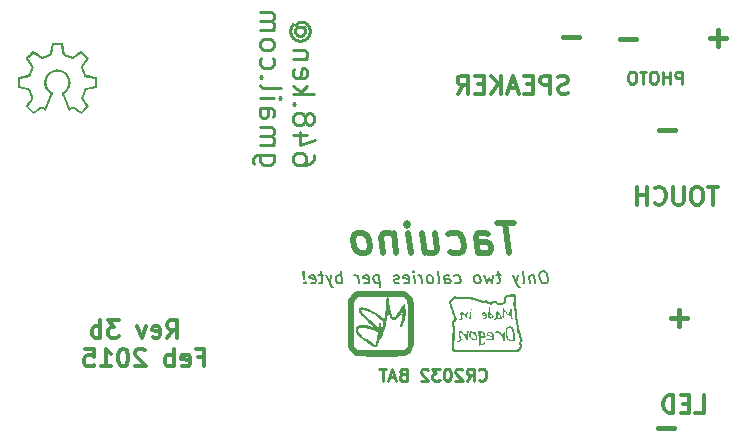
<source format=gbo>
G04 (created by PCBNEW (2013-07-07 BZR 4022)-stable) date 2/5/2015 8:35:07 PM*
%MOIN*%
G04 Gerber Fmt 3.4, Leading zero omitted, Abs format*
%FSLAX34Y34*%
G01*
G70*
G90*
G04 APERTURE LIST*
%ADD10C,0.00590551*%
%ADD11C,0.0175*%
%ADD12C,0.01*%
%ADD13C,0.011811*%
%ADD14C,0.007*%
%ADD15C,0.02*%
%ADD16C,0.0001*%
%ADD17C,0.000393701*%
G04 APERTURE END LIST*
G54D10*
G54D11*
X64066Y-45316D02*
X63533Y-45316D01*
X60866Y-42216D02*
X60333Y-42216D01*
G54D12*
X52016Y-46133D02*
X52016Y-46266D01*
X51983Y-46333D01*
X51950Y-46366D01*
X51850Y-46433D01*
X51716Y-46466D01*
X51450Y-46466D01*
X51383Y-46433D01*
X51350Y-46400D01*
X51316Y-46333D01*
X51316Y-46200D01*
X51350Y-46133D01*
X51383Y-46100D01*
X51450Y-46066D01*
X51616Y-46066D01*
X51683Y-46100D01*
X51716Y-46133D01*
X51750Y-46200D01*
X51750Y-46333D01*
X51716Y-46400D01*
X51683Y-46433D01*
X51616Y-46466D01*
X51783Y-45466D02*
X51316Y-45466D01*
X52050Y-45633D02*
X51550Y-45800D01*
X51550Y-45366D01*
X51716Y-45000D02*
X51750Y-45066D01*
X51783Y-45100D01*
X51850Y-45133D01*
X51883Y-45133D01*
X51950Y-45100D01*
X51983Y-45066D01*
X52016Y-45000D01*
X52016Y-44866D01*
X51983Y-44800D01*
X51950Y-44766D01*
X51883Y-44733D01*
X51850Y-44733D01*
X51783Y-44766D01*
X51750Y-44800D01*
X51716Y-44866D01*
X51716Y-45000D01*
X51683Y-45066D01*
X51650Y-45100D01*
X51583Y-45133D01*
X51450Y-45133D01*
X51383Y-45100D01*
X51350Y-45066D01*
X51316Y-45000D01*
X51316Y-44866D01*
X51350Y-44800D01*
X51383Y-44766D01*
X51450Y-44733D01*
X51583Y-44733D01*
X51650Y-44766D01*
X51683Y-44800D01*
X51716Y-44866D01*
X51383Y-44433D02*
X51350Y-44400D01*
X51316Y-44433D01*
X51350Y-44466D01*
X51383Y-44433D01*
X51316Y-44433D01*
X51316Y-44100D02*
X52016Y-44100D01*
X51583Y-44033D02*
X51316Y-43833D01*
X51783Y-43833D02*
X51516Y-44100D01*
X51350Y-43266D02*
X51316Y-43333D01*
X51316Y-43466D01*
X51350Y-43533D01*
X51416Y-43566D01*
X51683Y-43566D01*
X51750Y-43533D01*
X51783Y-43466D01*
X51783Y-43333D01*
X51750Y-43266D01*
X51683Y-43233D01*
X51616Y-43233D01*
X51550Y-43566D01*
X51783Y-42933D02*
X51316Y-42933D01*
X51716Y-42933D02*
X51750Y-42900D01*
X51783Y-42833D01*
X51783Y-42733D01*
X51750Y-42666D01*
X51683Y-42633D01*
X51316Y-42633D01*
X51650Y-41866D02*
X51683Y-41900D01*
X51716Y-41966D01*
X51716Y-42033D01*
X51683Y-42100D01*
X51650Y-42133D01*
X51583Y-42166D01*
X51516Y-42166D01*
X51450Y-42133D01*
X51416Y-42100D01*
X51383Y-42033D01*
X51383Y-41966D01*
X51416Y-41900D01*
X51450Y-41866D01*
X51716Y-41866D02*
X51450Y-41866D01*
X51416Y-41833D01*
X51416Y-41800D01*
X51450Y-41733D01*
X51516Y-41700D01*
X51683Y-41700D01*
X51783Y-41766D01*
X51850Y-41866D01*
X51883Y-42000D01*
X51850Y-42133D01*
X51783Y-42233D01*
X51683Y-42300D01*
X51550Y-42333D01*
X51416Y-42300D01*
X51316Y-42233D01*
X51250Y-42133D01*
X51216Y-42000D01*
X51250Y-41866D01*
X51316Y-41766D01*
X50703Y-46133D02*
X50136Y-46133D01*
X50070Y-46166D01*
X50036Y-46200D01*
X50003Y-46266D01*
X50003Y-46366D01*
X50036Y-46433D01*
X50270Y-46133D02*
X50236Y-46200D01*
X50236Y-46333D01*
X50270Y-46400D01*
X50303Y-46433D01*
X50370Y-46466D01*
X50570Y-46466D01*
X50636Y-46433D01*
X50670Y-46400D01*
X50703Y-46333D01*
X50703Y-46200D01*
X50670Y-46133D01*
X50236Y-45800D02*
X50703Y-45800D01*
X50636Y-45800D02*
X50670Y-45766D01*
X50703Y-45700D01*
X50703Y-45600D01*
X50670Y-45533D01*
X50603Y-45500D01*
X50236Y-45500D01*
X50603Y-45500D02*
X50670Y-45466D01*
X50703Y-45400D01*
X50703Y-45300D01*
X50670Y-45233D01*
X50603Y-45200D01*
X50236Y-45200D01*
X50236Y-44566D02*
X50603Y-44566D01*
X50670Y-44599D01*
X50703Y-44666D01*
X50703Y-44799D01*
X50670Y-44866D01*
X50270Y-44566D02*
X50236Y-44633D01*
X50236Y-44799D01*
X50270Y-44866D01*
X50336Y-44899D01*
X50403Y-44899D01*
X50470Y-44866D01*
X50503Y-44799D01*
X50503Y-44633D01*
X50536Y-44566D01*
X50236Y-44233D02*
X50703Y-44233D01*
X50936Y-44233D02*
X50903Y-44266D01*
X50870Y-44233D01*
X50903Y-44199D01*
X50936Y-44233D01*
X50870Y-44233D01*
X50236Y-43799D02*
X50270Y-43866D01*
X50336Y-43899D01*
X50936Y-43899D01*
X50303Y-43533D02*
X50270Y-43499D01*
X50236Y-43533D01*
X50270Y-43566D01*
X50303Y-43533D01*
X50236Y-43533D01*
X50270Y-42899D02*
X50236Y-42966D01*
X50236Y-43099D01*
X50270Y-43166D01*
X50303Y-43199D01*
X50370Y-43233D01*
X50570Y-43233D01*
X50636Y-43199D01*
X50670Y-43166D01*
X50703Y-43099D01*
X50703Y-42966D01*
X50670Y-42899D01*
X50236Y-42499D02*
X50270Y-42566D01*
X50303Y-42599D01*
X50370Y-42633D01*
X50570Y-42633D01*
X50636Y-42599D01*
X50670Y-42566D01*
X50703Y-42499D01*
X50703Y-42399D01*
X50670Y-42333D01*
X50636Y-42299D01*
X50570Y-42266D01*
X50370Y-42266D01*
X50303Y-42299D01*
X50270Y-42333D01*
X50236Y-42399D01*
X50236Y-42499D01*
X50236Y-41966D02*
X50703Y-41966D01*
X50636Y-41966D02*
X50670Y-41933D01*
X50703Y-41866D01*
X50703Y-41766D01*
X50670Y-41699D01*
X50603Y-41666D01*
X50236Y-41666D01*
X50603Y-41666D02*
X50670Y-41633D01*
X50703Y-41566D01*
X50703Y-41466D01*
X50670Y-41399D01*
X50603Y-41366D01*
X50236Y-41366D01*
G54D13*
X60491Y-44060D02*
X60407Y-44089D01*
X60266Y-44089D01*
X60210Y-44060D01*
X60182Y-44032D01*
X60154Y-43976D01*
X60154Y-43920D01*
X60182Y-43864D01*
X60210Y-43835D01*
X60266Y-43807D01*
X60379Y-43779D01*
X60435Y-43751D01*
X60463Y-43723D01*
X60491Y-43667D01*
X60491Y-43610D01*
X60463Y-43554D01*
X60435Y-43526D01*
X60379Y-43498D01*
X60238Y-43498D01*
X60154Y-43526D01*
X59901Y-44089D02*
X59901Y-43498D01*
X59676Y-43498D01*
X59620Y-43526D01*
X59592Y-43554D01*
X59563Y-43610D01*
X59563Y-43695D01*
X59592Y-43751D01*
X59620Y-43779D01*
X59676Y-43807D01*
X59901Y-43807D01*
X59310Y-43779D02*
X59114Y-43779D01*
X59029Y-44089D02*
X59310Y-44089D01*
X59310Y-43498D01*
X59029Y-43498D01*
X58804Y-43920D02*
X58523Y-43920D01*
X58860Y-44089D02*
X58664Y-43498D01*
X58467Y-44089D01*
X58270Y-44089D02*
X58270Y-43498D01*
X57932Y-44089D02*
X58185Y-43751D01*
X57932Y-43498D02*
X58270Y-43835D01*
X57679Y-43779D02*
X57482Y-43779D01*
X57398Y-44089D02*
X57679Y-44089D01*
X57679Y-43498D01*
X57398Y-43498D01*
X56808Y-44089D02*
X57004Y-43807D01*
X57145Y-44089D02*
X57145Y-43498D01*
X56920Y-43498D01*
X56864Y-43526D01*
X56836Y-43554D01*
X56808Y-43610D01*
X56808Y-43695D01*
X56836Y-43751D01*
X56864Y-43779D01*
X56920Y-43807D01*
X57145Y-43807D01*
G54D12*
X64285Y-43761D02*
X64285Y-43361D01*
X64133Y-43361D01*
X64095Y-43380D01*
X64076Y-43400D01*
X64057Y-43438D01*
X64057Y-43495D01*
X64076Y-43533D01*
X64095Y-43552D01*
X64133Y-43571D01*
X64285Y-43571D01*
X63885Y-43761D02*
X63885Y-43361D01*
X63885Y-43552D02*
X63657Y-43552D01*
X63657Y-43761D02*
X63657Y-43361D01*
X63390Y-43361D02*
X63314Y-43361D01*
X63276Y-43380D01*
X63238Y-43419D01*
X63219Y-43495D01*
X63219Y-43628D01*
X63238Y-43704D01*
X63276Y-43742D01*
X63314Y-43761D01*
X63390Y-43761D01*
X63428Y-43742D01*
X63466Y-43704D01*
X63485Y-43628D01*
X63485Y-43495D01*
X63466Y-43419D01*
X63428Y-43380D01*
X63390Y-43361D01*
X63104Y-43361D02*
X62876Y-43361D01*
X62990Y-43761D02*
X62990Y-43361D01*
X62666Y-43361D02*
X62590Y-43361D01*
X62552Y-43380D01*
X62514Y-43419D01*
X62495Y-43495D01*
X62495Y-43628D01*
X62514Y-43704D01*
X62552Y-43742D01*
X62590Y-43761D01*
X62666Y-43761D01*
X62704Y-43742D01*
X62742Y-43704D01*
X62761Y-43628D01*
X62761Y-43495D01*
X62742Y-43419D01*
X62704Y-43380D01*
X62666Y-43361D01*
G54D13*
X65492Y-47198D02*
X65154Y-47198D01*
X65323Y-47789D02*
X65323Y-47198D01*
X64845Y-47198D02*
X64732Y-47198D01*
X64676Y-47226D01*
X64620Y-47282D01*
X64592Y-47395D01*
X64592Y-47592D01*
X64620Y-47704D01*
X64676Y-47760D01*
X64732Y-47789D01*
X64845Y-47789D01*
X64901Y-47760D01*
X64957Y-47704D01*
X64985Y-47592D01*
X64985Y-47395D01*
X64957Y-47282D01*
X64901Y-47226D01*
X64845Y-47198D01*
X64339Y-47198D02*
X64339Y-47676D01*
X64310Y-47732D01*
X64282Y-47760D01*
X64226Y-47789D01*
X64114Y-47789D01*
X64057Y-47760D01*
X64029Y-47732D01*
X64001Y-47676D01*
X64001Y-47198D01*
X63382Y-47732D02*
X63411Y-47760D01*
X63495Y-47789D01*
X63551Y-47789D01*
X63635Y-47760D01*
X63692Y-47704D01*
X63720Y-47648D01*
X63748Y-47535D01*
X63748Y-47451D01*
X63720Y-47339D01*
X63692Y-47282D01*
X63635Y-47226D01*
X63551Y-47198D01*
X63495Y-47198D01*
X63411Y-47226D01*
X63382Y-47254D01*
X63129Y-47789D02*
X63129Y-47198D01*
X63129Y-47479D02*
X62792Y-47479D01*
X62792Y-47789D02*
X62792Y-47198D01*
X64729Y-54739D02*
X65010Y-54739D01*
X65010Y-54148D01*
X64532Y-54429D02*
X64335Y-54429D01*
X64251Y-54739D02*
X64532Y-54739D01*
X64532Y-54148D01*
X64251Y-54148D01*
X63998Y-54739D02*
X63998Y-54148D01*
X63857Y-54148D01*
X63773Y-54176D01*
X63717Y-54232D01*
X63689Y-54289D01*
X63661Y-54401D01*
X63661Y-54485D01*
X63689Y-54598D01*
X63717Y-54654D01*
X63773Y-54710D01*
X63857Y-54739D01*
X63998Y-54739D01*
G54D11*
X64016Y-55233D02*
X63483Y-55233D01*
X64466Y-51566D02*
X63933Y-51566D01*
X64199Y-51833D02*
X64199Y-51300D01*
X65766Y-42233D02*
X65233Y-42233D01*
X65499Y-41966D02*
X65499Y-42500D01*
X62766Y-42266D02*
X62233Y-42266D01*
G54D14*
X59691Y-50011D02*
X59615Y-50011D01*
X59579Y-50030D01*
X59546Y-50069D01*
X59536Y-50145D01*
X59553Y-50278D01*
X59582Y-50354D01*
X59624Y-50392D01*
X59665Y-50411D01*
X59741Y-50411D01*
X59777Y-50392D01*
X59810Y-50354D01*
X59820Y-50278D01*
X59803Y-50145D01*
X59774Y-50069D01*
X59732Y-50030D01*
X59691Y-50011D01*
X59365Y-50145D02*
X59398Y-50411D01*
X59370Y-50183D02*
X59348Y-50164D01*
X59308Y-50145D01*
X59251Y-50145D01*
X59215Y-50164D01*
X59201Y-50202D01*
X59227Y-50411D01*
X58979Y-50411D02*
X59015Y-50392D01*
X59029Y-50354D01*
X58986Y-50011D01*
X58832Y-50145D02*
X58770Y-50411D01*
X58641Y-50145D02*
X58770Y-50411D01*
X58820Y-50507D01*
X58841Y-50526D01*
X58882Y-50545D01*
X58241Y-50145D02*
X58089Y-50145D01*
X58167Y-50011D02*
X58210Y-50354D01*
X58196Y-50392D01*
X58160Y-50411D01*
X58122Y-50411D01*
X57994Y-50145D02*
X57951Y-50411D01*
X57851Y-50221D01*
X57798Y-50411D01*
X57689Y-50145D01*
X57513Y-50411D02*
X57548Y-50392D01*
X57565Y-50373D01*
X57579Y-50335D01*
X57565Y-50221D01*
X57541Y-50183D01*
X57520Y-50164D01*
X57479Y-50145D01*
X57422Y-50145D01*
X57386Y-50164D01*
X57370Y-50183D01*
X57355Y-50221D01*
X57370Y-50335D01*
X57394Y-50373D01*
X57415Y-50392D01*
X57455Y-50411D01*
X57513Y-50411D01*
X56729Y-50392D02*
X56770Y-50411D01*
X56846Y-50411D01*
X56882Y-50392D01*
X56898Y-50373D01*
X56913Y-50335D01*
X56898Y-50221D01*
X56874Y-50183D01*
X56853Y-50164D01*
X56813Y-50145D01*
X56736Y-50145D01*
X56701Y-50164D01*
X56389Y-50411D02*
X56363Y-50202D01*
X56377Y-50164D01*
X56413Y-50145D01*
X56489Y-50145D01*
X56529Y-50164D01*
X56386Y-50392D02*
X56427Y-50411D01*
X56522Y-50411D01*
X56558Y-50392D01*
X56572Y-50354D01*
X56567Y-50316D01*
X56544Y-50278D01*
X56503Y-50259D01*
X56408Y-50259D01*
X56367Y-50240D01*
X56141Y-50411D02*
X56177Y-50392D01*
X56191Y-50354D01*
X56148Y-50011D01*
X55932Y-50411D02*
X55967Y-50392D01*
X55984Y-50373D01*
X55998Y-50335D01*
X55984Y-50221D01*
X55960Y-50183D01*
X55939Y-50164D01*
X55898Y-50145D01*
X55841Y-50145D01*
X55805Y-50164D01*
X55789Y-50183D01*
X55775Y-50221D01*
X55789Y-50335D01*
X55813Y-50373D01*
X55834Y-50392D01*
X55875Y-50411D01*
X55932Y-50411D01*
X55627Y-50411D02*
X55594Y-50145D01*
X55603Y-50221D02*
X55579Y-50183D01*
X55558Y-50164D01*
X55517Y-50145D01*
X55479Y-50145D01*
X55379Y-50411D02*
X55346Y-50145D01*
X55329Y-50011D02*
X55351Y-50030D01*
X55334Y-50050D01*
X55313Y-50030D01*
X55329Y-50011D01*
X55334Y-50050D01*
X55034Y-50392D02*
X55075Y-50411D01*
X55151Y-50411D01*
X55186Y-50392D01*
X55201Y-50354D01*
X55182Y-50202D01*
X55158Y-50164D01*
X55117Y-50145D01*
X55041Y-50145D01*
X55005Y-50164D01*
X54991Y-50202D01*
X54996Y-50240D01*
X55191Y-50278D01*
X54863Y-50392D02*
X54827Y-50411D01*
X54751Y-50411D01*
X54710Y-50392D01*
X54686Y-50354D01*
X54684Y-50335D01*
X54698Y-50297D01*
X54734Y-50278D01*
X54791Y-50278D01*
X54827Y-50259D01*
X54841Y-50221D01*
X54839Y-50202D01*
X54815Y-50164D01*
X54775Y-50145D01*
X54717Y-50145D01*
X54682Y-50164D01*
X54184Y-50145D02*
X54234Y-50545D01*
X54186Y-50164D02*
X54146Y-50145D01*
X54070Y-50145D01*
X54034Y-50164D01*
X54017Y-50183D01*
X54003Y-50221D01*
X54017Y-50335D01*
X54041Y-50373D01*
X54063Y-50392D01*
X54103Y-50411D01*
X54179Y-50411D01*
X54215Y-50392D01*
X53701Y-50392D02*
X53741Y-50411D01*
X53817Y-50411D01*
X53853Y-50392D01*
X53867Y-50354D01*
X53848Y-50202D01*
X53825Y-50164D01*
X53784Y-50145D01*
X53708Y-50145D01*
X53672Y-50164D01*
X53658Y-50202D01*
X53663Y-50240D01*
X53858Y-50278D01*
X53513Y-50411D02*
X53479Y-50145D01*
X53489Y-50221D02*
X53465Y-50183D01*
X53444Y-50164D01*
X53403Y-50145D01*
X53365Y-50145D01*
X52960Y-50411D02*
X52910Y-50011D01*
X52929Y-50164D02*
X52889Y-50145D01*
X52813Y-50145D01*
X52777Y-50164D01*
X52760Y-50183D01*
X52746Y-50221D01*
X52760Y-50335D01*
X52784Y-50373D01*
X52805Y-50392D01*
X52846Y-50411D01*
X52922Y-50411D01*
X52958Y-50392D01*
X52603Y-50145D02*
X52541Y-50411D01*
X52413Y-50145D02*
X52541Y-50411D01*
X52591Y-50507D01*
X52613Y-50526D01*
X52653Y-50545D01*
X52317Y-50145D02*
X52165Y-50145D01*
X52244Y-50011D02*
X52286Y-50354D01*
X52272Y-50392D01*
X52236Y-50411D01*
X52198Y-50411D01*
X51910Y-50392D02*
X51951Y-50411D01*
X52027Y-50411D01*
X52063Y-50392D01*
X52077Y-50354D01*
X52058Y-50202D01*
X52034Y-50164D01*
X51994Y-50145D01*
X51917Y-50145D01*
X51882Y-50164D01*
X51867Y-50202D01*
X51872Y-50240D01*
X52067Y-50278D01*
X51717Y-50373D02*
X51701Y-50392D01*
X51722Y-50411D01*
X51739Y-50392D01*
X51717Y-50373D01*
X51722Y-50411D01*
X51703Y-50259D02*
X51694Y-50030D01*
X51672Y-50011D01*
X51655Y-50030D01*
X51703Y-50259D01*
X51672Y-50011D01*
G54D12*
X57514Y-53623D02*
X57533Y-53642D01*
X57590Y-53661D01*
X57628Y-53661D01*
X57685Y-53642D01*
X57723Y-53604D01*
X57742Y-53566D01*
X57761Y-53490D01*
X57761Y-53433D01*
X57742Y-53357D01*
X57723Y-53319D01*
X57685Y-53280D01*
X57628Y-53261D01*
X57590Y-53261D01*
X57533Y-53280D01*
X57514Y-53300D01*
X57114Y-53661D02*
X57247Y-53471D01*
X57342Y-53661D02*
X57342Y-53261D01*
X57190Y-53261D01*
X57152Y-53280D01*
X57133Y-53300D01*
X57114Y-53338D01*
X57114Y-53395D01*
X57133Y-53433D01*
X57152Y-53452D01*
X57190Y-53471D01*
X57342Y-53471D01*
X56961Y-53300D02*
X56942Y-53280D01*
X56904Y-53261D01*
X56809Y-53261D01*
X56771Y-53280D01*
X56752Y-53300D01*
X56733Y-53338D01*
X56733Y-53376D01*
X56752Y-53433D01*
X56980Y-53661D01*
X56733Y-53661D01*
X56485Y-53261D02*
X56447Y-53261D01*
X56409Y-53280D01*
X56390Y-53300D01*
X56371Y-53338D01*
X56352Y-53414D01*
X56352Y-53509D01*
X56371Y-53585D01*
X56390Y-53623D01*
X56409Y-53642D01*
X56447Y-53661D01*
X56485Y-53661D01*
X56523Y-53642D01*
X56542Y-53623D01*
X56561Y-53585D01*
X56580Y-53509D01*
X56580Y-53414D01*
X56561Y-53338D01*
X56542Y-53300D01*
X56523Y-53280D01*
X56485Y-53261D01*
X56219Y-53261D02*
X55971Y-53261D01*
X56104Y-53414D01*
X56047Y-53414D01*
X56009Y-53433D01*
X55990Y-53452D01*
X55971Y-53490D01*
X55971Y-53585D01*
X55990Y-53623D01*
X56009Y-53642D01*
X56047Y-53661D01*
X56161Y-53661D01*
X56199Y-53642D01*
X56219Y-53623D01*
X55819Y-53300D02*
X55799Y-53280D01*
X55761Y-53261D01*
X55666Y-53261D01*
X55628Y-53280D01*
X55609Y-53300D01*
X55590Y-53338D01*
X55590Y-53376D01*
X55609Y-53433D01*
X55838Y-53661D01*
X55590Y-53661D01*
X54980Y-53452D02*
X54923Y-53471D01*
X54904Y-53490D01*
X54885Y-53528D01*
X54885Y-53585D01*
X54904Y-53623D01*
X54923Y-53642D01*
X54961Y-53661D01*
X55114Y-53661D01*
X55114Y-53261D01*
X54980Y-53261D01*
X54942Y-53280D01*
X54923Y-53300D01*
X54904Y-53338D01*
X54904Y-53376D01*
X54923Y-53414D01*
X54942Y-53433D01*
X54980Y-53452D01*
X55114Y-53452D01*
X54733Y-53547D02*
X54542Y-53547D01*
X54771Y-53661D02*
X54638Y-53261D01*
X54504Y-53661D01*
X54428Y-53261D02*
X54200Y-53261D01*
X54314Y-53661D02*
X54314Y-53261D01*
G54D15*
X58687Y-48404D02*
X58116Y-48404D01*
X58526Y-49404D02*
X58401Y-48404D01*
X57479Y-49404D02*
X57413Y-48880D01*
X57449Y-48785D01*
X57538Y-48738D01*
X57729Y-48738D01*
X57830Y-48785D01*
X57473Y-49357D02*
X57574Y-49404D01*
X57812Y-49404D01*
X57901Y-49357D01*
X57937Y-49261D01*
X57925Y-49166D01*
X57866Y-49071D01*
X57764Y-49023D01*
X57526Y-49023D01*
X57425Y-48976D01*
X56568Y-49357D02*
X56669Y-49404D01*
X56860Y-49404D01*
X56949Y-49357D01*
X56991Y-49309D01*
X57026Y-49214D01*
X56991Y-48928D01*
X56931Y-48833D01*
X56877Y-48785D01*
X56776Y-48738D01*
X56586Y-48738D01*
X56497Y-48785D01*
X55633Y-48738D02*
X55717Y-49404D01*
X56062Y-48738D02*
X56127Y-49261D01*
X56092Y-49357D01*
X56002Y-49404D01*
X55860Y-49404D01*
X55758Y-49357D01*
X55705Y-49309D01*
X55241Y-49404D02*
X55157Y-48738D01*
X55116Y-48404D02*
X55169Y-48452D01*
X55127Y-48500D01*
X55074Y-48452D01*
X55116Y-48404D01*
X55127Y-48500D01*
X54681Y-48738D02*
X54764Y-49404D01*
X54693Y-48833D02*
X54639Y-48785D01*
X54538Y-48738D01*
X54395Y-48738D01*
X54306Y-48785D01*
X54270Y-48880D01*
X54336Y-49404D01*
X53717Y-49404D02*
X53806Y-49357D01*
X53848Y-49309D01*
X53883Y-49214D01*
X53848Y-48928D01*
X53788Y-48833D01*
X53735Y-48785D01*
X53633Y-48738D01*
X53491Y-48738D01*
X53401Y-48785D01*
X53360Y-48833D01*
X53324Y-48928D01*
X53360Y-49214D01*
X53419Y-49309D01*
X53473Y-49357D01*
X53574Y-49404D01*
X53717Y-49404D01*
G54D13*
X47122Y-52239D02*
X47318Y-51957D01*
X47459Y-52239D02*
X47459Y-51648D01*
X47234Y-51648D01*
X47178Y-51676D01*
X47150Y-51704D01*
X47122Y-51760D01*
X47122Y-51845D01*
X47150Y-51901D01*
X47178Y-51929D01*
X47234Y-51957D01*
X47459Y-51957D01*
X46643Y-52210D02*
X46700Y-52239D01*
X46812Y-52239D01*
X46868Y-52210D01*
X46897Y-52154D01*
X46897Y-51929D01*
X46868Y-51873D01*
X46812Y-51845D01*
X46700Y-51845D01*
X46643Y-51873D01*
X46615Y-51929D01*
X46615Y-51985D01*
X46897Y-52042D01*
X46419Y-51845D02*
X46278Y-52239D01*
X46137Y-51845D01*
X45519Y-51648D02*
X45153Y-51648D01*
X45350Y-51873D01*
X45266Y-51873D01*
X45209Y-51901D01*
X45181Y-51929D01*
X45153Y-51985D01*
X45153Y-52126D01*
X45181Y-52182D01*
X45209Y-52210D01*
X45266Y-52239D01*
X45434Y-52239D01*
X45491Y-52210D01*
X45519Y-52182D01*
X44900Y-52239D02*
X44900Y-51648D01*
X44900Y-51873D02*
X44844Y-51845D01*
X44731Y-51845D01*
X44675Y-51873D01*
X44647Y-51901D01*
X44619Y-51957D01*
X44619Y-52126D01*
X44647Y-52182D01*
X44675Y-52210D01*
X44731Y-52239D01*
X44844Y-52239D01*
X44900Y-52210D01*
X48162Y-52874D02*
X48359Y-52874D01*
X48359Y-53183D02*
X48359Y-52593D01*
X48078Y-52593D01*
X47628Y-53155D02*
X47684Y-53183D01*
X47796Y-53183D01*
X47853Y-53155D01*
X47881Y-53099D01*
X47881Y-52874D01*
X47853Y-52818D01*
X47796Y-52790D01*
X47684Y-52790D01*
X47628Y-52818D01*
X47600Y-52874D01*
X47600Y-52930D01*
X47881Y-52987D01*
X47347Y-53183D02*
X47347Y-52593D01*
X47347Y-52818D02*
X47290Y-52790D01*
X47178Y-52790D01*
X47122Y-52818D01*
X47093Y-52846D01*
X47065Y-52902D01*
X47065Y-53071D01*
X47093Y-53127D01*
X47122Y-53155D01*
X47178Y-53183D01*
X47290Y-53183D01*
X47347Y-53155D01*
X46390Y-52649D02*
X46362Y-52621D01*
X46306Y-52593D01*
X46165Y-52593D01*
X46109Y-52621D01*
X46081Y-52649D01*
X46053Y-52705D01*
X46053Y-52762D01*
X46081Y-52846D01*
X46419Y-53183D01*
X46053Y-53183D01*
X45687Y-52593D02*
X45631Y-52593D01*
X45575Y-52621D01*
X45547Y-52649D01*
X45519Y-52705D01*
X45491Y-52818D01*
X45491Y-52958D01*
X45519Y-53071D01*
X45547Y-53127D01*
X45575Y-53155D01*
X45631Y-53183D01*
X45687Y-53183D01*
X45744Y-53155D01*
X45772Y-53127D01*
X45800Y-53071D01*
X45828Y-52958D01*
X45828Y-52818D01*
X45800Y-52705D01*
X45772Y-52649D01*
X45744Y-52621D01*
X45687Y-52593D01*
X44928Y-53183D02*
X45266Y-53183D01*
X45097Y-53183D02*
X45097Y-52593D01*
X45153Y-52677D01*
X45209Y-52733D01*
X45266Y-52762D01*
X44394Y-52593D02*
X44675Y-52593D01*
X44703Y-52874D01*
X44675Y-52846D01*
X44619Y-52818D01*
X44478Y-52818D01*
X44422Y-52846D01*
X44394Y-52874D01*
X44366Y-52930D01*
X44366Y-53071D01*
X44394Y-53127D01*
X44422Y-53155D01*
X44478Y-53183D01*
X44619Y-53183D01*
X44675Y-53155D01*
X44703Y-53127D01*
G54D16*
G36*
X56531Y-51057D02*
X56531Y-51072D01*
X56532Y-51082D01*
X56533Y-51091D01*
X56535Y-51098D01*
X56539Y-51106D01*
X56540Y-51109D01*
X56545Y-51120D01*
X56549Y-51130D01*
X56553Y-51142D01*
X56557Y-51156D01*
X56561Y-51174D01*
X56566Y-51195D01*
X56568Y-51202D01*
X56574Y-51231D01*
X56581Y-51255D01*
X56587Y-51276D01*
X56595Y-51294D01*
X56603Y-51310D01*
X56603Y-51062D01*
X56603Y-51056D01*
X56604Y-51051D01*
X56607Y-51046D01*
X56612Y-51040D01*
X56621Y-51033D01*
X56625Y-51029D01*
X56636Y-51020D01*
X56646Y-51010D01*
X56653Y-51001D01*
X56656Y-50998D01*
X56661Y-50991D01*
X56669Y-50981D01*
X56679Y-50969D01*
X56689Y-50957D01*
X56690Y-50956D01*
X56699Y-50945D01*
X56707Y-50935D01*
X56712Y-50928D01*
X56715Y-50924D01*
X56715Y-50923D01*
X56717Y-50921D01*
X56724Y-50921D01*
X56734Y-50921D01*
X56746Y-50923D01*
X56758Y-50925D01*
X56762Y-50926D01*
X56767Y-50927D01*
X56772Y-50929D01*
X56778Y-50929D01*
X56785Y-50930D01*
X56795Y-50931D01*
X56808Y-50932D01*
X56823Y-50932D01*
X56842Y-50933D01*
X56865Y-50933D01*
X56893Y-50934D01*
X56926Y-50935D01*
X56947Y-50935D01*
X56981Y-50936D01*
X57015Y-50936D01*
X57049Y-50937D01*
X57082Y-50937D01*
X57113Y-50938D01*
X57141Y-50938D01*
X57166Y-50938D01*
X57185Y-50938D01*
X57190Y-50938D01*
X57266Y-50938D01*
X57290Y-50962D01*
X57314Y-50985D01*
X57330Y-50985D01*
X57341Y-50985D01*
X57355Y-50984D01*
X57366Y-50982D01*
X57379Y-50981D01*
X57391Y-50982D01*
X57404Y-50984D01*
X57420Y-50988D01*
X57438Y-50995D01*
X57460Y-51004D01*
X57466Y-51006D01*
X57483Y-51014D01*
X57496Y-51019D01*
X57507Y-51022D01*
X57517Y-51024D01*
X57528Y-51026D01*
X57535Y-51027D01*
X57553Y-51029D01*
X57567Y-51031D01*
X57578Y-51034D01*
X57586Y-51038D01*
X57594Y-51043D01*
X57602Y-51051D01*
X57603Y-51052D01*
X57612Y-51060D01*
X57622Y-51067D01*
X57629Y-51072D01*
X57629Y-51072D01*
X57637Y-51074D01*
X57649Y-51076D01*
X57663Y-51079D01*
X57678Y-51080D01*
X57691Y-51082D01*
X57701Y-51082D01*
X57707Y-51081D01*
X57712Y-51078D01*
X57721Y-51073D01*
X57729Y-51066D01*
X57738Y-51058D01*
X57744Y-51055D01*
X57748Y-51054D01*
X57750Y-51055D01*
X57754Y-51058D01*
X57762Y-51063D01*
X57773Y-51070D01*
X57785Y-51078D01*
X57788Y-51080D01*
X57822Y-51101D01*
X57852Y-51102D01*
X57866Y-51103D01*
X57875Y-51104D01*
X57880Y-51105D01*
X57884Y-51107D01*
X57886Y-51110D01*
X57887Y-51112D01*
X57895Y-51121D01*
X57906Y-51127D01*
X57918Y-51130D01*
X57920Y-51130D01*
X57931Y-51127D01*
X57942Y-51120D01*
X57953Y-51108D01*
X57957Y-51103D01*
X57962Y-51098D01*
X57965Y-51094D01*
X57969Y-51091D01*
X57974Y-51088D01*
X57982Y-51087D01*
X57992Y-51085D01*
X58007Y-51083D01*
X58026Y-51082D01*
X58032Y-51081D01*
X58075Y-51077D01*
X58087Y-51088D01*
X58101Y-51101D01*
X58115Y-51111D01*
X58127Y-51119D01*
X58131Y-51121D01*
X58140Y-51123D01*
X58153Y-51125D01*
X58170Y-51127D01*
X58188Y-51129D01*
X58208Y-51131D01*
X58227Y-51132D01*
X58245Y-51132D01*
X58246Y-51132D01*
X58265Y-51132D01*
X58282Y-51130D01*
X58299Y-51128D01*
X58318Y-51124D01*
X58336Y-51120D01*
X58349Y-51116D01*
X58359Y-51111D01*
X58368Y-51106D01*
X58377Y-51098D01*
X58387Y-51088D01*
X58394Y-51080D01*
X58400Y-51072D01*
X58403Y-51063D01*
X58406Y-51052D01*
X58409Y-51038D01*
X58410Y-51021D01*
X58412Y-51001D01*
X58415Y-50970D01*
X58420Y-50943D01*
X58428Y-50921D01*
X58438Y-50903D01*
X58439Y-50901D01*
X58449Y-50891D01*
X58464Y-50880D01*
X58469Y-50877D01*
X58480Y-50872D01*
X58489Y-50868D01*
X58496Y-50867D01*
X58505Y-50867D01*
X58506Y-50867D01*
X58521Y-50867D01*
X58538Y-50864D01*
X58550Y-50861D01*
X58565Y-50856D01*
X58576Y-50854D01*
X58583Y-50853D01*
X58589Y-50855D01*
X58595Y-50857D01*
X58598Y-50859D01*
X58610Y-50865D01*
X58627Y-50867D01*
X58646Y-50865D01*
X58652Y-50863D01*
X58661Y-50861D01*
X58669Y-50859D01*
X58672Y-50859D01*
X58672Y-50861D01*
X58673Y-50869D01*
X58673Y-50878D01*
X58673Y-50879D01*
X58673Y-50890D01*
X58674Y-50898D01*
X58676Y-50905D01*
X58681Y-50912D01*
X58690Y-50925D01*
X58687Y-50972D01*
X58686Y-50990D01*
X58684Y-51003D01*
X58683Y-51013D01*
X58681Y-51020D01*
X58679Y-51026D01*
X58676Y-51032D01*
X58674Y-51035D01*
X58668Y-51047D01*
X58665Y-51058D01*
X58665Y-51066D01*
X58664Y-51077D01*
X58663Y-51086D01*
X58662Y-51089D01*
X58661Y-51096D01*
X58659Y-51106D01*
X58659Y-51119D01*
X58659Y-51124D01*
X58659Y-51137D01*
X58659Y-51145D01*
X58661Y-51151D01*
X58664Y-51155D01*
X58668Y-51160D01*
X58669Y-51161D01*
X58677Y-51167D01*
X58685Y-51170D01*
X58686Y-51171D01*
X58690Y-51171D01*
X58692Y-51173D01*
X58694Y-51179D01*
X58695Y-51189D01*
X58696Y-51202D01*
X58697Y-51217D01*
X58697Y-51226D01*
X58698Y-51243D01*
X58700Y-51265D01*
X58703Y-51293D01*
X58708Y-51327D01*
X58715Y-51366D01*
X58715Y-51369D01*
X58718Y-51386D01*
X58720Y-51402D01*
X58722Y-51414D01*
X58723Y-51423D01*
X58724Y-51426D01*
X58724Y-51431D01*
X58723Y-51440D01*
X58723Y-51452D01*
X58722Y-51464D01*
X58722Y-51477D01*
X58721Y-51489D01*
X58720Y-51497D01*
X58719Y-51500D01*
X58715Y-51510D01*
X58714Y-51522D01*
X58715Y-51534D01*
X58719Y-51544D01*
X58725Y-51549D01*
X58728Y-51554D01*
X58731Y-51564D01*
X58735Y-51580D01*
X58738Y-51602D01*
X58742Y-51629D01*
X58745Y-51660D01*
X58747Y-51684D01*
X58749Y-51705D01*
X58751Y-51725D01*
X58753Y-51742D01*
X58755Y-51756D01*
X58756Y-51766D01*
X58757Y-51771D01*
X58761Y-51779D01*
X58765Y-51790D01*
X58769Y-51800D01*
X58772Y-51808D01*
X58775Y-51814D01*
X58776Y-51821D01*
X58777Y-51829D01*
X58777Y-51839D01*
X58776Y-51852D01*
X58775Y-51870D01*
X58775Y-51878D01*
X58774Y-51896D01*
X58774Y-51910D01*
X58776Y-51921D01*
X58779Y-51931D01*
X58784Y-51942D01*
X58792Y-51955D01*
X58799Y-51970D01*
X58803Y-51981D01*
X58805Y-51992D01*
X58803Y-52003D01*
X58799Y-52018D01*
X58797Y-52022D01*
X58792Y-52037D01*
X58789Y-52049D01*
X58789Y-52057D01*
X58790Y-52064D01*
X58793Y-52070D01*
X58793Y-52071D01*
X58799Y-52077D01*
X58809Y-52084D01*
X58821Y-52091D01*
X58834Y-52096D01*
X58842Y-52099D01*
X58850Y-52101D01*
X58850Y-52136D01*
X58850Y-52172D01*
X58862Y-52197D01*
X58875Y-52224D01*
X58885Y-52247D01*
X58893Y-52266D01*
X58898Y-52280D01*
X58900Y-52288D01*
X58901Y-52295D01*
X58901Y-52301D01*
X58898Y-52307D01*
X58892Y-52315D01*
X58892Y-52316D01*
X58881Y-52332D01*
X58872Y-52347D01*
X58865Y-52365D01*
X58862Y-52376D01*
X58856Y-52397D01*
X58865Y-52436D01*
X58871Y-52462D01*
X58874Y-52483D01*
X58876Y-52501D01*
X58876Y-52517D01*
X58873Y-52532D01*
X58869Y-52547D01*
X58869Y-52547D01*
X58863Y-52564D01*
X58858Y-52579D01*
X58852Y-52592D01*
X58848Y-52601D01*
X58844Y-52605D01*
X58844Y-52606D01*
X58840Y-52607D01*
X58832Y-52610D01*
X58829Y-52612D01*
X58820Y-52615D01*
X58806Y-52618D01*
X58787Y-52620D01*
X58763Y-52621D01*
X58733Y-52622D01*
X58698Y-52623D01*
X58658Y-52623D01*
X58654Y-52623D01*
X58632Y-52624D01*
X58606Y-52624D01*
X58577Y-52625D01*
X58546Y-52625D01*
X58515Y-52626D01*
X58486Y-52628D01*
X58478Y-52628D01*
X58385Y-52631D01*
X58296Y-52635D01*
X58208Y-52637D01*
X58120Y-52639D01*
X58033Y-52641D01*
X57945Y-52642D01*
X57856Y-52643D01*
X57764Y-52643D01*
X57670Y-52643D01*
X57571Y-52643D01*
X57468Y-52642D01*
X57416Y-52641D01*
X57343Y-52640D01*
X57276Y-52639D01*
X57214Y-52638D01*
X57157Y-52637D01*
X57104Y-52636D01*
X57055Y-52635D01*
X57009Y-52634D01*
X56967Y-52633D01*
X56928Y-52631D01*
X56892Y-52630D01*
X56857Y-52629D01*
X56824Y-52627D01*
X56806Y-52626D01*
X56781Y-52625D01*
X56758Y-52623D01*
X56737Y-52622D01*
X56719Y-52621D01*
X56706Y-52620D01*
X56697Y-52620D01*
X56692Y-52620D01*
X56692Y-52620D01*
X56692Y-52617D01*
X56693Y-52608D01*
X56693Y-52595D01*
X56694Y-52576D01*
X56695Y-52553D01*
X56696Y-52526D01*
X56698Y-52495D01*
X56699Y-52461D01*
X56701Y-52423D01*
X56703Y-52383D01*
X56704Y-52341D01*
X56706Y-52296D01*
X56709Y-52250D01*
X56709Y-52244D01*
X56711Y-52189D01*
X56713Y-52139D01*
X56715Y-52094D01*
X56717Y-52054D01*
X56719Y-52019D01*
X56720Y-51988D01*
X56721Y-51962D01*
X56722Y-51938D01*
X56722Y-51919D01*
X56722Y-51902D01*
X56722Y-51889D01*
X56722Y-51877D01*
X56722Y-51868D01*
X56721Y-51861D01*
X56720Y-51855D01*
X56719Y-51851D01*
X56718Y-51847D01*
X56716Y-51844D01*
X56714Y-51842D01*
X56712Y-51839D01*
X56710Y-51836D01*
X56705Y-51830D01*
X56702Y-51824D01*
X56701Y-51818D01*
X56702Y-51808D01*
X56702Y-51804D01*
X56702Y-51790D01*
X56701Y-51777D01*
X56697Y-51761D01*
X56697Y-51760D01*
X56692Y-51743D01*
X56689Y-51731D01*
X56688Y-51722D01*
X56688Y-51717D01*
X56689Y-51713D01*
X56692Y-51711D01*
X56692Y-51710D01*
X56699Y-51708D01*
X56708Y-51705D01*
X56712Y-51705D01*
X56723Y-51702D01*
X56732Y-51698D01*
X56740Y-51692D01*
X56747Y-51683D01*
X56756Y-51669D01*
X56763Y-51655D01*
X56780Y-51620D01*
X56777Y-51589D01*
X56775Y-51577D01*
X56773Y-51566D01*
X56770Y-51556D01*
X56767Y-51545D01*
X56762Y-51531D01*
X56754Y-51514D01*
X56752Y-51509D01*
X56744Y-51489D01*
X56735Y-51469D01*
X56726Y-51448D01*
X56718Y-51430D01*
X56714Y-51423D01*
X56708Y-51408D01*
X56703Y-51397D01*
X56700Y-51389D01*
X56699Y-51384D01*
X56700Y-51380D01*
X56700Y-51376D01*
X56703Y-51366D01*
X56703Y-51354D01*
X56699Y-51341D01*
X56692Y-51325D01*
X56682Y-51306D01*
X56681Y-51305D01*
X56672Y-51289D01*
X56664Y-51275D01*
X56658Y-51263D01*
X56654Y-51251D01*
X56649Y-51238D01*
X56645Y-51222D01*
X56641Y-51204D01*
X56637Y-51186D01*
X56631Y-51161D01*
X56626Y-51141D01*
X56622Y-51125D01*
X56618Y-51112D01*
X56614Y-51101D01*
X56611Y-51092D01*
X56608Y-51088D01*
X56605Y-51077D01*
X56603Y-51065D01*
X56603Y-51062D01*
X56603Y-51310D01*
X56604Y-51311D01*
X56606Y-51317D01*
X56613Y-51328D01*
X56617Y-51337D01*
X56619Y-51342D01*
X56619Y-51346D01*
X56617Y-51350D01*
X56616Y-51357D01*
X56615Y-51364D01*
X56617Y-51373D01*
X56620Y-51384D01*
X56626Y-51398D01*
X56634Y-51417D01*
X56640Y-51429D01*
X56654Y-51461D01*
X56668Y-51491D01*
X56679Y-51518D01*
X56689Y-51542D01*
X56697Y-51562D01*
X56702Y-51578D01*
X56705Y-51589D01*
X56705Y-51590D01*
X56707Y-51601D01*
X56706Y-51608D01*
X56704Y-51616D01*
X56701Y-51621D01*
X56697Y-51629D01*
X56692Y-51634D01*
X56686Y-51637D01*
X56677Y-51639D01*
X56672Y-51640D01*
X56666Y-51641D01*
X56659Y-51645D01*
X56652Y-51651D01*
X56641Y-51661D01*
X56638Y-51665D01*
X56628Y-51675D01*
X56621Y-51682D01*
X56617Y-51687D01*
X56615Y-51692D01*
X56615Y-51698D01*
X56615Y-51702D01*
X56616Y-51723D01*
X56621Y-51747D01*
X56627Y-51772D01*
X56630Y-51783D01*
X56631Y-51792D01*
X56631Y-51801D01*
X56630Y-51813D01*
X56629Y-51815D01*
X56628Y-51828D01*
X56628Y-51839D01*
X56631Y-51848D01*
X56638Y-51859D01*
X56645Y-51868D01*
X56654Y-51879D01*
X56637Y-52265D01*
X56635Y-52312D01*
X56633Y-52358D01*
X56631Y-52402D01*
X56629Y-52444D01*
X56628Y-52483D01*
X56626Y-52519D01*
X56625Y-52552D01*
X56624Y-52581D01*
X56623Y-52606D01*
X56622Y-52627D01*
X56622Y-52643D01*
X56622Y-52654D01*
X56622Y-52660D01*
X56622Y-52660D01*
X56626Y-52670D01*
X56634Y-52679D01*
X56643Y-52685D01*
X56645Y-52686D01*
X56650Y-52687D01*
X56661Y-52688D01*
X56676Y-52689D01*
X56695Y-52691D01*
X56718Y-52692D01*
X56743Y-52694D01*
X56772Y-52695D01*
X56802Y-52697D01*
X56834Y-52698D01*
X56866Y-52700D01*
X56899Y-52701D01*
X56931Y-52702D01*
X56963Y-52703D01*
X56993Y-52704D01*
X57021Y-52705D01*
X57038Y-52706D01*
X57062Y-52706D01*
X57091Y-52707D01*
X57124Y-52707D01*
X57160Y-52708D01*
X57200Y-52709D01*
X57242Y-52709D01*
X57285Y-52710D01*
X57330Y-52710D01*
X57374Y-52711D01*
X57417Y-52712D01*
X57434Y-52712D01*
X57474Y-52712D01*
X57514Y-52713D01*
X57553Y-52713D01*
X57591Y-52714D01*
X57626Y-52714D01*
X57659Y-52714D01*
X57688Y-52715D01*
X57713Y-52715D01*
X57734Y-52715D01*
X57750Y-52715D01*
X57759Y-52715D01*
X57773Y-52715D01*
X57793Y-52715D01*
X57817Y-52715D01*
X57845Y-52715D01*
X57875Y-52715D01*
X57907Y-52714D01*
X57940Y-52714D01*
X57973Y-52713D01*
X57987Y-52713D01*
X58048Y-52712D01*
X58107Y-52710D01*
X58165Y-52709D01*
X58220Y-52707D01*
X58272Y-52706D01*
X58321Y-52704D01*
X58366Y-52703D01*
X58406Y-52702D01*
X58440Y-52700D01*
X58447Y-52700D01*
X58469Y-52699D01*
X58495Y-52698D01*
X58523Y-52698D01*
X58551Y-52697D01*
X58578Y-52697D01*
X58588Y-52697D01*
X58614Y-52697D01*
X58643Y-52696D01*
X58675Y-52696D01*
X58706Y-52694D01*
X58736Y-52693D01*
X58751Y-52693D01*
X58836Y-52688D01*
X58864Y-52675D01*
X58877Y-52668D01*
X58887Y-52663D01*
X58894Y-52658D01*
X58896Y-52656D01*
X58902Y-52648D01*
X58908Y-52636D01*
X58916Y-52620D01*
X58923Y-52603D01*
X58930Y-52586D01*
X58936Y-52571D01*
X58941Y-52555D01*
X58944Y-52542D01*
X58946Y-52532D01*
X58947Y-52520D01*
X58947Y-52512D01*
X58945Y-52483D01*
X58940Y-52450D01*
X58934Y-52421D01*
X58931Y-52407D01*
X58931Y-52396D01*
X58934Y-52384D01*
X58940Y-52371D01*
X58949Y-52356D01*
X58955Y-52349D01*
X58964Y-52335D01*
X58970Y-52325D01*
X58973Y-52315D01*
X58974Y-52305D01*
X58973Y-52292D01*
X58970Y-52277D01*
X58967Y-52265D01*
X58962Y-52249D01*
X58955Y-52231D01*
X58947Y-52210D01*
X58937Y-52190D01*
X58929Y-52173D01*
X58926Y-52166D01*
X58923Y-52160D01*
X58922Y-52153D01*
X58921Y-52145D01*
X58921Y-52133D01*
X58921Y-52117D01*
X58921Y-52115D01*
X58920Y-52096D01*
X58919Y-52080D01*
X58917Y-52069D01*
X58912Y-52060D01*
X58905Y-52052D01*
X58894Y-52045D01*
X58879Y-52037D01*
X58871Y-52033D01*
X58871Y-52030D01*
X58872Y-52023D01*
X58874Y-52013D01*
X58875Y-52010D01*
X58877Y-51992D01*
X58877Y-51980D01*
X58877Y-51977D01*
X58872Y-51960D01*
X58864Y-51942D01*
X58855Y-51924D01*
X58852Y-51919D01*
X58849Y-51914D01*
X58847Y-51909D01*
X58845Y-51903D01*
X58845Y-51896D01*
X58845Y-51887D01*
X58845Y-51875D01*
X58847Y-51858D01*
X58849Y-51837D01*
X58849Y-51836D01*
X58849Y-51826D01*
X58849Y-51816D01*
X58846Y-51805D01*
X58843Y-51794D01*
X58838Y-51781D01*
X58834Y-51769D01*
X58830Y-51760D01*
X58829Y-51758D01*
X58827Y-51753D01*
X58825Y-51745D01*
X58824Y-51734D01*
X58822Y-51719D01*
X58820Y-51699D01*
X58818Y-51675D01*
X58815Y-51648D01*
X58812Y-51622D01*
X58809Y-51597D01*
X58805Y-51573D01*
X58802Y-51552D01*
X58799Y-51535D01*
X58795Y-51523D01*
X58794Y-51519D01*
X58794Y-51512D01*
X58795Y-51505D01*
X58796Y-51495D01*
X58794Y-51481D01*
X58794Y-51481D01*
X58792Y-51468D01*
X58793Y-51454D01*
X58794Y-51447D01*
X58795Y-51438D01*
X58796Y-51430D01*
X58795Y-51421D01*
X58794Y-51410D01*
X58791Y-51394D01*
X58790Y-51388D01*
X58783Y-51351D01*
X58778Y-51317D01*
X58774Y-51285D01*
X58771Y-51253D01*
X58768Y-51218D01*
X58766Y-51188D01*
X58765Y-51162D01*
X58763Y-51142D01*
X58762Y-51126D01*
X58760Y-51114D01*
X58759Y-51105D01*
X58756Y-51098D01*
X58753Y-51093D01*
X58749Y-51090D01*
X58746Y-51087D01*
X58741Y-51083D01*
X58739Y-51078D01*
X58740Y-51071D01*
X58743Y-51061D01*
X58747Y-51051D01*
X58747Y-51051D01*
X58750Y-51046D01*
X58751Y-51042D01*
X58753Y-51037D01*
X58754Y-51030D01*
X58755Y-51021D01*
X58756Y-51009D01*
X58757Y-50992D01*
X58759Y-50971D01*
X58759Y-50960D01*
X58763Y-50900D01*
X58753Y-50888D01*
X58743Y-50876D01*
X58746Y-50846D01*
X58747Y-50827D01*
X58747Y-50813D01*
X58746Y-50803D01*
X58742Y-50795D01*
X58737Y-50789D01*
X58736Y-50788D01*
X58730Y-50783D01*
X58723Y-50781D01*
X58714Y-50780D01*
X58703Y-50780D01*
X58688Y-50783D01*
X58668Y-50787D01*
X58666Y-50788D01*
X58630Y-50796D01*
X58616Y-50788D01*
X58606Y-50783D01*
X58597Y-50780D01*
X58586Y-50780D01*
X58574Y-50782D01*
X58557Y-50785D01*
X58545Y-50788D01*
X58531Y-50792D01*
X58520Y-50795D01*
X58513Y-50796D01*
X58506Y-50795D01*
X58501Y-50794D01*
X58493Y-50793D01*
X58486Y-50793D01*
X58478Y-50794D01*
X58468Y-50798D01*
X58456Y-50804D01*
X58443Y-50811D01*
X58427Y-50820D01*
X58415Y-50827D01*
X58406Y-50834D01*
X58399Y-50840D01*
X58392Y-50847D01*
X58385Y-50856D01*
X58377Y-50865D01*
X58371Y-50874D01*
X58367Y-50882D01*
X58363Y-50892D01*
X58358Y-50905D01*
X58353Y-50922D01*
X58352Y-50926D01*
X58347Y-50945D01*
X58344Y-50961D01*
X58342Y-50976D01*
X58340Y-50993D01*
X58340Y-50999D01*
X58339Y-51017D01*
X58338Y-51030D01*
X58335Y-51039D01*
X58330Y-51045D01*
X58322Y-51050D01*
X58310Y-51053D01*
X58299Y-51056D01*
X58275Y-51060D01*
X58247Y-51062D01*
X58216Y-51061D01*
X58187Y-51058D01*
X58156Y-51055D01*
X58130Y-51032D01*
X58120Y-51022D01*
X58110Y-51015D01*
X58102Y-51009D01*
X58098Y-51007D01*
X58092Y-51007D01*
X58082Y-51007D01*
X58067Y-51007D01*
X58050Y-51009D01*
X58030Y-51010D01*
X58010Y-51012D01*
X57990Y-51014D01*
X57973Y-51016D01*
X57956Y-51019D01*
X57944Y-51021D01*
X57936Y-51025D01*
X57931Y-51027D01*
X57927Y-51030D01*
X57923Y-51032D01*
X57917Y-51033D01*
X57909Y-51033D01*
X57898Y-51033D01*
X57883Y-51033D01*
X57843Y-51032D01*
X57802Y-51005D01*
X57787Y-50995D01*
X57774Y-50987D01*
X57763Y-50980D01*
X57755Y-50976D01*
X57752Y-50974D01*
X57741Y-50971D01*
X57731Y-50973D01*
X57719Y-50979D01*
X57705Y-50991D01*
X57704Y-50992D01*
X57695Y-51000D01*
X57688Y-51005D01*
X57682Y-51008D01*
X57676Y-51009D01*
X57674Y-51009D01*
X57667Y-51008D01*
X57662Y-51007D01*
X57655Y-51002D01*
X57647Y-50995D01*
X57643Y-50991D01*
X57631Y-50981D01*
X57618Y-50973D01*
X57603Y-50967D01*
X57586Y-50963D01*
X57564Y-50959D01*
X57553Y-50958D01*
X57538Y-50956D01*
X57526Y-50953D01*
X57514Y-50949D01*
X57500Y-50944D01*
X57488Y-50939D01*
X57471Y-50932D01*
X57452Y-50925D01*
X57434Y-50919D01*
X57423Y-50916D01*
X57408Y-50913D01*
X57397Y-50910D01*
X57388Y-50910D01*
X57379Y-50910D01*
X57367Y-50911D01*
X57343Y-50914D01*
X57320Y-50893D01*
X57306Y-50880D01*
X57295Y-50872D01*
X57288Y-50870D01*
X57283Y-50869D01*
X57272Y-50869D01*
X57258Y-50868D01*
X57240Y-50868D01*
X57220Y-50868D01*
X57198Y-50868D01*
X57197Y-50868D01*
X57164Y-50868D01*
X57129Y-50867D01*
X57093Y-50867D01*
X57057Y-50867D01*
X57021Y-50866D01*
X56986Y-50865D01*
X56953Y-50865D01*
X56921Y-50864D01*
X56891Y-50863D01*
X56864Y-50862D01*
X56841Y-50861D01*
X56821Y-50860D01*
X56806Y-50859D01*
X56796Y-50858D01*
X56791Y-50857D01*
X56784Y-50856D01*
X56771Y-50854D01*
X56756Y-50852D01*
X56740Y-50851D01*
X56732Y-50850D01*
X56714Y-50849D01*
X56701Y-50848D01*
X56692Y-50848D01*
X56685Y-50848D01*
X56680Y-50849D01*
X56676Y-50851D01*
X56675Y-50852D01*
X56665Y-50860D01*
X56656Y-50873D01*
X56652Y-50887D01*
X56649Y-50893D01*
X56643Y-50902D01*
X56635Y-50911D01*
X56633Y-50914D01*
X56623Y-50926D01*
X56614Y-50937D01*
X56606Y-50946D01*
X56605Y-50948D01*
X56599Y-50955D01*
X56589Y-50965D01*
X56578Y-50976D01*
X56567Y-50987D01*
X56556Y-50997D01*
X56546Y-51006D01*
X56539Y-51013D01*
X56535Y-51018D01*
X56535Y-51018D01*
X56533Y-51025D01*
X56531Y-51037D01*
X56531Y-51053D01*
X56531Y-51057D01*
X56531Y-51057D01*
X56531Y-51057D01*
G37*
G36*
X57486Y-52027D02*
X57486Y-52034D01*
X57487Y-52036D01*
X57488Y-52044D01*
X57492Y-52055D01*
X57497Y-52068D01*
X57501Y-52078D01*
X57508Y-52095D01*
X57513Y-52108D01*
X57516Y-52117D01*
X57517Y-52124D01*
X57515Y-52130D01*
X57513Y-52135D01*
X57507Y-52142D01*
X57501Y-52148D01*
X57496Y-52153D01*
X57495Y-52158D01*
X57497Y-52164D01*
X57504Y-52172D01*
X57505Y-52174D01*
X57514Y-52184D01*
X57520Y-52193D01*
X57524Y-52201D01*
X57526Y-52212D01*
X57528Y-52225D01*
X57529Y-52242D01*
X57529Y-52247D01*
X57529Y-52268D01*
X57529Y-52288D01*
X57527Y-52309D01*
X57525Y-52332D01*
X57521Y-52359D01*
X57517Y-52389D01*
X57514Y-52404D01*
X57511Y-52426D01*
X57508Y-52443D01*
X57507Y-52456D01*
X57506Y-52465D01*
X57507Y-52472D01*
X57508Y-52477D01*
X57510Y-52481D01*
X57510Y-52482D01*
X57513Y-52485D01*
X57516Y-52486D01*
X57521Y-52487D01*
X57529Y-52488D01*
X57541Y-52488D01*
X57548Y-52488D01*
X57562Y-52488D01*
X57569Y-52487D01*
X57569Y-52121D01*
X57572Y-52103D01*
X57578Y-52086D01*
X57587Y-52072D01*
X57589Y-52069D01*
X57599Y-52063D01*
X57611Y-52062D01*
X57623Y-52065D01*
X57635Y-52072D01*
X57647Y-52083D01*
X57657Y-52096D01*
X57664Y-52112D01*
X57666Y-52116D01*
X57668Y-52125D01*
X57670Y-52136D01*
X57672Y-52148D01*
X57674Y-52160D01*
X57675Y-52171D01*
X57676Y-52178D01*
X57675Y-52182D01*
X57671Y-52183D01*
X57663Y-52185D01*
X57652Y-52187D01*
X57640Y-52188D01*
X57629Y-52189D01*
X57620Y-52190D01*
X57616Y-52190D01*
X57607Y-52187D01*
X57597Y-52181D01*
X57593Y-52177D01*
X57585Y-52168D01*
X57578Y-52159D01*
X57576Y-52154D01*
X57570Y-52139D01*
X57569Y-52121D01*
X57569Y-52487D01*
X57575Y-52487D01*
X57584Y-52487D01*
X57588Y-52486D01*
X57603Y-52483D01*
X57620Y-52479D01*
X57638Y-52473D01*
X57654Y-52468D01*
X57666Y-52462D01*
X57668Y-52462D01*
X57683Y-52453D01*
X57697Y-52442D01*
X57709Y-52430D01*
X57717Y-52419D01*
X57722Y-52409D01*
X57722Y-52400D01*
X57722Y-52400D01*
X57717Y-52392D01*
X57709Y-52385D01*
X57701Y-52382D01*
X57701Y-52382D01*
X57695Y-52385D01*
X57686Y-52391D01*
X57673Y-52402D01*
X57671Y-52403D01*
X57654Y-52418D01*
X57637Y-52429D01*
X57620Y-52437D01*
X57604Y-52442D01*
X57591Y-52444D01*
X57580Y-52441D01*
X57577Y-52439D01*
X57573Y-52436D01*
X57572Y-52433D01*
X57572Y-52427D01*
X57574Y-52418D01*
X57575Y-52417D01*
X57576Y-52409D01*
X57578Y-52397D01*
X57580Y-52381D01*
X57581Y-52361D01*
X57583Y-52335D01*
X57585Y-52305D01*
X57587Y-52269D01*
X57588Y-52259D01*
X57590Y-52223D01*
X57643Y-52223D01*
X57666Y-52223D01*
X57683Y-52223D01*
X57697Y-52222D01*
X57708Y-52219D01*
X57716Y-52216D01*
X57723Y-52210D01*
X57730Y-52204D01*
X57732Y-52202D01*
X57738Y-52194D01*
X57740Y-52189D01*
X57740Y-52181D01*
X57739Y-52177D01*
X57733Y-52143D01*
X57723Y-52113D01*
X57710Y-52087D01*
X57694Y-52065D01*
X57690Y-52061D01*
X57676Y-52048D01*
X57662Y-52039D01*
X57646Y-52031D01*
X57633Y-52026D01*
X57620Y-52021D01*
X57607Y-52015D01*
X57601Y-52012D01*
X57585Y-52003D01*
X57574Y-52012D01*
X57565Y-52019D01*
X57557Y-52024D01*
X57548Y-52025D01*
X57537Y-52024D01*
X57524Y-52022D01*
X57511Y-52019D01*
X57502Y-52019D01*
X57496Y-52019D01*
X57492Y-52020D01*
X57487Y-52023D01*
X57486Y-52027D01*
X57486Y-52027D01*
X57486Y-52027D01*
G37*
G36*
X56774Y-52362D02*
X56777Y-52366D01*
X56777Y-52367D01*
X56784Y-52370D01*
X56795Y-52372D01*
X56809Y-52373D01*
X56825Y-52372D01*
X56841Y-52371D01*
X56848Y-52369D01*
X56866Y-52365D01*
X56885Y-52359D01*
X56902Y-52351D01*
X56916Y-52343D01*
X56925Y-52337D01*
X56931Y-52332D01*
X56934Y-52327D01*
X56936Y-52319D01*
X56938Y-52309D01*
X56939Y-52306D01*
X56940Y-52284D01*
X56938Y-52262D01*
X56933Y-52237D01*
X56924Y-52209D01*
X56922Y-52202D01*
X56911Y-52170D01*
X56903Y-52142D01*
X56898Y-52117D01*
X56896Y-52094D01*
X56896Y-52091D01*
X56897Y-52072D01*
X56900Y-52057D01*
X56905Y-52048D01*
X56913Y-52044D01*
X56923Y-52046D01*
X56925Y-52046D01*
X56932Y-52051D01*
X56943Y-52059D01*
X56955Y-52069D01*
X56968Y-52080D01*
X56981Y-52092D01*
X56993Y-52103D01*
X56996Y-52107D01*
X57025Y-52141D01*
X57048Y-52177D01*
X57066Y-52213D01*
X57078Y-52250D01*
X57082Y-52275D01*
X57084Y-52287D01*
X57087Y-52298D01*
X57090Y-52305D01*
X57090Y-52305D01*
X57093Y-52309D01*
X57096Y-52310D01*
X57102Y-52311D01*
X57111Y-52310D01*
X57123Y-52308D01*
X57137Y-52306D01*
X57152Y-52303D01*
X57154Y-52271D01*
X57155Y-52254D01*
X57155Y-52234D01*
X57156Y-52215D01*
X57156Y-52207D01*
X57156Y-52188D01*
X57157Y-52169D01*
X57159Y-52150D01*
X57161Y-52129D01*
X57165Y-52104D01*
X57169Y-52076D01*
X57172Y-52058D01*
X57175Y-52040D01*
X57177Y-52024D01*
X57179Y-52010D01*
X57180Y-52001D01*
X57180Y-51996D01*
X57180Y-51995D01*
X57176Y-51992D01*
X57169Y-51991D01*
X57159Y-51993D01*
X57149Y-51998D01*
X57141Y-52004D01*
X57134Y-52012D01*
X57128Y-52023D01*
X57122Y-52038D01*
X57116Y-52057D01*
X57111Y-52082D01*
X57110Y-52084D01*
X57105Y-52105D01*
X57102Y-52122D01*
X57098Y-52134D01*
X57096Y-52142D01*
X57094Y-52147D01*
X57092Y-52149D01*
X57090Y-52150D01*
X57090Y-52150D01*
X57087Y-52148D01*
X57080Y-52142D01*
X57070Y-52134D01*
X57058Y-52123D01*
X57044Y-52110D01*
X57029Y-52095D01*
X57028Y-52094D01*
X57002Y-52069D01*
X56980Y-52049D01*
X56962Y-52032D01*
X56946Y-52019D01*
X56932Y-52009D01*
X56921Y-52002D01*
X56911Y-51998D01*
X56902Y-51996D01*
X56893Y-51997D01*
X56884Y-51999D01*
X56875Y-52004D01*
X56867Y-52009D01*
X56857Y-52016D01*
X56850Y-52023D01*
X56846Y-52033D01*
X56843Y-52045D01*
X56842Y-52061D01*
X56841Y-52079D01*
X56842Y-52106D01*
X56844Y-52129D01*
X56849Y-52149D01*
X56856Y-52170D01*
X56859Y-52178D01*
X56868Y-52202D01*
X56875Y-52226D01*
X56879Y-52249D01*
X56882Y-52270D01*
X56881Y-52289D01*
X56879Y-52301D01*
X56876Y-52308D01*
X56871Y-52314D01*
X56863Y-52320D01*
X56852Y-52325D01*
X56837Y-52331D01*
X56820Y-52337D01*
X56806Y-52342D01*
X56794Y-52347D01*
X56784Y-52352D01*
X56780Y-52355D01*
X56775Y-52359D01*
X56774Y-52362D01*
X56774Y-52362D01*
X56774Y-52362D01*
G37*
G36*
X58418Y-51931D02*
X58418Y-51946D01*
X58418Y-51964D01*
X58419Y-51986D01*
X58420Y-52009D01*
X58420Y-52034D01*
X58421Y-52059D01*
X58422Y-52084D01*
X58423Y-52107D01*
X58424Y-52128D01*
X58425Y-52145D01*
X58426Y-52159D01*
X58427Y-52166D01*
X58430Y-52188D01*
X58436Y-52208D01*
X58440Y-52221D01*
X58446Y-52234D01*
X58451Y-52247D01*
X58453Y-52253D01*
X58453Y-52106D01*
X58453Y-52091D01*
X58454Y-52072D01*
X58454Y-52057D01*
X58455Y-52027D01*
X58457Y-52001D01*
X58459Y-51980D01*
X58462Y-51963D01*
X58465Y-51948D01*
X58470Y-51936D01*
X58473Y-51930D01*
X58481Y-51917D01*
X58490Y-51909D01*
X58503Y-51904D01*
X58519Y-51903D01*
X58519Y-51903D01*
X58530Y-51903D01*
X58537Y-51901D01*
X58542Y-51898D01*
X58544Y-51896D01*
X58552Y-51889D01*
X58561Y-51888D01*
X58570Y-51892D01*
X58581Y-51901D01*
X58584Y-51904D01*
X58599Y-51923D01*
X58613Y-51947D01*
X58625Y-51976D01*
X58636Y-52008D01*
X58645Y-52044D01*
X58650Y-52068D01*
X58653Y-52091D01*
X58656Y-52116D01*
X58658Y-52142D01*
X58660Y-52168D01*
X58661Y-52193D01*
X58662Y-52216D01*
X58662Y-52237D01*
X58661Y-52254D01*
X58659Y-52266D01*
X58659Y-52268D01*
X58653Y-52281D01*
X58643Y-52293D01*
X58632Y-52301D01*
X58627Y-52302D01*
X58619Y-52304D01*
X58613Y-52305D01*
X58606Y-52305D01*
X58597Y-52304D01*
X58594Y-52303D01*
X58574Y-52297D01*
X58553Y-52287D01*
X58533Y-52275D01*
X58516Y-52261D01*
X58502Y-52246D01*
X58499Y-52242D01*
X58494Y-52233D01*
X58488Y-52220D01*
X58481Y-52204D01*
X58474Y-52187D01*
X58467Y-52170D01*
X58461Y-52154D01*
X58457Y-52142D01*
X58457Y-52141D01*
X58456Y-52134D01*
X58454Y-52126D01*
X58454Y-52117D01*
X58453Y-52106D01*
X58453Y-52253D01*
X58455Y-52259D01*
X58456Y-52261D01*
X58464Y-52274D01*
X58476Y-52289D01*
X58492Y-52303D01*
X58511Y-52317D01*
X58517Y-52320D01*
X58525Y-52325D01*
X58533Y-52329D01*
X58541Y-52332D01*
X58550Y-52335D01*
X58562Y-52337D01*
X58577Y-52340D01*
X58597Y-52344D01*
X58600Y-52344D01*
X58619Y-52347D01*
X58632Y-52349D01*
X58643Y-52350D01*
X58651Y-52349D01*
X58658Y-52348D01*
X58665Y-52345D01*
X58667Y-52344D01*
X58680Y-52336D01*
X58694Y-52325D01*
X58706Y-52312D01*
X58715Y-52299D01*
X58716Y-52297D01*
X58721Y-52287D01*
X58724Y-52276D01*
X58726Y-52265D01*
X58727Y-52251D01*
X58727Y-52235D01*
X58726Y-52216D01*
X58724Y-52193D01*
X58721Y-52166D01*
X58717Y-52134D01*
X58714Y-52116D01*
X58708Y-52072D01*
X58700Y-52033D01*
X58693Y-51998D01*
X58685Y-51969D01*
X58677Y-51943D01*
X58667Y-51921D01*
X58657Y-51901D01*
X58646Y-51885D01*
X58636Y-51873D01*
X58618Y-51857D01*
X58598Y-51846D01*
X58576Y-51840D01*
X58555Y-51838D01*
X58544Y-51839D01*
X58537Y-51841D01*
X58530Y-51845D01*
X58530Y-51846D01*
X58520Y-51852D01*
X58506Y-51855D01*
X58503Y-51856D01*
X58489Y-51858D01*
X58476Y-51864D01*
X58463Y-51873D01*
X58448Y-51886D01*
X58439Y-51895D01*
X58429Y-51905D01*
X58423Y-51912D01*
X58420Y-51918D01*
X58418Y-51923D01*
X58418Y-51929D01*
X58418Y-51931D01*
X58418Y-51931D01*
X58418Y-51931D01*
G37*
G36*
X58057Y-52042D02*
X58060Y-52049D01*
X58065Y-52055D01*
X58079Y-52066D01*
X58094Y-52072D01*
X58112Y-52073D01*
X58132Y-52069D01*
X58137Y-52068D01*
X58155Y-52063D01*
X58172Y-52062D01*
X58187Y-52066D01*
X58203Y-52075D01*
X58220Y-52089D01*
X58232Y-52100D01*
X58257Y-52129D01*
X58277Y-52157D01*
X58293Y-52187D01*
X58305Y-52218D01*
X58314Y-52253D01*
X58319Y-52279D01*
X58322Y-52299D01*
X58325Y-52313D01*
X58328Y-52323D01*
X58331Y-52328D01*
X58334Y-52330D01*
X58338Y-52331D01*
X58347Y-52332D01*
X58359Y-52334D01*
X58366Y-52334D01*
X58395Y-52336D01*
X58393Y-52321D01*
X58392Y-52315D01*
X58392Y-52303D01*
X58391Y-52287D01*
X58390Y-52268D01*
X58390Y-52245D01*
X58389Y-52221D01*
X58388Y-52195D01*
X58388Y-52187D01*
X58388Y-52161D01*
X58387Y-52136D01*
X58386Y-52114D01*
X58385Y-52094D01*
X58384Y-52078D01*
X58384Y-52066D01*
X58383Y-52059D01*
X58383Y-52058D01*
X58378Y-52045D01*
X58371Y-52038D01*
X58363Y-52036D01*
X58355Y-52039D01*
X58349Y-52043D01*
X58341Y-52053D01*
X58337Y-52063D01*
X58336Y-52074D01*
X58337Y-52083D01*
X58337Y-52093D01*
X58337Y-52105D01*
X58336Y-52117D01*
X58335Y-52130D01*
X58333Y-52140D01*
X58331Y-52147D01*
X58329Y-52150D01*
X58324Y-52148D01*
X58317Y-52142D01*
X58309Y-52134D01*
X58299Y-52124D01*
X58291Y-52114D01*
X58283Y-52104D01*
X58278Y-52097D01*
X58278Y-52096D01*
X58269Y-52081D01*
X58257Y-52066D01*
X58241Y-52051D01*
X58223Y-52037D01*
X58205Y-52025D01*
X58188Y-52017D01*
X58185Y-52016D01*
X58169Y-52013D01*
X58150Y-52012D01*
X58128Y-52014D01*
X58105Y-52018D01*
X58096Y-52021D01*
X58078Y-52026D01*
X58066Y-52031D01*
X58059Y-52036D01*
X58057Y-52042D01*
X58057Y-52042D01*
X58057Y-52042D01*
G37*
G36*
X57765Y-52278D02*
X57765Y-52284D01*
X57768Y-52288D01*
X57775Y-52293D01*
X57776Y-52294D01*
X57790Y-52299D01*
X57808Y-52304D01*
X57829Y-52308D01*
X57852Y-52311D01*
X57876Y-52313D01*
X57900Y-52314D01*
X57922Y-52313D01*
X57940Y-52311D01*
X57946Y-52310D01*
X57969Y-52303D01*
X57990Y-52293D01*
X58008Y-52281D01*
X58021Y-52268D01*
X58027Y-52258D01*
X58030Y-52249D01*
X58031Y-52236D01*
X58032Y-52223D01*
X58033Y-52208D01*
X58032Y-52193D01*
X58031Y-52180D01*
X58029Y-52170D01*
X58026Y-52163D01*
X58023Y-52162D01*
X58021Y-52159D01*
X58018Y-52153D01*
X58016Y-52144D01*
X58015Y-52136D01*
X58015Y-52132D01*
X58013Y-52124D01*
X58009Y-52112D01*
X58002Y-52100D01*
X57995Y-52087D01*
X57987Y-52077D01*
X57986Y-52077D01*
X57977Y-52068D01*
X57965Y-52058D01*
X57950Y-52048D01*
X57936Y-52039D01*
X57923Y-52033D01*
X57918Y-52031D01*
X57910Y-52030D01*
X57899Y-52030D01*
X57885Y-52030D01*
X57876Y-52031D01*
X57855Y-52032D01*
X57839Y-52034D01*
X57827Y-52036D01*
X57818Y-52040D01*
X57811Y-52044D01*
X57808Y-52047D01*
X57797Y-52059D01*
X57791Y-52073D01*
X57789Y-52090D01*
X57789Y-52098D01*
X57792Y-52122D01*
X57800Y-52141D01*
X57812Y-52156D01*
X57827Y-52168D01*
X57827Y-52087D01*
X57832Y-52078D01*
X57841Y-52070D01*
X57853Y-52065D01*
X57867Y-52062D01*
X57883Y-52063D01*
X57889Y-52065D01*
X57902Y-52071D01*
X57915Y-52082D01*
X57928Y-52096D01*
X57940Y-52113D01*
X57949Y-52131D01*
X57950Y-52135D01*
X57953Y-52145D01*
X57954Y-52152D01*
X57952Y-52157D01*
X57947Y-52160D01*
X57937Y-52160D01*
X57923Y-52158D01*
X57904Y-52154D01*
X57895Y-52153D01*
X57882Y-52149D01*
X57870Y-52145D01*
X57861Y-52142D01*
X57858Y-52140D01*
X57850Y-52133D01*
X57842Y-52123D01*
X57834Y-52112D01*
X57829Y-52102D01*
X57828Y-52098D01*
X57827Y-52087D01*
X57827Y-52168D01*
X57828Y-52168D01*
X57840Y-52173D01*
X57848Y-52176D01*
X57856Y-52179D01*
X57864Y-52181D01*
X57875Y-52183D01*
X57889Y-52186D01*
X57907Y-52189D01*
X57914Y-52190D01*
X57935Y-52194D01*
X57951Y-52198D01*
X57962Y-52204D01*
X57968Y-52210D01*
X57969Y-52218D01*
X57966Y-52227D01*
X57966Y-52228D01*
X57957Y-52240D01*
X57943Y-52251D01*
X57925Y-52261D01*
X57906Y-52267D01*
X57884Y-52270D01*
X57859Y-52270D01*
X57830Y-52266D01*
X57824Y-52265D01*
X57809Y-52262D01*
X57799Y-52260D01*
X57792Y-52260D01*
X57787Y-52260D01*
X57782Y-52261D01*
X57777Y-52264D01*
X57770Y-52268D01*
X57766Y-52274D01*
X57765Y-52278D01*
X57765Y-52278D01*
X57765Y-52278D01*
G37*
G36*
X57203Y-52120D02*
X57204Y-52140D01*
X57204Y-52159D01*
X57205Y-52177D01*
X57206Y-52193D01*
X57208Y-52205D01*
X57209Y-52210D01*
X57214Y-52221D01*
X57226Y-52235D01*
X57231Y-52240D01*
X57239Y-52247D01*
X57239Y-52105D01*
X57239Y-52087D01*
X57240Y-52073D01*
X57241Y-52072D01*
X57246Y-52061D01*
X57253Y-52052D01*
X57262Y-52046D01*
X57269Y-52044D01*
X57275Y-52046D01*
X57283Y-52050D01*
X57293Y-52057D01*
X57293Y-52057D01*
X57302Y-52065D01*
X57313Y-52074D01*
X57324Y-52085D01*
X57336Y-52096D01*
X57346Y-52107D01*
X57354Y-52116D01*
X57360Y-52124D01*
X57362Y-52128D01*
X57363Y-52132D01*
X57369Y-52135D01*
X57379Y-52136D01*
X57386Y-52136D01*
X57401Y-52137D01*
X57405Y-52150D01*
X57407Y-52158D01*
X57409Y-52171D01*
X57411Y-52185D01*
X57412Y-52192D01*
X57413Y-52212D01*
X57413Y-52230D01*
X57411Y-52244D01*
X57408Y-52255D01*
X57404Y-52259D01*
X57395Y-52264D01*
X57383Y-52266D01*
X57366Y-52265D01*
X57346Y-52261D01*
X57329Y-52257D01*
X57307Y-52249D01*
X57290Y-52241D01*
X57276Y-52230D01*
X57266Y-52217D01*
X57257Y-52201D01*
X57252Y-52186D01*
X57247Y-52167D01*
X57243Y-52146D01*
X57240Y-52125D01*
X57239Y-52105D01*
X57239Y-52247D01*
X57248Y-52255D01*
X57269Y-52268D01*
X57294Y-52280D01*
X57323Y-52290D01*
X57357Y-52300D01*
X57385Y-52306D01*
X57400Y-52309D01*
X57413Y-52312D01*
X57423Y-52314D01*
X57429Y-52315D01*
X57430Y-52315D01*
X57434Y-52312D01*
X57439Y-52307D01*
X57444Y-52301D01*
X57452Y-52289D01*
X57457Y-52275D01*
X57460Y-52259D01*
X57462Y-52239D01*
X57462Y-52231D01*
X57460Y-52199D01*
X57456Y-52169D01*
X57449Y-52140D01*
X57438Y-52110D01*
X57425Y-52081D01*
X57419Y-52068D01*
X57413Y-52056D01*
X57409Y-52047D01*
X57407Y-52042D01*
X57403Y-52035D01*
X57394Y-52030D01*
X57384Y-52028D01*
X57375Y-52030D01*
X57367Y-52034D01*
X57367Y-52034D01*
X57364Y-52040D01*
X57362Y-52048D01*
X57362Y-52049D01*
X57360Y-52057D01*
X57355Y-52061D01*
X57349Y-52059D01*
X57339Y-52053D01*
X57338Y-52052D01*
X57315Y-52035D01*
X57295Y-52023D01*
X57277Y-52015D01*
X57261Y-52012D01*
X57247Y-52013D01*
X57233Y-52019D01*
X57229Y-52021D01*
X57220Y-52029D01*
X57214Y-52040D01*
X57209Y-52054D01*
X57206Y-52073D01*
X57204Y-52086D01*
X57204Y-52102D01*
X57203Y-52120D01*
X57203Y-52120D01*
X57203Y-52120D01*
G37*
G36*
X56856Y-51626D02*
X56858Y-51629D01*
X56860Y-51631D01*
X56868Y-51632D01*
X56879Y-51632D01*
X56893Y-51631D01*
X56907Y-51630D01*
X56915Y-51628D01*
X56931Y-51623D01*
X56946Y-51616D01*
X56959Y-51609D01*
X56966Y-51603D01*
X56969Y-51599D01*
X56971Y-51594D01*
X56972Y-51586D01*
X56972Y-51574D01*
X56972Y-51570D01*
X56971Y-51554D01*
X56970Y-51542D01*
X56967Y-51530D01*
X56963Y-51521D01*
X56955Y-51495D01*
X56948Y-51471D01*
X56944Y-51450D01*
X56941Y-51431D01*
X56942Y-51415D01*
X56944Y-51404D01*
X56949Y-51397D01*
X56951Y-51396D01*
X56957Y-51396D01*
X56965Y-51399D01*
X56975Y-51406D01*
X56988Y-51417D01*
X56999Y-51427D01*
X57026Y-51455D01*
X57046Y-51484D01*
X57062Y-51512D01*
X57072Y-51542D01*
X57075Y-51558D01*
X57078Y-51572D01*
X57080Y-51581D01*
X57084Y-51586D01*
X57090Y-51588D01*
X57100Y-51587D01*
X57110Y-51585D01*
X57126Y-51582D01*
X57127Y-51550D01*
X57129Y-51494D01*
X57136Y-51434D01*
X57140Y-51408D01*
X57142Y-51393D01*
X57144Y-51379D01*
X57146Y-51369D01*
X57147Y-51363D01*
X57147Y-51362D01*
X57145Y-51359D01*
X57139Y-51359D01*
X57130Y-51360D01*
X57123Y-51363D01*
X57118Y-51367D01*
X57114Y-51371D01*
X57110Y-51378D01*
X57106Y-51388D01*
X57102Y-51402D01*
X57097Y-51421D01*
X57096Y-51427D01*
X57092Y-51442D01*
X57089Y-51455D01*
X57086Y-51465D01*
X57083Y-51470D01*
X57083Y-51471D01*
X57080Y-51470D01*
X57073Y-51465D01*
X57061Y-51455D01*
X57046Y-51442D01*
X57035Y-51431D01*
X57013Y-51410D01*
X56995Y-51394D01*
X56981Y-51381D01*
X56969Y-51372D01*
X56959Y-51366D01*
X56952Y-51363D01*
X56946Y-51362D01*
X56933Y-51364D01*
X56920Y-51371D01*
X56910Y-51380D01*
X56907Y-51384D01*
X56905Y-51388D01*
X56903Y-51393D01*
X56903Y-51400D01*
X56903Y-51410D01*
X56903Y-51425D01*
X56904Y-51428D01*
X56904Y-51444D01*
X56905Y-51456D01*
X56907Y-51466D01*
X56909Y-51475D01*
X56913Y-51485D01*
X56915Y-51493D01*
X56924Y-51516D01*
X56929Y-51538D01*
X56932Y-51557D01*
X56932Y-51573D01*
X56929Y-51583D01*
X56923Y-51591D01*
X56911Y-51599D01*
X56893Y-51605D01*
X56878Y-51610D01*
X56866Y-51616D01*
X56859Y-51621D01*
X56856Y-51626D01*
X56856Y-51626D01*
X56856Y-51626D01*
G37*
G36*
X58025Y-51618D02*
X58025Y-51621D01*
X58029Y-51623D01*
X58038Y-51623D01*
X58050Y-51623D01*
X58065Y-51622D01*
X58081Y-51619D01*
X58085Y-51619D01*
X58102Y-51615D01*
X58119Y-51609D01*
X58129Y-51605D01*
X58139Y-51601D01*
X58140Y-51600D01*
X58140Y-51444D01*
X58140Y-51429D01*
X58140Y-51418D01*
X58141Y-51411D01*
X58142Y-51406D01*
X58143Y-51403D01*
X58145Y-51401D01*
X58148Y-51398D01*
X58151Y-51398D01*
X58155Y-51402D01*
X58161Y-51408D01*
X58169Y-51418D01*
X58177Y-51430D01*
X58184Y-51441D01*
X58190Y-51452D01*
X58198Y-51467D01*
X58206Y-51481D01*
X58210Y-51488D01*
X58220Y-51505D01*
X58226Y-51518D01*
X58230Y-51529D01*
X58232Y-51539D01*
X58232Y-51549D01*
X58232Y-51550D01*
X58231Y-51558D01*
X58228Y-51563D01*
X58222Y-51567D01*
X58213Y-51569D01*
X58200Y-51570D01*
X58185Y-51571D01*
X58170Y-51570D01*
X58159Y-51570D01*
X58153Y-51568D01*
X58150Y-51566D01*
X58147Y-51559D01*
X58145Y-51547D01*
X58143Y-51528D01*
X58141Y-51504D01*
X58140Y-51474D01*
X58140Y-51464D01*
X58140Y-51444D01*
X58140Y-51600D01*
X58146Y-51598D01*
X58151Y-51598D01*
X58155Y-51599D01*
X58166Y-51603D01*
X58178Y-51604D01*
X58194Y-51605D01*
X58213Y-51604D01*
X58222Y-51603D01*
X58243Y-51601D01*
X58258Y-51599D01*
X58268Y-51596D01*
X58276Y-51591D01*
X58280Y-51585D01*
X58282Y-51577D01*
X58282Y-51565D01*
X58282Y-51561D01*
X58282Y-51547D01*
X58280Y-51534D01*
X58276Y-51521D01*
X58270Y-51507D01*
X58262Y-51490D01*
X58251Y-51471D01*
X58242Y-51457D01*
X58234Y-51444D01*
X58226Y-51431D01*
X58219Y-51419D01*
X58217Y-51417D01*
X58207Y-51401D01*
X58192Y-51386D01*
X58176Y-51372D01*
X58161Y-51361D01*
X58156Y-51358D01*
X58139Y-51352D01*
X58125Y-51350D01*
X58112Y-51353D01*
X58103Y-51361D01*
X58097Y-51372D01*
X58096Y-51377D01*
X58095Y-51384D01*
X58095Y-51395D01*
X58096Y-51410D01*
X58097Y-51428D01*
X58098Y-51448D01*
X58098Y-51454D01*
X58099Y-51479D01*
X58100Y-51499D01*
X58100Y-51514D01*
X58100Y-51526D01*
X58098Y-51535D01*
X58096Y-51541D01*
X58093Y-51545D01*
X58090Y-51549D01*
X58084Y-51556D01*
X58079Y-51565D01*
X58079Y-51565D01*
X58075Y-51574D01*
X58067Y-51583D01*
X58057Y-51591D01*
X58047Y-51596D01*
X58043Y-51597D01*
X58038Y-51600D01*
X58032Y-51606D01*
X58028Y-51613D01*
X58025Y-51618D01*
X58025Y-51618D01*
X58025Y-51618D01*
G37*
G36*
X58301Y-51545D02*
X58302Y-51550D01*
X58302Y-51551D01*
X58306Y-51552D01*
X58315Y-51553D01*
X58325Y-51555D01*
X58326Y-51555D01*
X58346Y-51557D01*
X58348Y-51538D01*
X58349Y-51530D01*
X58350Y-51517D01*
X58351Y-51500D01*
X58353Y-51481D01*
X58354Y-51459D01*
X58356Y-51437D01*
X58358Y-51409D01*
X58360Y-51386D01*
X58362Y-51368D01*
X58364Y-51354D01*
X58365Y-51344D01*
X58367Y-51338D01*
X58369Y-51335D01*
X58371Y-51334D01*
X58372Y-51334D01*
X58375Y-51337D01*
X58380Y-51343D01*
X58388Y-51353D01*
X58398Y-51366D01*
X58409Y-51380D01*
X58411Y-51382D01*
X58430Y-51407D01*
X58447Y-51428D01*
X58461Y-51444D01*
X58474Y-51457D01*
X58484Y-51466D01*
X58494Y-51472D01*
X58500Y-51475D01*
X58509Y-51479D01*
X58516Y-51482D01*
X58518Y-51484D01*
X58524Y-51487D01*
X58532Y-51488D01*
X58540Y-51485D01*
X58543Y-51483D01*
X58547Y-51478D01*
X58552Y-51470D01*
X58559Y-51460D01*
X58559Y-51460D01*
X58567Y-51448D01*
X58573Y-51442D01*
X58576Y-51441D01*
X58578Y-51441D01*
X58580Y-51443D01*
X58581Y-51446D01*
X58582Y-51451D01*
X58583Y-51459D01*
X58585Y-51471D01*
X58586Y-51487D01*
X58587Y-51507D01*
X58588Y-51528D01*
X58590Y-51554D01*
X58592Y-51574D01*
X58594Y-51589D01*
X58596Y-51598D01*
X58598Y-51602D01*
X58603Y-51604D01*
X58612Y-51606D01*
X58622Y-51606D01*
X58631Y-51606D01*
X58639Y-51604D01*
X58644Y-51600D01*
X58646Y-51594D01*
X58645Y-51584D01*
X58642Y-51573D01*
X58639Y-51562D01*
X58636Y-51551D01*
X58634Y-51539D01*
X58632Y-51526D01*
X58631Y-51510D01*
X58629Y-51492D01*
X58628Y-51471D01*
X58627Y-51445D01*
X58625Y-51415D01*
X58624Y-51380D01*
X58624Y-51363D01*
X58622Y-51335D01*
X58621Y-51313D01*
X58620Y-51295D01*
X58619Y-51282D01*
X58617Y-51271D01*
X58616Y-51264D01*
X58613Y-51259D01*
X58610Y-51256D01*
X58610Y-51256D01*
X58604Y-51253D01*
X58594Y-51253D01*
X58584Y-51253D01*
X58574Y-51255D01*
X58573Y-51256D01*
X58566Y-51259D01*
X58561Y-51265D01*
X58557Y-51274D01*
X58554Y-51288D01*
X58551Y-51302D01*
X58545Y-51339D01*
X58538Y-51371D01*
X58532Y-51397D01*
X58525Y-51417D01*
X58518Y-51431D01*
X58515Y-51436D01*
X58511Y-51440D01*
X58506Y-51440D01*
X58500Y-51438D01*
X58493Y-51434D01*
X58482Y-51425D01*
X58470Y-51412D01*
X58456Y-51398D01*
X58441Y-51381D01*
X58426Y-51364D01*
X58412Y-51346D01*
X58399Y-51328D01*
X58387Y-51312D01*
X58378Y-51298D01*
X58371Y-51287D01*
X58369Y-51280D01*
X58364Y-51263D01*
X58358Y-51250D01*
X58350Y-51243D01*
X58342Y-51242D01*
X58339Y-51242D01*
X58334Y-51246D01*
X58330Y-51252D01*
X58327Y-51262D01*
X58324Y-51276D01*
X58322Y-51294D01*
X58321Y-51317D01*
X58321Y-51345D01*
X58321Y-51362D01*
X58320Y-51396D01*
X58319Y-51424D01*
X58317Y-51448D01*
X58315Y-51469D01*
X58312Y-51486D01*
X58309Y-51497D01*
X58305Y-51510D01*
X58302Y-51524D01*
X58301Y-51536D01*
X58301Y-51545D01*
X58301Y-51545D01*
X58301Y-51545D01*
G37*
G36*
X57165Y-51574D02*
X57169Y-51578D01*
X57177Y-51583D01*
X57187Y-51587D01*
X57197Y-51591D01*
X57206Y-51592D01*
X57217Y-51592D01*
X57230Y-51591D01*
X57233Y-51591D01*
X57242Y-51588D01*
X57248Y-51584D01*
X57250Y-51583D01*
X57250Y-51579D01*
X57251Y-51569D01*
X57252Y-51556D01*
X57253Y-51539D01*
X57254Y-51520D01*
X57255Y-51499D01*
X57256Y-51477D01*
X57256Y-51454D01*
X57257Y-51433D01*
X57257Y-51413D01*
X57257Y-51403D01*
X57257Y-51390D01*
X57257Y-51382D01*
X57256Y-51377D01*
X57254Y-51375D01*
X57251Y-51374D01*
X57250Y-51374D01*
X57239Y-51374D01*
X57230Y-51379D01*
X57226Y-51385D01*
X57225Y-51390D01*
X57223Y-51400D01*
X57222Y-51414D01*
X57220Y-51431D01*
X57218Y-51449D01*
X57217Y-51453D01*
X57215Y-51479D01*
X57213Y-51501D01*
X57210Y-51518D01*
X57208Y-51531D01*
X57206Y-51540D01*
X57202Y-51548D01*
X57198Y-51553D01*
X57193Y-51557D01*
X57187Y-51560D01*
X57180Y-51564D01*
X57171Y-51568D01*
X57166Y-51572D01*
X57165Y-51574D01*
X57165Y-51574D01*
X57165Y-51574D01*
G37*
G36*
X57812Y-51564D02*
X57828Y-51572D01*
X57840Y-51577D01*
X57855Y-51581D01*
X57872Y-51585D01*
X57888Y-51588D01*
X57888Y-51469D01*
X57889Y-51457D01*
X57889Y-51455D01*
X57893Y-51446D01*
X57899Y-51442D01*
X57908Y-51442D01*
X57917Y-51446D01*
X57928Y-51455D01*
X57939Y-51466D01*
X57950Y-51481D01*
X57954Y-51489D01*
X57960Y-51500D01*
X57961Y-51509D01*
X57959Y-51516D01*
X57955Y-51521D01*
X57949Y-51527D01*
X57941Y-51534D01*
X57931Y-51542D01*
X57922Y-51549D01*
X57913Y-51554D01*
X57907Y-51558D01*
X57905Y-51558D01*
X57902Y-51555D01*
X57898Y-51548D01*
X57896Y-51542D01*
X57893Y-51532D01*
X57891Y-51518D01*
X57889Y-51501D01*
X57888Y-51484D01*
X57888Y-51469D01*
X57888Y-51588D01*
X57889Y-51588D01*
X57905Y-51590D01*
X57919Y-51591D01*
X57929Y-51590D01*
X57932Y-51589D01*
X57937Y-51586D01*
X57945Y-51581D01*
X57955Y-51575D01*
X57959Y-51572D01*
X57977Y-51558D01*
X57991Y-51542D01*
X58002Y-51524D01*
X58004Y-51521D01*
X58007Y-51512D01*
X58008Y-51505D01*
X58007Y-51496D01*
X58006Y-51494D01*
X57998Y-51475D01*
X57986Y-51456D01*
X57970Y-51439D01*
X57953Y-51424D01*
X57937Y-51414D01*
X57918Y-51405D01*
X57913Y-51403D01*
X57902Y-51399D01*
X57893Y-51394D01*
X57888Y-51390D01*
X57885Y-51384D01*
X57882Y-51375D01*
X57880Y-51361D01*
X57878Y-51343D01*
X57877Y-51321D01*
X57877Y-51293D01*
X57876Y-51274D01*
X57876Y-51255D01*
X57876Y-51238D01*
X57876Y-51224D01*
X57875Y-51213D01*
X57875Y-51207D01*
X57875Y-51207D01*
X57873Y-51203D01*
X57869Y-51201D01*
X57862Y-51200D01*
X57857Y-51200D01*
X57848Y-51200D01*
X57842Y-51200D01*
X57841Y-51201D01*
X57841Y-51204D01*
X57841Y-51212D01*
X57840Y-51225D01*
X57840Y-51243D01*
X57840Y-51264D01*
X57839Y-51288D01*
X57839Y-51315D01*
X57839Y-51345D01*
X57838Y-51365D01*
X57838Y-51402D01*
X57837Y-51436D01*
X57836Y-51465D01*
X57835Y-51490D01*
X57835Y-51510D01*
X57834Y-51525D01*
X57833Y-51535D01*
X57832Y-51539D01*
X57828Y-51548D01*
X57821Y-51556D01*
X57820Y-51557D01*
X57812Y-51564D01*
X57812Y-51564D01*
X57812Y-51564D01*
G37*
G36*
X57600Y-51565D02*
X57603Y-51571D01*
X57612Y-51576D01*
X57626Y-51581D01*
X57636Y-51584D01*
X57648Y-51586D01*
X57663Y-51588D01*
X57680Y-51589D01*
X57696Y-51590D01*
X57710Y-51590D01*
X57719Y-51589D01*
X57739Y-51584D01*
X57758Y-51577D01*
X57773Y-51567D01*
X57784Y-51556D01*
X57787Y-51552D01*
X57790Y-51542D01*
X57792Y-51529D01*
X57793Y-51513D01*
X57791Y-51498D01*
X57788Y-51484D01*
X57786Y-51478D01*
X57782Y-51469D01*
X57780Y-51461D01*
X57779Y-51460D01*
X57777Y-51448D01*
X57770Y-51434D01*
X57759Y-51421D01*
X57746Y-51408D01*
X57731Y-51397D01*
X57715Y-51389D01*
X57713Y-51388D01*
X57706Y-51387D01*
X57694Y-51386D01*
X57681Y-51386D01*
X57666Y-51387D01*
X57653Y-51389D01*
X57643Y-51391D01*
X57641Y-51391D01*
X57634Y-51396D01*
X57627Y-51403D01*
X57625Y-51406D01*
X57620Y-51413D01*
X57618Y-51419D01*
X57618Y-51427D01*
X57618Y-51437D01*
X57622Y-51456D01*
X57630Y-51471D01*
X57643Y-51483D01*
X57645Y-51484D01*
X57645Y-51428D01*
X57647Y-51423D01*
X57653Y-51417D01*
X57664Y-51410D01*
X57678Y-51409D01*
X57692Y-51412D01*
X57705Y-51419D01*
X57714Y-51428D01*
X57721Y-51437D01*
X57728Y-51448D01*
X57733Y-51459D01*
X57736Y-51468D01*
X57737Y-51474D01*
X57737Y-51475D01*
X57733Y-51478D01*
X57723Y-51479D01*
X57709Y-51478D01*
X57693Y-51475D01*
X57681Y-51472D01*
X57673Y-51468D01*
X57665Y-51463D01*
X57660Y-51457D01*
X57653Y-51449D01*
X57647Y-51440D01*
X57646Y-51435D01*
X57645Y-51428D01*
X57645Y-51484D01*
X57647Y-51485D01*
X57655Y-51488D01*
X57667Y-51492D01*
X57681Y-51495D01*
X57697Y-51498D01*
X57697Y-51499D01*
X57712Y-51501D01*
X57725Y-51504D01*
X57735Y-51507D01*
X57740Y-51509D01*
X57741Y-51509D01*
X57746Y-51515D01*
X57747Y-51523D01*
X57743Y-51532D01*
X57734Y-51541D01*
X57722Y-51550D01*
X57719Y-51551D01*
X57712Y-51554D01*
X57704Y-51556D01*
X57694Y-51557D01*
X57680Y-51557D01*
X57679Y-51557D01*
X57664Y-51557D01*
X57647Y-51556D01*
X57633Y-51555D01*
X57630Y-51554D01*
X57616Y-51554D01*
X57607Y-51555D01*
X57602Y-51558D01*
X57600Y-51564D01*
X57600Y-51565D01*
X57600Y-51565D01*
X57600Y-51565D01*
G37*
G36*
X57242Y-51297D02*
X57243Y-51300D01*
X57247Y-51305D01*
X57253Y-51306D01*
X57261Y-51301D01*
X57270Y-51292D01*
X57280Y-51280D01*
X57284Y-51270D01*
X57283Y-51262D01*
X57277Y-51256D01*
X57268Y-51251D01*
X57262Y-51248D01*
X57258Y-51247D01*
X57257Y-51247D01*
X57254Y-51250D01*
X57250Y-51257D01*
X57247Y-51266D01*
X57244Y-51277D01*
X57242Y-51288D01*
X57242Y-51297D01*
X57242Y-51297D01*
X57242Y-51297D01*
G37*
G36*
X53153Y-51990D02*
X53153Y-52086D01*
X53153Y-52170D01*
X53154Y-52241D01*
X53154Y-52302D01*
X53155Y-52353D01*
X53155Y-52396D01*
X53156Y-52430D01*
X53157Y-52458D01*
X53159Y-52480D01*
X53160Y-52497D01*
X53162Y-52511D01*
X53164Y-52522D01*
X53166Y-52531D01*
X53168Y-52536D01*
X53200Y-52616D01*
X53245Y-52686D01*
X53302Y-52747D01*
X53357Y-52787D01*
X53357Y-51431D01*
X53357Y-51345D01*
X53358Y-51271D01*
X53358Y-51208D01*
X53359Y-51155D01*
X53361Y-51110D01*
X53363Y-51074D01*
X53366Y-51045D01*
X53369Y-51021D01*
X53373Y-51002D01*
X53378Y-50987D01*
X53384Y-50975D01*
X53391Y-50965D01*
X53399Y-50955D01*
X53408Y-50946D01*
X53418Y-50935D01*
X53445Y-50911D01*
X53475Y-50889D01*
X53494Y-50879D01*
X53536Y-50861D01*
X54250Y-50861D01*
X54964Y-50861D01*
X55006Y-50879D01*
X55042Y-50901D01*
X55076Y-50930D01*
X55083Y-50938D01*
X55094Y-50949D01*
X55103Y-50958D01*
X55110Y-50968D01*
X55117Y-50979D01*
X55123Y-50991D01*
X55128Y-51006D01*
X55132Y-51025D01*
X55135Y-51049D01*
X55138Y-51079D01*
X55140Y-51116D01*
X55141Y-51161D01*
X55142Y-51215D01*
X55143Y-51278D01*
X55143Y-51353D01*
X55143Y-51440D01*
X55143Y-51539D01*
X55142Y-51653D01*
X55142Y-51771D01*
X55140Y-52488D01*
X55121Y-52524D01*
X55092Y-52570D01*
X55057Y-52604D01*
X55011Y-52631D01*
X54988Y-52641D01*
X54980Y-52643D01*
X54963Y-52644D01*
X54936Y-52646D01*
X54900Y-52647D01*
X54854Y-52648D01*
X54796Y-52648D01*
X54726Y-52649D01*
X54644Y-52649D01*
X54548Y-52649D01*
X54438Y-52649D01*
X54313Y-52649D01*
X54242Y-52649D01*
X53520Y-52648D01*
X53483Y-52628D01*
X53434Y-52595D01*
X53395Y-52551D01*
X53379Y-52524D01*
X53361Y-52488D01*
X53358Y-51770D01*
X53358Y-51643D01*
X53358Y-51530D01*
X53357Y-51431D01*
X53357Y-52787D01*
X53370Y-52796D01*
X53448Y-52833D01*
X53468Y-52840D01*
X53477Y-52843D01*
X53486Y-52845D01*
X53498Y-52847D01*
X53514Y-52848D01*
X53534Y-52850D01*
X53559Y-52851D01*
X53591Y-52852D01*
X53630Y-52853D01*
X53677Y-52854D01*
X53735Y-52854D01*
X53803Y-52855D01*
X53883Y-52855D01*
X53975Y-52855D01*
X54081Y-52856D01*
X54202Y-52856D01*
X54218Y-52856D01*
X54324Y-52856D01*
X54426Y-52856D01*
X54524Y-52856D01*
X54615Y-52856D01*
X54698Y-52855D01*
X54773Y-52855D01*
X54838Y-52854D01*
X54891Y-52853D01*
X54933Y-52853D01*
X54960Y-52852D01*
X54972Y-52851D01*
X55051Y-52833D01*
X55124Y-52800D01*
X55189Y-52755D01*
X55246Y-52698D01*
X55292Y-52630D01*
X55327Y-52553D01*
X55332Y-52536D01*
X55335Y-52527D01*
X55337Y-52517D01*
X55339Y-52505D01*
X55341Y-52491D01*
X55342Y-52472D01*
X55343Y-52448D01*
X55344Y-52418D01*
X55345Y-52380D01*
X55346Y-52335D01*
X55346Y-52280D01*
X55347Y-52216D01*
X55347Y-52139D01*
X55347Y-52051D01*
X55347Y-51950D01*
X55347Y-51834D01*
X55347Y-51758D01*
X55347Y-51631D01*
X55347Y-51518D01*
X55347Y-51419D01*
X55347Y-51334D01*
X55347Y-51260D01*
X55346Y-51196D01*
X55345Y-51142D01*
X55343Y-51097D01*
X55342Y-51059D01*
X55339Y-51028D01*
X55336Y-51002D01*
X55333Y-50981D01*
X55329Y-50963D01*
X55323Y-50947D01*
X55318Y-50933D01*
X55311Y-50918D01*
X55303Y-50903D01*
X55295Y-50887D01*
X55269Y-50847D01*
X55234Y-50804D01*
X55193Y-50764D01*
X55151Y-50730D01*
X55128Y-50715D01*
X55112Y-50706D01*
X55098Y-50698D01*
X55085Y-50691D01*
X55071Y-50685D01*
X55056Y-50680D01*
X55038Y-50676D01*
X55017Y-50672D01*
X54992Y-50669D01*
X54960Y-50667D01*
X54923Y-50665D01*
X54877Y-50664D01*
X54823Y-50662D01*
X54759Y-50662D01*
X54685Y-50661D01*
X54599Y-50661D01*
X54500Y-50661D01*
X54387Y-50661D01*
X54259Y-50661D01*
X54242Y-50661D01*
X53496Y-50661D01*
X53444Y-50681D01*
X53367Y-50719D01*
X53301Y-50767D01*
X53245Y-50827D01*
X53201Y-50899D01*
X53168Y-50976D01*
X53165Y-50984D01*
X53163Y-50993D01*
X53161Y-51004D01*
X53160Y-51018D01*
X53158Y-51036D01*
X53157Y-51058D01*
X53156Y-51087D01*
X53155Y-51123D01*
X53154Y-51167D01*
X53154Y-51220D01*
X53153Y-51283D01*
X53153Y-51357D01*
X53153Y-51443D01*
X53153Y-51542D01*
X53153Y-51656D01*
X53153Y-51754D01*
X53153Y-51879D01*
X53153Y-51990D01*
X53153Y-51990D01*
X53153Y-51990D01*
G37*
G36*
X53407Y-51953D02*
X53415Y-51999D01*
X53436Y-52052D01*
X53470Y-52108D01*
X53492Y-52137D01*
X53516Y-52165D01*
X53543Y-52192D01*
X53575Y-52221D01*
X53615Y-52253D01*
X53663Y-52288D01*
X53721Y-52329D01*
X53779Y-52369D01*
X53823Y-52398D01*
X53865Y-52427D01*
X53902Y-52453D01*
X53931Y-52474D01*
X53951Y-52488D01*
X53953Y-52489D01*
X53977Y-52507D01*
X54002Y-52521D01*
X54012Y-52526D01*
X54031Y-52530D01*
X54042Y-52527D01*
X54048Y-52520D01*
X54057Y-52501D01*
X54059Y-52490D01*
X54051Y-52470D01*
X54030Y-52445D01*
X53996Y-52415D01*
X53950Y-52381D01*
X53892Y-52344D01*
X53880Y-52337D01*
X53786Y-52278D01*
X53703Y-52221D01*
X53633Y-52166D01*
X53576Y-52113D01*
X53533Y-52064D01*
X53505Y-52020D01*
X53490Y-51986D01*
X53485Y-51961D01*
X53491Y-51942D01*
X53505Y-51927D01*
X53539Y-51909D01*
X53585Y-51898D01*
X53642Y-51896D01*
X53708Y-51900D01*
X53781Y-51913D01*
X53832Y-51925D01*
X53867Y-51935D01*
X53910Y-51949D01*
X53956Y-51964D01*
X54003Y-51981D01*
X54047Y-51998D01*
X54087Y-52014D01*
X54118Y-52028D01*
X54138Y-52038D01*
X54142Y-52040D01*
X54146Y-52044D01*
X54148Y-52052D01*
X54148Y-52065D01*
X54146Y-52086D01*
X54142Y-52115D01*
X54136Y-52156D01*
X54127Y-52210D01*
X54122Y-52237D01*
X54113Y-52292D01*
X54104Y-52344D01*
X54095Y-52391D01*
X54088Y-52429D01*
X54084Y-52456D01*
X54082Y-52464D01*
X54074Y-52509D01*
X54072Y-52540D01*
X54076Y-52557D01*
X54086Y-52560D01*
X54102Y-52549D01*
X54109Y-52541D01*
X54127Y-52513D01*
X54147Y-52473D01*
X54165Y-52425D01*
X54182Y-52373D01*
X54194Y-52324D01*
X54200Y-52292D01*
X54206Y-52267D01*
X54211Y-52251D01*
X54212Y-52248D01*
X54222Y-52248D01*
X54237Y-52252D01*
X54252Y-52256D01*
X54264Y-52250D01*
X54273Y-52239D01*
X54286Y-52214D01*
X54301Y-52178D01*
X54319Y-52130D01*
X54337Y-52075D01*
X54356Y-52015D01*
X54375Y-51952D01*
X54392Y-51889D01*
X54407Y-51829D01*
X54419Y-51775D01*
X54428Y-51728D01*
X54433Y-51693D01*
X54434Y-51680D01*
X54436Y-51658D01*
X54441Y-51625D01*
X54449Y-51588D01*
X54454Y-51570D01*
X54462Y-51534D01*
X54469Y-51501D01*
X54473Y-51476D01*
X54474Y-51468D01*
X54475Y-51450D01*
X54478Y-51420D01*
X54483Y-51384D01*
X54487Y-51355D01*
X54492Y-51319D01*
X54497Y-51296D01*
X54501Y-51286D01*
X54506Y-51290D01*
X54511Y-51308D01*
X54517Y-51340D01*
X54525Y-51388D01*
X54525Y-51391D01*
X54534Y-51445D01*
X54542Y-51486D01*
X54548Y-51516D01*
X54555Y-51538D01*
X54563Y-51555D01*
X54572Y-51570D01*
X54582Y-51581D01*
X54615Y-51612D01*
X54652Y-51631D01*
X54689Y-51638D01*
X54723Y-51632D01*
X54737Y-51625D01*
X54775Y-51595D01*
X54815Y-51554D01*
X54858Y-51502D01*
X54906Y-51436D01*
X54942Y-51381D01*
X54961Y-51351D01*
X54975Y-51330D01*
X54984Y-51319D01*
X54989Y-51319D01*
X54989Y-51331D01*
X54986Y-51356D01*
X54979Y-51395D01*
X54969Y-51448D01*
X54969Y-51450D01*
X54962Y-51489D01*
X54956Y-51524D01*
X54953Y-51551D01*
X54952Y-51564D01*
X54950Y-51588D01*
X54944Y-51622D01*
X54935Y-51664D01*
X54925Y-51708D01*
X54914Y-51749D01*
X54903Y-51785D01*
X54894Y-51808D01*
X54884Y-51835D01*
X54882Y-51852D01*
X54886Y-51860D01*
X54901Y-51876D01*
X54919Y-51886D01*
X54936Y-51887D01*
X54941Y-51885D01*
X54954Y-51868D01*
X54970Y-51839D01*
X54987Y-51800D01*
X55004Y-51752D01*
X55022Y-51700D01*
X55039Y-51647D01*
X55053Y-51593D01*
X55061Y-51559D01*
X55070Y-51509D01*
X55077Y-51459D01*
X55083Y-51410D01*
X55086Y-51367D01*
X55087Y-51330D01*
X55085Y-51305D01*
X55081Y-51293D01*
X55077Y-51280D01*
X55072Y-51256D01*
X55068Y-51224D01*
X55067Y-51207D01*
X55062Y-51162D01*
X55055Y-51131D01*
X55045Y-51113D01*
X55032Y-51105D01*
X55023Y-51104D01*
X55011Y-51108D01*
X54995Y-51122D01*
X54976Y-51145D01*
X54951Y-51180D01*
X54921Y-51227D01*
X54885Y-51288D01*
X54876Y-51303D01*
X54830Y-51380D01*
X54790Y-51443D01*
X54754Y-51491D01*
X54722Y-51526D01*
X54694Y-51545D01*
X54669Y-51550D01*
X54647Y-51540D01*
X54627Y-51515D01*
X54609Y-51474D01*
X54592Y-51419D01*
X54575Y-51347D01*
X54558Y-51261D01*
X54549Y-51206D01*
X54540Y-51152D01*
X54533Y-51099D01*
X54527Y-51050D01*
X54523Y-51010D01*
X54521Y-50981D01*
X54521Y-50979D01*
X54519Y-50933D01*
X54512Y-50902D01*
X54501Y-50883D01*
X54483Y-50874D01*
X54481Y-50874D01*
X54467Y-50874D01*
X54456Y-50878D01*
X54448Y-50888D01*
X54442Y-50906D01*
X54438Y-50934D01*
X54435Y-50974D01*
X54432Y-51028D01*
X54432Y-51043D01*
X54429Y-51108D01*
X54426Y-51160D01*
X54424Y-51200D01*
X54422Y-51230D01*
X54420Y-51254D01*
X54417Y-51272D01*
X54414Y-51288D01*
X54410Y-51303D01*
X54400Y-51355D01*
X54395Y-51418D01*
X54394Y-51456D01*
X54392Y-51480D01*
X54388Y-51511D01*
X54381Y-51544D01*
X54374Y-51574D01*
X54367Y-51596D01*
X54364Y-51601D01*
X54357Y-51598D01*
X54342Y-51587D01*
X54320Y-51568D01*
X54303Y-51553D01*
X54202Y-51469D01*
X54090Y-51392D01*
X53971Y-51326D01*
X53848Y-51271D01*
X53744Y-51236D01*
X53698Y-51225D01*
X53652Y-51218D01*
X53609Y-51215D01*
X53574Y-51217D01*
X53549Y-51223D01*
X53544Y-51226D01*
X53532Y-51244D01*
X53524Y-51271D01*
X53521Y-51304D01*
X53524Y-51337D01*
X53531Y-51363D01*
X53552Y-51399D01*
X53584Y-51443D01*
X53604Y-51466D01*
X53604Y-51318D01*
X53605Y-51303D01*
X53610Y-51296D01*
X53624Y-51296D01*
X53638Y-51299D01*
X53665Y-51305D01*
X53704Y-51316D01*
X53750Y-51330D01*
X53801Y-51347D01*
X53851Y-51366D01*
X53899Y-51384D01*
X53939Y-51401D01*
X53952Y-51407D01*
X53993Y-51427D01*
X54037Y-51452D01*
X54078Y-51477D01*
X54086Y-51482D01*
X54115Y-51504D01*
X54150Y-51531D01*
X54187Y-51561D01*
X54224Y-51593D01*
X54259Y-51624D01*
X54290Y-51653D01*
X54314Y-51677D01*
X54330Y-51695D01*
X54334Y-51702D01*
X54336Y-51715D01*
X54335Y-51732D01*
X54331Y-51755D01*
X54323Y-51787D01*
X54310Y-51832D01*
X54306Y-51846D01*
X54295Y-51882D01*
X54286Y-51917D01*
X54280Y-51944D01*
X54278Y-51953D01*
X54273Y-51979D01*
X54266Y-52006D01*
X54258Y-52032D01*
X54251Y-52052D01*
X54246Y-52063D01*
X54244Y-52063D01*
X54244Y-52052D01*
X54245Y-52029D01*
X54247Y-51995D01*
X54251Y-51954D01*
X54253Y-51925D01*
X54257Y-51877D01*
X54260Y-51837D01*
X54261Y-51806D01*
X54260Y-51787D01*
X54259Y-51783D01*
X54255Y-51766D01*
X54256Y-51744D01*
X54257Y-51726D01*
X54252Y-51719D01*
X54241Y-51718D01*
X54219Y-51721D01*
X54204Y-51731D01*
X54194Y-51750D01*
X54189Y-51781D01*
X54188Y-51809D01*
X54185Y-51843D01*
X54182Y-51867D01*
X54177Y-51877D01*
X54176Y-51878D01*
X54170Y-51876D01*
X54159Y-51870D01*
X54143Y-51858D01*
X54120Y-51840D01*
X54090Y-51816D01*
X54051Y-51782D01*
X54002Y-51740D01*
X53975Y-51717D01*
X53898Y-51649D01*
X53828Y-51585D01*
X53766Y-51525D01*
X53713Y-51471D01*
X53670Y-51423D01*
X53637Y-51382D01*
X53615Y-51349D01*
X53604Y-51324D01*
X53604Y-51318D01*
X53604Y-51466D01*
X53628Y-51495D01*
X53683Y-51553D01*
X53748Y-51618D01*
X53822Y-51688D01*
X53904Y-51762D01*
X53929Y-51784D01*
X53968Y-51818D01*
X54003Y-51849D01*
X54032Y-51874D01*
X54053Y-51893D01*
X54065Y-51904D01*
X54067Y-51906D01*
X54060Y-51905D01*
X54041Y-51899D01*
X54012Y-51889D01*
X53978Y-51877D01*
X53977Y-51877D01*
X53874Y-51843D01*
X53781Y-51820D01*
X53699Y-51807D01*
X53625Y-51805D01*
X53559Y-51813D01*
X53500Y-51831D01*
X53463Y-51850D01*
X53431Y-51877D01*
X53412Y-51911D01*
X53407Y-51953D01*
X53407Y-51953D01*
X53407Y-51953D01*
G37*
G54D17*
G36*
X43283Y-42400D02*
X43295Y-42400D01*
X43295Y-42411D01*
X43283Y-42411D01*
X43283Y-42400D01*
X43283Y-42400D01*
G37*
G36*
X43295Y-42400D02*
X43307Y-42400D01*
X43307Y-42411D01*
X43295Y-42411D01*
X43295Y-42400D01*
X43295Y-42400D01*
G37*
G36*
X43307Y-42400D02*
X43319Y-42400D01*
X43319Y-42411D01*
X43307Y-42411D01*
X43307Y-42400D01*
X43307Y-42400D01*
G37*
G36*
X43319Y-42400D02*
X43331Y-42400D01*
X43331Y-42411D01*
X43319Y-42411D01*
X43319Y-42400D01*
X43319Y-42400D01*
G37*
G36*
X43331Y-42400D02*
X43342Y-42400D01*
X43342Y-42411D01*
X43331Y-42411D01*
X43331Y-42400D01*
X43331Y-42400D01*
G37*
G36*
X43342Y-42400D02*
X43354Y-42400D01*
X43354Y-42411D01*
X43342Y-42411D01*
X43342Y-42400D01*
X43342Y-42400D01*
G37*
G36*
X43354Y-42400D02*
X43366Y-42400D01*
X43366Y-42411D01*
X43354Y-42411D01*
X43354Y-42400D01*
X43354Y-42400D01*
G37*
G36*
X43366Y-42400D02*
X43378Y-42400D01*
X43378Y-42411D01*
X43366Y-42411D01*
X43366Y-42400D01*
X43366Y-42400D01*
G37*
G36*
X43378Y-42400D02*
X43390Y-42400D01*
X43390Y-42411D01*
X43378Y-42411D01*
X43378Y-42400D01*
X43378Y-42400D01*
G37*
G36*
X43390Y-42400D02*
X43401Y-42400D01*
X43401Y-42411D01*
X43390Y-42411D01*
X43390Y-42400D01*
X43390Y-42400D01*
G37*
G36*
X43401Y-42400D02*
X43413Y-42400D01*
X43413Y-42411D01*
X43401Y-42411D01*
X43401Y-42400D01*
X43401Y-42400D01*
G37*
G36*
X43413Y-42400D02*
X43425Y-42400D01*
X43425Y-42411D01*
X43413Y-42411D01*
X43413Y-42400D01*
X43413Y-42400D01*
G37*
G36*
X43425Y-42400D02*
X43437Y-42400D01*
X43437Y-42411D01*
X43425Y-42411D01*
X43425Y-42400D01*
X43425Y-42400D01*
G37*
G36*
X43437Y-42400D02*
X43449Y-42400D01*
X43449Y-42411D01*
X43437Y-42411D01*
X43437Y-42400D01*
X43437Y-42400D01*
G37*
G36*
X43449Y-42400D02*
X43461Y-42400D01*
X43461Y-42411D01*
X43449Y-42411D01*
X43449Y-42400D01*
X43449Y-42400D01*
G37*
G36*
X43461Y-42400D02*
X43472Y-42400D01*
X43472Y-42411D01*
X43461Y-42411D01*
X43461Y-42400D01*
X43461Y-42400D01*
G37*
G36*
X43472Y-42400D02*
X43484Y-42400D01*
X43484Y-42411D01*
X43472Y-42411D01*
X43472Y-42400D01*
X43472Y-42400D01*
G37*
G36*
X43484Y-42400D02*
X43496Y-42400D01*
X43496Y-42411D01*
X43484Y-42411D01*
X43484Y-42400D01*
X43484Y-42400D01*
G37*
G36*
X43496Y-42400D02*
X43508Y-42400D01*
X43508Y-42411D01*
X43496Y-42411D01*
X43496Y-42400D01*
X43496Y-42400D01*
G37*
G36*
X43508Y-42400D02*
X43520Y-42400D01*
X43520Y-42411D01*
X43508Y-42411D01*
X43508Y-42400D01*
X43508Y-42400D01*
G37*
G36*
X43520Y-42400D02*
X43531Y-42400D01*
X43531Y-42411D01*
X43520Y-42411D01*
X43520Y-42400D01*
X43520Y-42400D01*
G37*
G36*
X43531Y-42400D02*
X43543Y-42400D01*
X43543Y-42411D01*
X43531Y-42411D01*
X43531Y-42400D01*
X43531Y-42400D01*
G37*
G36*
X43543Y-42400D02*
X43555Y-42400D01*
X43555Y-42411D01*
X43543Y-42411D01*
X43543Y-42400D01*
X43543Y-42400D01*
G37*
G36*
X43555Y-42400D02*
X43567Y-42400D01*
X43567Y-42411D01*
X43555Y-42411D01*
X43555Y-42400D01*
X43555Y-42400D01*
G37*
G36*
X43567Y-42400D02*
X43579Y-42400D01*
X43579Y-42411D01*
X43567Y-42411D01*
X43567Y-42400D01*
X43567Y-42400D01*
G37*
G36*
X43579Y-42400D02*
X43590Y-42400D01*
X43590Y-42411D01*
X43579Y-42411D01*
X43579Y-42400D01*
X43579Y-42400D01*
G37*
G36*
X43590Y-42400D02*
X43602Y-42400D01*
X43602Y-42411D01*
X43590Y-42411D01*
X43590Y-42400D01*
X43590Y-42400D01*
G37*
G36*
X43602Y-42400D02*
X43614Y-42400D01*
X43614Y-42411D01*
X43602Y-42411D01*
X43602Y-42400D01*
X43602Y-42400D01*
G37*
G36*
X43614Y-42400D02*
X43626Y-42400D01*
X43626Y-42411D01*
X43614Y-42411D01*
X43614Y-42400D01*
X43614Y-42400D01*
G37*
G36*
X43626Y-42400D02*
X43638Y-42400D01*
X43638Y-42411D01*
X43626Y-42411D01*
X43626Y-42400D01*
X43626Y-42400D01*
G37*
G36*
X43638Y-42400D02*
X43650Y-42400D01*
X43650Y-42411D01*
X43638Y-42411D01*
X43638Y-42400D01*
X43638Y-42400D01*
G37*
G36*
X43283Y-42411D02*
X43295Y-42411D01*
X43295Y-42423D01*
X43283Y-42423D01*
X43283Y-42411D01*
X43283Y-42411D01*
G37*
G36*
X43295Y-42411D02*
X43307Y-42411D01*
X43307Y-42423D01*
X43295Y-42423D01*
X43295Y-42411D01*
X43295Y-42411D01*
G37*
G36*
X43307Y-42411D02*
X43319Y-42411D01*
X43319Y-42423D01*
X43307Y-42423D01*
X43307Y-42411D01*
X43307Y-42411D01*
G37*
G36*
X43319Y-42411D02*
X43331Y-42411D01*
X43331Y-42423D01*
X43319Y-42423D01*
X43319Y-42411D01*
X43319Y-42411D01*
G37*
G36*
X43331Y-42411D02*
X43342Y-42411D01*
X43342Y-42423D01*
X43331Y-42423D01*
X43331Y-42411D01*
X43331Y-42411D01*
G37*
G36*
X43342Y-42411D02*
X43354Y-42411D01*
X43354Y-42423D01*
X43342Y-42423D01*
X43342Y-42411D01*
X43342Y-42411D01*
G37*
G36*
X43354Y-42411D02*
X43366Y-42411D01*
X43366Y-42423D01*
X43354Y-42423D01*
X43354Y-42411D01*
X43354Y-42411D01*
G37*
G36*
X43366Y-42411D02*
X43378Y-42411D01*
X43378Y-42423D01*
X43366Y-42423D01*
X43366Y-42411D01*
X43366Y-42411D01*
G37*
G36*
X43378Y-42411D02*
X43390Y-42411D01*
X43390Y-42423D01*
X43378Y-42423D01*
X43378Y-42411D01*
X43378Y-42411D01*
G37*
G36*
X43390Y-42411D02*
X43401Y-42411D01*
X43401Y-42423D01*
X43390Y-42423D01*
X43390Y-42411D01*
X43390Y-42411D01*
G37*
G36*
X43401Y-42411D02*
X43413Y-42411D01*
X43413Y-42423D01*
X43401Y-42423D01*
X43401Y-42411D01*
X43401Y-42411D01*
G37*
G36*
X43413Y-42411D02*
X43425Y-42411D01*
X43425Y-42423D01*
X43413Y-42423D01*
X43413Y-42411D01*
X43413Y-42411D01*
G37*
G36*
X43425Y-42411D02*
X43437Y-42411D01*
X43437Y-42423D01*
X43425Y-42423D01*
X43425Y-42411D01*
X43425Y-42411D01*
G37*
G36*
X43437Y-42411D02*
X43449Y-42411D01*
X43449Y-42423D01*
X43437Y-42423D01*
X43437Y-42411D01*
X43437Y-42411D01*
G37*
G36*
X43449Y-42411D02*
X43461Y-42411D01*
X43461Y-42423D01*
X43449Y-42423D01*
X43449Y-42411D01*
X43449Y-42411D01*
G37*
G36*
X43461Y-42411D02*
X43472Y-42411D01*
X43472Y-42423D01*
X43461Y-42423D01*
X43461Y-42411D01*
X43461Y-42411D01*
G37*
G36*
X43472Y-42411D02*
X43484Y-42411D01*
X43484Y-42423D01*
X43472Y-42423D01*
X43472Y-42411D01*
X43472Y-42411D01*
G37*
G36*
X43484Y-42411D02*
X43496Y-42411D01*
X43496Y-42423D01*
X43484Y-42423D01*
X43484Y-42411D01*
X43484Y-42411D01*
G37*
G36*
X43496Y-42411D02*
X43508Y-42411D01*
X43508Y-42423D01*
X43496Y-42423D01*
X43496Y-42411D01*
X43496Y-42411D01*
G37*
G36*
X43508Y-42411D02*
X43520Y-42411D01*
X43520Y-42423D01*
X43508Y-42423D01*
X43508Y-42411D01*
X43508Y-42411D01*
G37*
G36*
X43520Y-42411D02*
X43531Y-42411D01*
X43531Y-42423D01*
X43520Y-42423D01*
X43520Y-42411D01*
X43520Y-42411D01*
G37*
G36*
X43531Y-42411D02*
X43543Y-42411D01*
X43543Y-42423D01*
X43531Y-42423D01*
X43531Y-42411D01*
X43531Y-42411D01*
G37*
G36*
X43543Y-42411D02*
X43555Y-42411D01*
X43555Y-42423D01*
X43543Y-42423D01*
X43543Y-42411D01*
X43543Y-42411D01*
G37*
G36*
X43555Y-42411D02*
X43567Y-42411D01*
X43567Y-42423D01*
X43555Y-42423D01*
X43555Y-42411D01*
X43555Y-42411D01*
G37*
G36*
X43567Y-42411D02*
X43579Y-42411D01*
X43579Y-42423D01*
X43567Y-42423D01*
X43567Y-42411D01*
X43567Y-42411D01*
G37*
G36*
X43579Y-42411D02*
X43590Y-42411D01*
X43590Y-42423D01*
X43579Y-42423D01*
X43579Y-42411D01*
X43579Y-42411D01*
G37*
G36*
X43590Y-42411D02*
X43602Y-42411D01*
X43602Y-42423D01*
X43590Y-42423D01*
X43590Y-42411D01*
X43590Y-42411D01*
G37*
G36*
X43602Y-42411D02*
X43614Y-42411D01*
X43614Y-42423D01*
X43602Y-42423D01*
X43602Y-42411D01*
X43602Y-42411D01*
G37*
G36*
X43614Y-42411D02*
X43626Y-42411D01*
X43626Y-42423D01*
X43614Y-42423D01*
X43614Y-42411D01*
X43614Y-42411D01*
G37*
G36*
X43626Y-42411D02*
X43638Y-42411D01*
X43638Y-42423D01*
X43626Y-42423D01*
X43626Y-42411D01*
X43626Y-42411D01*
G37*
G36*
X43638Y-42411D02*
X43650Y-42411D01*
X43650Y-42423D01*
X43638Y-42423D01*
X43638Y-42411D01*
X43638Y-42411D01*
G37*
G36*
X43283Y-42423D02*
X43295Y-42423D01*
X43295Y-42435D01*
X43283Y-42435D01*
X43283Y-42423D01*
X43283Y-42423D01*
G37*
G36*
X43295Y-42423D02*
X43307Y-42423D01*
X43307Y-42435D01*
X43295Y-42435D01*
X43295Y-42423D01*
X43295Y-42423D01*
G37*
G36*
X43307Y-42423D02*
X43319Y-42423D01*
X43319Y-42435D01*
X43307Y-42435D01*
X43307Y-42423D01*
X43307Y-42423D01*
G37*
G36*
X43319Y-42423D02*
X43331Y-42423D01*
X43331Y-42435D01*
X43319Y-42435D01*
X43319Y-42423D01*
X43319Y-42423D01*
G37*
G36*
X43331Y-42423D02*
X43342Y-42423D01*
X43342Y-42435D01*
X43331Y-42435D01*
X43331Y-42423D01*
X43331Y-42423D01*
G37*
G36*
X43342Y-42423D02*
X43354Y-42423D01*
X43354Y-42435D01*
X43342Y-42435D01*
X43342Y-42423D01*
X43342Y-42423D01*
G37*
G36*
X43354Y-42423D02*
X43366Y-42423D01*
X43366Y-42435D01*
X43354Y-42435D01*
X43354Y-42423D01*
X43354Y-42423D01*
G37*
G36*
X43366Y-42423D02*
X43378Y-42423D01*
X43378Y-42435D01*
X43366Y-42435D01*
X43366Y-42423D01*
X43366Y-42423D01*
G37*
G36*
X43378Y-42423D02*
X43390Y-42423D01*
X43390Y-42435D01*
X43378Y-42435D01*
X43378Y-42423D01*
X43378Y-42423D01*
G37*
G36*
X43390Y-42423D02*
X43401Y-42423D01*
X43401Y-42435D01*
X43390Y-42435D01*
X43390Y-42423D01*
X43390Y-42423D01*
G37*
G36*
X43401Y-42423D02*
X43413Y-42423D01*
X43413Y-42435D01*
X43401Y-42435D01*
X43401Y-42423D01*
X43401Y-42423D01*
G37*
G36*
X43413Y-42423D02*
X43425Y-42423D01*
X43425Y-42435D01*
X43413Y-42435D01*
X43413Y-42423D01*
X43413Y-42423D01*
G37*
G36*
X43425Y-42423D02*
X43437Y-42423D01*
X43437Y-42435D01*
X43425Y-42435D01*
X43425Y-42423D01*
X43425Y-42423D01*
G37*
G36*
X43437Y-42423D02*
X43449Y-42423D01*
X43449Y-42435D01*
X43437Y-42435D01*
X43437Y-42423D01*
X43437Y-42423D01*
G37*
G36*
X43449Y-42423D02*
X43461Y-42423D01*
X43461Y-42435D01*
X43449Y-42435D01*
X43449Y-42423D01*
X43449Y-42423D01*
G37*
G36*
X43461Y-42423D02*
X43472Y-42423D01*
X43472Y-42435D01*
X43461Y-42435D01*
X43461Y-42423D01*
X43461Y-42423D01*
G37*
G36*
X43472Y-42423D02*
X43484Y-42423D01*
X43484Y-42435D01*
X43472Y-42435D01*
X43472Y-42423D01*
X43472Y-42423D01*
G37*
G36*
X43484Y-42423D02*
X43496Y-42423D01*
X43496Y-42435D01*
X43484Y-42435D01*
X43484Y-42423D01*
X43484Y-42423D01*
G37*
G36*
X43496Y-42423D02*
X43508Y-42423D01*
X43508Y-42435D01*
X43496Y-42435D01*
X43496Y-42423D01*
X43496Y-42423D01*
G37*
G36*
X43508Y-42423D02*
X43520Y-42423D01*
X43520Y-42435D01*
X43508Y-42435D01*
X43508Y-42423D01*
X43508Y-42423D01*
G37*
G36*
X43520Y-42423D02*
X43531Y-42423D01*
X43531Y-42435D01*
X43520Y-42435D01*
X43520Y-42423D01*
X43520Y-42423D01*
G37*
G36*
X43531Y-42423D02*
X43543Y-42423D01*
X43543Y-42435D01*
X43531Y-42435D01*
X43531Y-42423D01*
X43531Y-42423D01*
G37*
G36*
X43543Y-42423D02*
X43555Y-42423D01*
X43555Y-42435D01*
X43543Y-42435D01*
X43543Y-42423D01*
X43543Y-42423D01*
G37*
G36*
X43555Y-42423D02*
X43567Y-42423D01*
X43567Y-42435D01*
X43555Y-42435D01*
X43555Y-42423D01*
X43555Y-42423D01*
G37*
G36*
X43567Y-42423D02*
X43579Y-42423D01*
X43579Y-42435D01*
X43567Y-42435D01*
X43567Y-42423D01*
X43567Y-42423D01*
G37*
G36*
X43579Y-42423D02*
X43590Y-42423D01*
X43590Y-42435D01*
X43579Y-42435D01*
X43579Y-42423D01*
X43579Y-42423D01*
G37*
G36*
X43590Y-42423D02*
X43602Y-42423D01*
X43602Y-42435D01*
X43590Y-42435D01*
X43590Y-42423D01*
X43590Y-42423D01*
G37*
G36*
X43602Y-42423D02*
X43614Y-42423D01*
X43614Y-42435D01*
X43602Y-42435D01*
X43602Y-42423D01*
X43602Y-42423D01*
G37*
G36*
X43614Y-42423D02*
X43626Y-42423D01*
X43626Y-42435D01*
X43614Y-42435D01*
X43614Y-42423D01*
X43614Y-42423D01*
G37*
G36*
X43626Y-42423D02*
X43638Y-42423D01*
X43638Y-42435D01*
X43626Y-42435D01*
X43626Y-42423D01*
X43626Y-42423D01*
G37*
G36*
X43638Y-42423D02*
X43650Y-42423D01*
X43650Y-42435D01*
X43638Y-42435D01*
X43638Y-42423D01*
X43638Y-42423D01*
G37*
G36*
X43283Y-42435D02*
X43295Y-42435D01*
X43295Y-42447D01*
X43283Y-42447D01*
X43283Y-42435D01*
X43283Y-42435D01*
G37*
G36*
X43295Y-42435D02*
X43307Y-42435D01*
X43307Y-42447D01*
X43295Y-42447D01*
X43295Y-42435D01*
X43295Y-42435D01*
G37*
G36*
X43307Y-42435D02*
X43319Y-42435D01*
X43319Y-42447D01*
X43307Y-42447D01*
X43307Y-42435D01*
X43307Y-42435D01*
G37*
G36*
X43319Y-42435D02*
X43331Y-42435D01*
X43331Y-42447D01*
X43319Y-42447D01*
X43319Y-42435D01*
X43319Y-42435D01*
G37*
G36*
X43331Y-42435D02*
X43342Y-42435D01*
X43342Y-42447D01*
X43331Y-42447D01*
X43331Y-42435D01*
X43331Y-42435D01*
G37*
G36*
X43342Y-42435D02*
X43354Y-42435D01*
X43354Y-42447D01*
X43342Y-42447D01*
X43342Y-42435D01*
X43342Y-42435D01*
G37*
G36*
X43354Y-42435D02*
X43366Y-42435D01*
X43366Y-42447D01*
X43354Y-42447D01*
X43354Y-42435D01*
X43354Y-42435D01*
G37*
G36*
X43366Y-42435D02*
X43378Y-42435D01*
X43378Y-42447D01*
X43366Y-42447D01*
X43366Y-42435D01*
X43366Y-42435D01*
G37*
G36*
X43378Y-42435D02*
X43390Y-42435D01*
X43390Y-42447D01*
X43378Y-42447D01*
X43378Y-42435D01*
X43378Y-42435D01*
G37*
G36*
X43390Y-42435D02*
X43401Y-42435D01*
X43401Y-42447D01*
X43390Y-42447D01*
X43390Y-42435D01*
X43390Y-42435D01*
G37*
G36*
X43401Y-42435D02*
X43413Y-42435D01*
X43413Y-42447D01*
X43401Y-42447D01*
X43401Y-42435D01*
X43401Y-42435D01*
G37*
G36*
X43413Y-42435D02*
X43425Y-42435D01*
X43425Y-42447D01*
X43413Y-42447D01*
X43413Y-42435D01*
X43413Y-42435D01*
G37*
G36*
X43425Y-42435D02*
X43437Y-42435D01*
X43437Y-42447D01*
X43425Y-42447D01*
X43425Y-42435D01*
X43425Y-42435D01*
G37*
G36*
X43437Y-42435D02*
X43449Y-42435D01*
X43449Y-42447D01*
X43437Y-42447D01*
X43437Y-42435D01*
X43437Y-42435D01*
G37*
G36*
X43449Y-42435D02*
X43461Y-42435D01*
X43461Y-42447D01*
X43449Y-42447D01*
X43449Y-42435D01*
X43449Y-42435D01*
G37*
G36*
X43461Y-42435D02*
X43472Y-42435D01*
X43472Y-42447D01*
X43461Y-42447D01*
X43461Y-42435D01*
X43461Y-42435D01*
G37*
G36*
X43472Y-42435D02*
X43484Y-42435D01*
X43484Y-42447D01*
X43472Y-42447D01*
X43472Y-42435D01*
X43472Y-42435D01*
G37*
G36*
X43484Y-42435D02*
X43496Y-42435D01*
X43496Y-42447D01*
X43484Y-42447D01*
X43484Y-42435D01*
X43484Y-42435D01*
G37*
G36*
X43496Y-42435D02*
X43508Y-42435D01*
X43508Y-42447D01*
X43496Y-42447D01*
X43496Y-42435D01*
X43496Y-42435D01*
G37*
G36*
X43508Y-42435D02*
X43520Y-42435D01*
X43520Y-42447D01*
X43508Y-42447D01*
X43508Y-42435D01*
X43508Y-42435D01*
G37*
G36*
X43520Y-42435D02*
X43531Y-42435D01*
X43531Y-42447D01*
X43520Y-42447D01*
X43520Y-42435D01*
X43520Y-42435D01*
G37*
G36*
X43531Y-42435D02*
X43543Y-42435D01*
X43543Y-42447D01*
X43531Y-42447D01*
X43531Y-42435D01*
X43531Y-42435D01*
G37*
G36*
X43543Y-42435D02*
X43555Y-42435D01*
X43555Y-42447D01*
X43543Y-42447D01*
X43543Y-42435D01*
X43543Y-42435D01*
G37*
G36*
X43555Y-42435D02*
X43567Y-42435D01*
X43567Y-42447D01*
X43555Y-42447D01*
X43555Y-42435D01*
X43555Y-42435D01*
G37*
G36*
X43567Y-42435D02*
X43579Y-42435D01*
X43579Y-42447D01*
X43567Y-42447D01*
X43567Y-42435D01*
X43567Y-42435D01*
G37*
G36*
X43579Y-42435D02*
X43590Y-42435D01*
X43590Y-42447D01*
X43579Y-42447D01*
X43579Y-42435D01*
X43579Y-42435D01*
G37*
G36*
X43590Y-42435D02*
X43602Y-42435D01*
X43602Y-42447D01*
X43590Y-42447D01*
X43590Y-42435D01*
X43590Y-42435D01*
G37*
G36*
X43602Y-42435D02*
X43614Y-42435D01*
X43614Y-42447D01*
X43602Y-42447D01*
X43602Y-42435D01*
X43602Y-42435D01*
G37*
G36*
X43614Y-42435D02*
X43626Y-42435D01*
X43626Y-42447D01*
X43614Y-42447D01*
X43614Y-42435D01*
X43614Y-42435D01*
G37*
G36*
X43626Y-42435D02*
X43638Y-42435D01*
X43638Y-42447D01*
X43626Y-42447D01*
X43626Y-42435D01*
X43626Y-42435D01*
G37*
G36*
X43638Y-42435D02*
X43650Y-42435D01*
X43650Y-42447D01*
X43638Y-42447D01*
X43638Y-42435D01*
X43638Y-42435D01*
G37*
G36*
X43272Y-42447D02*
X43283Y-42447D01*
X43283Y-42459D01*
X43272Y-42459D01*
X43272Y-42447D01*
X43272Y-42447D01*
G37*
G36*
X43283Y-42447D02*
X43295Y-42447D01*
X43295Y-42459D01*
X43283Y-42459D01*
X43283Y-42447D01*
X43283Y-42447D01*
G37*
G36*
X43295Y-42447D02*
X43307Y-42447D01*
X43307Y-42459D01*
X43295Y-42459D01*
X43295Y-42447D01*
X43295Y-42447D01*
G37*
G36*
X43307Y-42447D02*
X43319Y-42447D01*
X43319Y-42459D01*
X43307Y-42459D01*
X43307Y-42447D01*
X43307Y-42447D01*
G37*
G36*
X43319Y-42447D02*
X43331Y-42447D01*
X43331Y-42459D01*
X43319Y-42459D01*
X43319Y-42447D01*
X43319Y-42447D01*
G37*
G36*
X43331Y-42447D02*
X43342Y-42447D01*
X43342Y-42459D01*
X43331Y-42459D01*
X43331Y-42447D01*
X43331Y-42447D01*
G37*
G36*
X43342Y-42447D02*
X43354Y-42447D01*
X43354Y-42459D01*
X43342Y-42459D01*
X43342Y-42447D01*
X43342Y-42447D01*
G37*
G36*
X43354Y-42447D02*
X43366Y-42447D01*
X43366Y-42459D01*
X43354Y-42459D01*
X43354Y-42447D01*
X43354Y-42447D01*
G37*
G36*
X43366Y-42447D02*
X43378Y-42447D01*
X43378Y-42459D01*
X43366Y-42459D01*
X43366Y-42447D01*
X43366Y-42447D01*
G37*
G36*
X43378Y-42447D02*
X43390Y-42447D01*
X43390Y-42459D01*
X43378Y-42459D01*
X43378Y-42447D01*
X43378Y-42447D01*
G37*
G36*
X43390Y-42447D02*
X43401Y-42447D01*
X43401Y-42459D01*
X43390Y-42459D01*
X43390Y-42447D01*
X43390Y-42447D01*
G37*
G36*
X43401Y-42447D02*
X43413Y-42447D01*
X43413Y-42459D01*
X43401Y-42459D01*
X43401Y-42447D01*
X43401Y-42447D01*
G37*
G36*
X43413Y-42447D02*
X43425Y-42447D01*
X43425Y-42459D01*
X43413Y-42459D01*
X43413Y-42447D01*
X43413Y-42447D01*
G37*
G36*
X43425Y-42447D02*
X43437Y-42447D01*
X43437Y-42459D01*
X43425Y-42459D01*
X43425Y-42447D01*
X43425Y-42447D01*
G37*
G36*
X43437Y-42447D02*
X43449Y-42447D01*
X43449Y-42459D01*
X43437Y-42459D01*
X43437Y-42447D01*
X43437Y-42447D01*
G37*
G36*
X43449Y-42447D02*
X43461Y-42447D01*
X43461Y-42459D01*
X43449Y-42459D01*
X43449Y-42447D01*
X43449Y-42447D01*
G37*
G36*
X43461Y-42447D02*
X43472Y-42447D01*
X43472Y-42459D01*
X43461Y-42459D01*
X43461Y-42447D01*
X43461Y-42447D01*
G37*
G36*
X43472Y-42447D02*
X43484Y-42447D01*
X43484Y-42459D01*
X43472Y-42459D01*
X43472Y-42447D01*
X43472Y-42447D01*
G37*
G36*
X43484Y-42447D02*
X43496Y-42447D01*
X43496Y-42459D01*
X43484Y-42459D01*
X43484Y-42447D01*
X43484Y-42447D01*
G37*
G36*
X43496Y-42447D02*
X43508Y-42447D01*
X43508Y-42459D01*
X43496Y-42459D01*
X43496Y-42447D01*
X43496Y-42447D01*
G37*
G36*
X43508Y-42447D02*
X43520Y-42447D01*
X43520Y-42459D01*
X43508Y-42459D01*
X43508Y-42447D01*
X43508Y-42447D01*
G37*
G36*
X43520Y-42447D02*
X43531Y-42447D01*
X43531Y-42459D01*
X43520Y-42459D01*
X43520Y-42447D01*
X43520Y-42447D01*
G37*
G36*
X43531Y-42447D02*
X43543Y-42447D01*
X43543Y-42459D01*
X43531Y-42459D01*
X43531Y-42447D01*
X43531Y-42447D01*
G37*
G36*
X43543Y-42447D02*
X43555Y-42447D01*
X43555Y-42459D01*
X43543Y-42459D01*
X43543Y-42447D01*
X43543Y-42447D01*
G37*
G36*
X43555Y-42447D02*
X43567Y-42447D01*
X43567Y-42459D01*
X43555Y-42459D01*
X43555Y-42447D01*
X43555Y-42447D01*
G37*
G36*
X43567Y-42447D02*
X43579Y-42447D01*
X43579Y-42459D01*
X43567Y-42459D01*
X43567Y-42447D01*
X43567Y-42447D01*
G37*
G36*
X43579Y-42447D02*
X43590Y-42447D01*
X43590Y-42459D01*
X43579Y-42459D01*
X43579Y-42447D01*
X43579Y-42447D01*
G37*
G36*
X43590Y-42447D02*
X43602Y-42447D01*
X43602Y-42459D01*
X43590Y-42459D01*
X43590Y-42447D01*
X43590Y-42447D01*
G37*
G36*
X43602Y-42447D02*
X43614Y-42447D01*
X43614Y-42459D01*
X43602Y-42459D01*
X43602Y-42447D01*
X43602Y-42447D01*
G37*
G36*
X43614Y-42447D02*
X43626Y-42447D01*
X43626Y-42459D01*
X43614Y-42459D01*
X43614Y-42447D01*
X43614Y-42447D01*
G37*
G36*
X43626Y-42447D02*
X43638Y-42447D01*
X43638Y-42459D01*
X43626Y-42459D01*
X43626Y-42447D01*
X43626Y-42447D01*
G37*
G36*
X43638Y-42447D02*
X43650Y-42447D01*
X43650Y-42459D01*
X43638Y-42459D01*
X43638Y-42447D01*
X43638Y-42447D01*
G37*
G36*
X43650Y-42447D02*
X43661Y-42447D01*
X43661Y-42459D01*
X43650Y-42459D01*
X43650Y-42447D01*
X43650Y-42447D01*
G37*
G36*
X43272Y-42459D02*
X43283Y-42459D01*
X43283Y-42470D01*
X43272Y-42470D01*
X43272Y-42459D01*
X43272Y-42459D01*
G37*
G36*
X43283Y-42459D02*
X43295Y-42459D01*
X43295Y-42470D01*
X43283Y-42470D01*
X43283Y-42459D01*
X43283Y-42459D01*
G37*
G36*
X43295Y-42459D02*
X43307Y-42459D01*
X43307Y-42470D01*
X43295Y-42470D01*
X43295Y-42459D01*
X43295Y-42459D01*
G37*
G36*
X43307Y-42459D02*
X43319Y-42459D01*
X43319Y-42470D01*
X43307Y-42470D01*
X43307Y-42459D01*
X43307Y-42459D01*
G37*
G36*
X43319Y-42459D02*
X43331Y-42459D01*
X43331Y-42470D01*
X43319Y-42470D01*
X43319Y-42459D01*
X43319Y-42459D01*
G37*
G36*
X43331Y-42459D02*
X43342Y-42459D01*
X43342Y-42470D01*
X43331Y-42470D01*
X43331Y-42459D01*
X43331Y-42459D01*
G37*
G36*
X43342Y-42459D02*
X43354Y-42459D01*
X43354Y-42470D01*
X43342Y-42470D01*
X43342Y-42459D01*
X43342Y-42459D01*
G37*
G36*
X43354Y-42459D02*
X43366Y-42459D01*
X43366Y-42470D01*
X43354Y-42470D01*
X43354Y-42459D01*
X43354Y-42459D01*
G37*
G36*
X43366Y-42459D02*
X43378Y-42459D01*
X43378Y-42470D01*
X43366Y-42470D01*
X43366Y-42459D01*
X43366Y-42459D01*
G37*
G36*
X43378Y-42459D02*
X43390Y-42459D01*
X43390Y-42470D01*
X43378Y-42470D01*
X43378Y-42459D01*
X43378Y-42459D01*
G37*
G36*
X43390Y-42459D02*
X43401Y-42459D01*
X43401Y-42470D01*
X43390Y-42470D01*
X43390Y-42459D01*
X43390Y-42459D01*
G37*
G36*
X43401Y-42459D02*
X43413Y-42459D01*
X43413Y-42470D01*
X43401Y-42470D01*
X43401Y-42459D01*
X43401Y-42459D01*
G37*
G36*
X43413Y-42459D02*
X43425Y-42459D01*
X43425Y-42470D01*
X43413Y-42470D01*
X43413Y-42459D01*
X43413Y-42459D01*
G37*
G36*
X43425Y-42459D02*
X43437Y-42459D01*
X43437Y-42470D01*
X43425Y-42470D01*
X43425Y-42459D01*
X43425Y-42459D01*
G37*
G36*
X43437Y-42459D02*
X43449Y-42459D01*
X43449Y-42470D01*
X43437Y-42470D01*
X43437Y-42459D01*
X43437Y-42459D01*
G37*
G36*
X43449Y-42459D02*
X43461Y-42459D01*
X43461Y-42470D01*
X43449Y-42470D01*
X43449Y-42459D01*
X43449Y-42459D01*
G37*
G36*
X43461Y-42459D02*
X43472Y-42459D01*
X43472Y-42470D01*
X43461Y-42470D01*
X43461Y-42459D01*
X43461Y-42459D01*
G37*
G36*
X43472Y-42459D02*
X43484Y-42459D01*
X43484Y-42470D01*
X43472Y-42470D01*
X43472Y-42459D01*
X43472Y-42459D01*
G37*
G36*
X43484Y-42459D02*
X43496Y-42459D01*
X43496Y-42470D01*
X43484Y-42470D01*
X43484Y-42459D01*
X43484Y-42459D01*
G37*
G36*
X43496Y-42459D02*
X43508Y-42459D01*
X43508Y-42470D01*
X43496Y-42470D01*
X43496Y-42459D01*
X43496Y-42459D01*
G37*
G36*
X43508Y-42459D02*
X43520Y-42459D01*
X43520Y-42470D01*
X43508Y-42470D01*
X43508Y-42459D01*
X43508Y-42459D01*
G37*
G36*
X43520Y-42459D02*
X43531Y-42459D01*
X43531Y-42470D01*
X43520Y-42470D01*
X43520Y-42459D01*
X43520Y-42459D01*
G37*
G36*
X43531Y-42459D02*
X43543Y-42459D01*
X43543Y-42470D01*
X43531Y-42470D01*
X43531Y-42459D01*
X43531Y-42459D01*
G37*
G36*
X43543Y-42459D02*
X43555Y-42459D01*
X43555Y-42470D01*
X43543Y-42470D01*
X43543Y-42459D01*
X43543Y-42459D01*
G37*
G36*
X43555Y-42459D02*
X43567Y-42459D01*
X43567Y-42470D01*
X43555Y-42470D01*
X43555Y-42459D01*
X43555Y-42459D01*
G37*
G36*
X43567Y-42459D02*
X43579Y-42459D01*
X43579Y-42470D01*
X43567Y-42470D01*
X43567Y-42459D01*
X43567Y-42459D01*
G37*
G36*
X43579Y-42459D02*
X43590Y-42459D01*
X43590Y-42470D01*
X43579Y-42470D01*
X43579Y-42459D01*
X43579Y-42459D01*
G37*
G36*
X43590Y-42459D02*
X43602Y-42459D01*
X43602Y-42470D01*
X43590Y-42470D01*
X43590Y-42459D01*
X43590Y-42459D01*
G37*
G36*
X43602Y-42459D02*
X43614Y-42459D01*
X43614Y-42470D01*
X43602Y-42470D01*
X43602Y-42459D01*
X43602Y-42459D01*
G37*
G36*
X43614Y-42459D02*
X43626Y-42459D01*
X43626Y-42470D01*
X43614Y-42470D01*
X43614Y-42459D01*
X43614Y-42459D01*
G37*
G36*
X43626Y-42459D02*
X43638Y-42459D01*
X43638Y-42470D01*
X43626Y-42470D01*
X43626Y-42459D01*
X43626Y-42459D01*
G37*
G36*
X43638Y-42459D02*
X43650Y-42459D01*
X43650Y-42470D01*
X43638Y-42470D01*
X43638Y-42459D01*
X43638Y-42459D01*
G37*
G36*
X43650Y-42459D02*
X43661Y-42459D01*
X43661Y-42470D01*
X43650Y-42470D01*
X43650Y-42459D01*
X43650Y-42459D01*
G37*
G36*
X43272Y-42470D02*
X43283Y-42470D01*
X43283Y-42482D01*
X43272Y-42482D01*
X43272Y-42470D01*
X43272Y-42470D01*
G37*
G36*
X43283Y-42470D02*
X43295Y-42470D01*
X43295Y-42482D01*
X43283Y-42482D01*
X43283Y-42470D01*
X43283Y-42470D01*
G37*
G36*
X43295Y-42470D02*
X43307Y-42470D01*
X43307Y-42482D01*
X43295Y-42482D01*
X43295Y-42470D01*
X43295Y-42470D01*
G37*
G36*
X43307Y-42470D02*
X43319Y-42470D01*
X43319Y-42482D01*
X43307Y-42482D01*
X43307Y-42470D01*
X43307Y-42470D01*
G37*
G36*
X43319Y-42470D02*
X43331Y-42470D01*
X43331Y-42482D01*
X43319Y-42482D01*
X43319Y-42470D01*
X43319Y-42470D01*
G37*
G36*
X43331Y-42470D02*
X43342Y-42470D01*
X43342Y-42482D01*
X43331Y-42482D01*
X43331Y-42470D01*
X43331Y-42470D01*
G37*
G36*
X43342Y-42470D02*
X43354Y-42470D01*
X43354Y-42482D01*
X43342Y-42482D01*
X43342Y-42470D01*
X43342Y-42470D01*
G37*
G36*
X43354Y-42470D02*
X43366Y-42470D01*
X43366Y-42482D01*
X43354Y-42482D01*
X43354Y-42470D01*
X43354Y-42470D01*
G37*
G36*
X43366Y-42470D02*
X43378Y-42470D01*
X43378Y-42482D01*
X43366Y-42482D01*
X43366Y-42470D01*
X43366Y-42470D01*
G37*
G36*
X43378Y-42470D02*
X43390Y-42470D01*
X43390Y-42482D01*
X43378Y-42482D01*
X43378Y-42470D01*
X43378Y-42470D01*
G37*
G36*
X43390Y-42470D02*
X43401Y-42470D01*
X43401Y-42482D01*
X43390Y-42482D01*
X43390Y-42470D01*
X43390Y-42470D01*
G37*
G36*
X43401Y-42470D02*
X43413Y-42470D01*
X43413Y-42482D01*
X43401Y-42482D01*
X43401Y-42470D01*
X43401Y-42470D01*
G37*
G36*
X43413Y-42470D02*
X43425Y-42470D01*
X43425Y-42482D01*
X43413Y-42482D01*
X43413Y-42470D01*
X43413Y-42470D01*
G37*
G36*
X43425Y-42470D02*
X43437Y-42470D01*
X43437Y-42482D01*
X43425Y-42482D01*
X43425Y-42470D01*
X43425Y-42470D01*
G37*
G36*
X43437Y-42470D02*
X43449Y-42470D01*
X43449Y-42482D01*
X43437Y-42482D01*
X43437Y-42470D01*
X43437Y-42470D01*
G37*
G36*
X43449Y-42470D02*
X43461Y-42470D01*
X43461Y-42482D01*
X43449Y-42482D01*
X43449Y-42470D01*
X43449Y-42470D01*
G37*
G36*
X43461Y-42470D02*
X43472Y-42470D01*
X43472Y-42482D01*
X43461Y-42482D01*
X43461Y-42470D01*
X43461Y-42470D01*
G37*
G36*
X43472Y-42470D02*
X43484Y-42470D01*
X43484Y-42482D01*
X43472Y-42482D01*
X43472Y-42470D01*
X43472Y-42470D01*
G37*
G36*
X43484Y-42470D02*
X43496Y-42470D01*
X43496Y-42482D01*
X43484Y-42482D01*
X43484Y-42470D01*
X43484Y-42470D01*
G37*
G36*
X43496Y-42470D02*
X43508Y-42470D01*
X43508Y-42482D01*
X43496Y-42482D01*
X43496Y-42470D01*
X43496Y-42470D01*
G37*
G36*
X43508Y-42470D02*
X43520Y-42470D01*
X43520Y-42482D01*
X43508Y-42482D01*
X43508Y-42470D01*
X43508Y-42470D01*
G37*
G36*
X43520Y-42470D02*
X43531Y-42470D01*
X43531Y-42482D01*
X43520Y-42482D01*
X43520Y-42470D01*
X43520Y-42470D01*
G37*
G36*
X43531Y-42470D02*
X43543Y-42470D01*
X43543Y-42482D01*
X43531Y-42482D01*
X43531Y-42470D01*
X43531Y-42470D01*
G37*
G36*
X43543Y-42470D02*
X43555Y-42470D01*
X43555Y-42482D01*
X43543Y-42482D01*
X43543Y-42470D01*
X43543Y-42470D01*
G37*
G36*
X43555Y-42470D02*
X43567Y-42470D01*
X43567Y-42482D01*
X43555Y-42482D01*
X43555Y-42470D01*
X43555Y-42470D01*
G37*
G36*
X43567Y-42470D02*
X43579Y-42470D01*
X43579Y-42482D01*
X43567Y-42482D01*
X43567Y-42470D01*
X43567Y-42470D01*
G37*
G36*
X43579Y-42470D02*
X43590Y-42470D01*
X43590Y-42482D01*
X43579Y-42482D01*
X43579Y-42470D01*
X43579Y-42470D01*
G37*
G36*
X43590Y-42470D02*
X43602Y-42470D01*
X43602Y-42482D01*
X43590Y-42482D01*
X43590Y-42470D01*
X43590Y-42470D01*
G37*
G36*
X43602Y-42470D02*
X43614Y-42470D01*
X43614Y-42482D01*
X43602Y-42482D01*
X43602Y-42470D01*
X43602Y-42470D01*
G37*
G36*
X43614Y-42470D02*
X43626Y-42470D01*
X43626Y-42482D01*
X43614Y-42482D01*
X43614Y-42470D01*
X43614Y-42470D01*
G37*
G36*
X43626Y-42470D02*
X43638Y-42470D01*
X43638Y-42482D01*
X43626Y-42482D01*
X43626Y-42470D01*
X43626Y-42470D01*
G37*
G36*
X43638Y-42470D02*
X43650Y-42470D01*
X43650Y-42482D01*
X43638Y-42482D01*
X43638Y-42470D01*
X43638Y-42470D01*
G37*
G36*
X43650Y-42470D02*
X43661Y-42470D01*
X43661Y-42482D01*
X43650Y-42482D01*
X43650Y-42470D01*
X43650Y-42470D01*
G37*
G36*
X43272Y-42482D02*
X43283Y-42482D01*
X43283Y-42494D01*
X43272Y-42494D01*
X43272Y-42482D01*
X43272Y-42482D01*
G37*
G36*
X43283Y-42482D02*
X43295Y-42482D01*
X43295Y-42494D01*
X43283Y-42494D01*
X43283Y-42482D01*
X43283Y-42482D01*
G37*
G36*
X43295Y-42482D02*
X43307Y-42482D01*
X43307Y-42494D01*
X43295Y-42494D01*
X43295Y-42482D01*
X43295Y-42482D01*
G37*
G36*
X43307Y-42482D02*
X43319Y-42482D01*
X43319Y-42494D01*
X43307Y-42494D01*
X43307Y-42482D01*
X43307Y-42482D01*
G37*
G36*
X43319Y-42482D02*
X43331Y-42482D01*
X43331Y-42494D01*
X43319Y-42494D01*
X43319Y-42482D01*
X43319Y-42482D01*
G37*
G36*
X43331Y-42482D02*
X43342Y-42482D01*
X43342Y-42494D01*
X43331Y-42494D01*
X43331Y-42482D01*
X43331Y-42482D01*
G37*
G36*
X43590Y-42482D02*
X43602Y-42482D01*
X43602Y-42494D01*
X43590Y-42494D01*
X43590Y-42482D01*
X43590Y-42482D01*
G37*
G36*
X43602Y-42482D02*
X43614Y-42482D01*
X43614Y-42494D01*
X43602Y-42494D01*
X43602Y-42482D01*
X43602Y-42482D01*
G37*
G36*
X43614Y-42482D02*
X43626Y-42482D01*
X43626Y-42494D01*
X43614Y-42494D01*
X43614Y-42482D01*
X43614Y-42482D01*
G37*
G36*
X43626Y-42482D02*
X43638Y-42482D01*
X43638Y-42494D01*
X43626Y-42494D01*
X43626Y-42482D01*
X43626Y-42482D01*
G37*
G36*
X43638Y-42482D02*
X43650Y-42482D01*
X43650Y-42494D01*
X43638Y-42494D01*
X43638Y-42482D01*
X43638Y-42482D01*
G37*
G36*
X43650Y-42482D02*
X43661Y-42482D01*
X43661Y-42494D01*
X43650Y-42494D01*
X43650Y-42482D01*
X43650Y-42482D01*
G37*
G36*
X43272Y-42494D02*
X43283Y-42494D01*
X43283Y-42506D01*
X43272Y-42506D01*
X43272Y-42494D01*
X43272Y-42494D01*
G37*
G36*
X43283Y-42494D02*
X43295Y-42494D01*
X43295Y-42506D01*
X43283Y-42506D01*
X43283Y-42494D01*
X43283Y-42494D01*
G37*
G36*
X43295Y-42494D02*
X43307Y-42494D01*
X43307Y-42506D01*
X43295Y-42506D01*
X43295Y-42494D01*
X43295Y-42494D01*
G37*
G36*
X43307Y-42494D02*
X43319Y-42494D01*
X43319Y-42506D01*
X43307Y-42506D01*
X43307Y-42494D01*
X43307Y-42494D01*
G37*
G36*
X43319Y-42494D02*
X43331Y-42494D01*
X43331Y-42506D01*
X43319Y-42506D01*
X43319Y-42494D01*
X43319Y-42494D01*
G37*
G36*
X43331Y-42494D02*
X43342Y-42494D01*
X43342Y-42506D01*
X43331Y-42506D01*
X43331Y-42494D01*
X43331Y-42494D01*
G37*
G36*
X43590Y-42494D02*
X43602Y-42494D01*
X43602Y-42506D01*
X43590Y-42506D01*
X43590Y-42494D01*
X43590Y-42494D01*
G37*
G36*
X43602Y-42494D02*
X43614Y-42494D01*
X43614Y-42506D01*
X43602Y-42506D01*
X43602Y-42494D01*
X43602Y-42494D01*
G37*
G36*
X43614Y-42494D02*
X43626Y-42494D01*
X43626Y-42506D01*
X43614Y-42506D01*
X43614Y-42494D01*
X43614Y-42494D01*
G37*
G36*
X43626Y-42494D02*
X43638Y-42494D01*
X43638Y-42506D01*
X43626Y-42506D01*
X43626Y-42494D01*
X43626Y-42494D01*
G37*
G36*
X43638Y-42494D02*
X43650Y-42494D01*
X43650Y-42506D01*
X43638Y-42506D01*
X43638Y-42494D01*
X43638Y-42494D01*
G37*
G36*
X43650Y-42494D02*
X43661Y-42494D01*
X43661Y-42506D01*
X43650Y-42506D01*
X43650Y-42494D01*
X43650Y-42494D01*
G37*
G36*
X43260Y-42506D02*
X43272Y-42506D01*
X43272Y-42518D01*
X43260Y-42518D01*
X43260Y-42506D01*
X43260Y-42506D01*
G37*
G36*
X43272Y-42506D02*
X43283Y-42506D01*
X43283Y-42518D01*
X43272Y-42518D01*
X43272Y-42506D01*
X43272Y-42506D01*
G37*
G36*
X43283Y-42506D02*
X43295Y-42506D01*
X43295Y-42518D01*
X43283Y-42518D01*
X43283Y-42506D01*
X43283Y-42506D01*
G37*
G36*
X43295Y-42506D02*
X43307Y-42506D01*
X43307Y-42518D01*
X43295Y-42518D01*
X43295Y-42506D01*
X43295Y-42506D01*
G37*
G36*
X43307Y-42506D02*
X43319Y-42506D01*
X43319Y-42518D01*
X43307Y-42518D01*
X43307Y-42506D01*
X43307Y-42506D01*
G37*
G36*
X43319Y-42506D02*
X43331Y-42506D01*
X43331Y-42518D01*
X43319Y-42518D01*
X43319Y-42506D01*
X43319Y-42506D01*
G37*
G36*
X43331Y-42506D02*
X43342Y-42506D01*
X43342Y-42518D01*
X43331Y-42518D01*
X43331Y-42506D01*
X43331Y-42506D01*
G37*
G36*
X43590Y-42506D02*
X43602Y-42506D01*
X43602Y-42518D01*
X43590Y-42518D01*
X43590Y-42506D01*
X43590Y-42506D01*
G37*
G36*
X43602Y-42506D02*
X43614Y-42506D01*
X43614Y-42518D01*
X43602Y-42518D01*
X43602Y-42506D01*
X43602Y-42506D01*
G37*
G36*
X43614Y-42506D02*
X43626Y-42506D01*
X43626Y-42518D01*
X43614Y-42518D01*
X43614Y-42506D01*
X43614Y-42506D01*
G37*
G36*
X43626Y-42506D02*
X43638Y-42506D01*
X43638Y-42518D01*
X43626Y-42518D01*
X43626Y-42506D01*
X43626Y-42506D01*
G37*
G36*
X43638Y-42506D02*
X43650Y-42506D01*
X43650Y-42518D01*
X43638Y-42518D01*
X43638Y-42506D01*
X43638Y-42506D01*
G37*
G36*
X43650Y-42506D02*
X43661Y-42506D01*
X43661Y-42518D01*
X43650Y-42518D01*
X43650Y-42506D01*
X43650Y-42506D01*
G37*
G36*
X43661Y-42506D02*
X43673Y-42506D01*
X43673Y-42518D01*
X43661Y-42518D01*
X43661Y-42506D01*
X43661Y-42506D01*
G37*
G36*
X43260Y-42518D02*
X43272Y-42518D01*
X43272Y-42529D01*
X43260Y-42529D01*
X43260Y-42518D01*
X43260Y-42518D01*
G37*
G36*
X43272Y-42518D02*
X43283Y-42518D01*
X43283Y-42529D01*
X43272Y-42529D01*
X43272Y-42518D01*
X43272Y-42518D01*
G37*
G36*
X43283Y-42518D02*
X43295Y-42518D01*
X43295Y-42529D01*
X43283Y-42529D01*
X43283Y-42518D01*
X43283Y-42518D01*
G37*
G36*
X43295Y-42518D02*
X43307Y-42518D01*
X43307Y-42529D01*
X43295Y-42529D01*
X43295Y-42518D01*
X43295Y-42518D01*
G37*
G36*
X43307Y-42518D02*
X43319Y-42518D01*
X43319Y-42529D01*
X43307Y-42529D01*
X43307Y-42518D01*
X43307Y-42518D01*
G37*
G36*
X43319Y-42518D02*
X43331Y-42518D01*
X43331Y-42529D01*
X43319Y-42529D01*
X43319Y-42518D01*
X43319Y-42518D01*
G37*
G36*
X43602Y-42518D02*
X43614Y-42518D01*
X43614Y-42529D01*
X43602Y-42529D01*
X43602Y-42518D01*
X43602Y-42518D01*
G37*
G36*
X43614Y-42518D02*
X43626Y-42518D01*
X43626Y-42529D01*
X43614Y-42529D01*
X43614Y-42518D01*
X43614Y-42518D01*
G37*
G36*
X43626Y-42518D02*
X43638Y-42518D01*
X43638Y-42529D01*
X43626Y-42529D01*
X43626Y-42518D01*
X43626Y-42518D01*
G37*
G36*
X43638Y-42518D02*
X43650Y-42518D01*
X43650Y-42529D01*
X43638Y-42529D01*
X43638Y-42518D01*
X43638Y-42518D01*
G37*
G36*
X43650Y-42518D02*
X43661Y-42518D01*
X43661Y-42529D01*
X43650Y-42529D01*
X43650Y-42518D01*
X43650Y-42518D01*
G37*
G36*
X43661Y-42518D02*
X43673Y-42518D01*
X43673Y-42529D01*
X43661Y-42529D01*
X43661Y-42518D01*
X43661Y-42518D01*
G37*
G36*
X43260Y-42529D02*
X43272Y-42529D01*
X43272Y-42541D01*
X43260Y-42541D01*
X43260Y-42529D01*
X43260Y-42529D01*
G37*
G36*
X43272Y-42529D02*
X43283Y-42529D01*
X43283Y-42541D01*
X43272Y-42541D01*
X43272Y-42529D01*
X43272Y-42529D01*
G37*
G36*
X43283Y-42529D02*
X43295Y-42529D01*
X43295Y-42541D01*
X43283Y-42541D01*
X43283Y-42529D01*
X43283Y-42529D01*
G37*
G36*
X43295Y-42529D02*
X43307Y-42529D01*
X43307Y-42541D01*
X43295Y-42541D01*
X43295Y-42529D01*
X43295Y-42529D01*
G37*
G36*
X43307Y-42529D02*
X43319Y-42529D01*
X43319Y-42541D01*
X43307Y-42541D01*
X43307Y-42529D01*
X43307Y-42529D01*
G37*
G36*
X43319Y-42529D02*
X43331Y-42529D01*
X43331Y-42541D01*
X43319Y-42541D01*
X43319Y-42529D01*
X43319Y-42529D01*
G37*
G36*
X43602Y-42529D02*
X43614Y-42529D01*
X43614Y-42541D01*
X43602Y-42541D01*
X43602Y-42529D01*
X43602Y-42529D01*
G37*
G36*
X43614Y-42529D02*
X43626Y-42529D01*
X43626Y-42541D01*
X43614Y-42541D01*
X43614Y-42529D01*
X43614Y-42529D01*
G37*
G36*
X43626Y-42529D02*
X43638Y-42529D01*
X43638Y-42541D01*
X43626Y-42541D01*
X43626Y-42529D01*
X43626Y-42529D01*
G37*
G36*
X43638Y-42529D02*
X43650Y-42529D01*
X43650Y-42541D01*
X43638Y-42541D01*
X43638Y-42529D01*
X43638Y-42529D01*
G37*
G36*
X43650Y-42529D02*
X43661Y-42529D01*
X43661Y-42541D01*
X43650Y-42541D01*
X43650Y-42529D01*
X43650Y-42529D01*
G37*
G36*
X43661Y-42529D02*
X43673Y-42529D01*
X43673Y-42541D01*
X43661Y-42541D01*
X43661Y-42529D01*
X43661Y-42529D01*
G37*
G36*
X43260Y-42541D02*
X43272Y-42541D01*
X43272Y-42553D01*
X43260Y-42553D01*
X43260Y-42541D01*
X43260Y-42541D01*
G37*
G36*
X43272Y-42541D02*
X43283Y-42541D01*
X43283Y-42553D01*
X43272Y-42553D01*
X43272Y-42541D01*
X43272Y-42541D01*
G37*
G36*
X43283Y-42541D02*
X43295Y-42541D01*
X43295Y-42553D01*
X43283Y-42553D01*
X43283Y-42541D01*
X43283Y-42541D01*
G37*
G36*
X43295Y-42541D02*
X43307Y-42541D01*
X43307Y-42553D01*
X43295Y-42553D01*
X43295Y-42541D01*
X43295Y-42541D01*
G37*
G36*
X43307Y-42541D02*
X43319Y-42541D01*
X43319Y-42553D01*
X43307Y-42553D01*
X43307Y-42541D01*
X43307Y-42541D01*
G37*
G36*
X43319Y-42541D02*
X43331Y-42541D01*
X43331Y-42553D01*
X43319Y-42553D01*
X43319Y-42541D01*
X43319Y-42541D01*
G37*
G36*
X43602Y-42541D02*
X43614Y-42541D01*
X43614Y-42553D01*
X43602Y-42553D01*
X43602Y-42541D01*
X43602Y-42541D01*
G37*
G36*
X43614Y-42541D02*
X43626Y-42541D01*
X43626Y-42553D01*
X43614Y-42553D01*
X43614Y-42541D01*
X43614Y-42541D01*
G37*
G36*
X43626Y-42541D02*
X43638Y-42541D01*
X43638Y-42553D01*
X43626Y-42553D01*
X43626Y-42541D01*
X43626Y-42541D01*
G37*
G36*
X43638Y-42541D02*
X43650Y-42541D01*
X43650Y-42553D01*
X43638Y-42553D01*
X43638Y-42541D01*
X43638Y-42541D01*
G37*
G36*
X43650Y-42541D02*
X43661Y-42541D01*
X43661Y-42553D01*
X43650Y-42553D01*
X43650Y-42541D01*
X43650Y-42541D01*
G37*
G36*
X43661Y-42541D02*
X43673Y-42541D01*
X43673Y-42553D01*
X43661Y-42553D01*
X43661Y-42541D01*
X43661Y-42541D01*
G37*
G36*
X43260Y-42553D02*
X43272Y-42553D01*
X43272Y-42565D01*
X43260Y-42565D01*
X43260Y-42553D01*
X43260Y-42553D01*
G37*
G36*
X43272Y-42553D02*
X43283Y-42553D01*
X43283Y-42565D01*
X43272Y-42565D01*
X43272Y-42553D01*
X43272Y-42553D01*
G37*
G36*
X43283Y-42553D02*
X43295Y-42553D01*
X43295Y-42565D01*
X43283Y-42565D01*
X43283Y-42553D01*
X43283Y-42553D01*
G37*
G36*
X43295Y-42553D02*
X43307Y-42553D01*
X43307Y-42565D01*
X43295Y-42565D01*
X43295Y-42553D01*
X43295Y-42553D01*
G37*
G36*
X43307Y-42553D02*
X43319Y-42553D01*
X43319Y-42565D01*
X43307Y-42565D01*
X43307Y-42553D01*
X43307Y-42553D01*
G37*
G36*
X43319Y-42553D02*
X43331Y-42553D01*
X43331Y-42565D01*
X43319Y-42565D01*
X43319Y-42553D01*
X43319Y-42553D01*
G37*
G36*
X43602Y-42553D02*
X43614Y-42553D01*
X43614Y-42565D01*
X43602Y-42565D01*
X43602Y-42553D01*
X43602Y-42553D01*
G37*
G36*
X43614Y-42553D02*
X43626Y-42553D01*
X43626Y-42565D01*
X43614Y-42565D01*
X43614Y-42553D01*
X43614Y-42553D01*
G37*
G36*
X43626Y-42553D02*
X43638Y-42553D01*
X43638Y-42565D01*
X43626Y-42565D01*
X43626Y-42553D01*
X43626Y-42553D01*
G37*
G36*
X43638Y-42553D02*
X43650Y-42553D01*
X43650Y-42565D01*
X43638Y-42565D01*
X43638Y-42553D01*
X43638Y-42553D01*
G37*
G36*
X43650Y-42553D02*
X43661Y-42553D01*
X43661Y-42565D01*
X43650Y-42565D01*
X43650Y-42553D01*
X43650Y-42553D01*
G37*
G36*
X43661Y-42553D02*
X43673Y-42553D01*
X43673Y-42565D01*
X43661Y-42565D01*
X43661Y-42553D01*
X43661Y-42553D01*
G37*
G36*
X43248Y-42565D02*
X43260Y-42565D01*
X43260Y-42577D01*
X43248Y-42577D01*
X43248Y-42565D01*
X43248Y-42565D01*
G37*
G36*
X43260Y-42565D02*
X43272Y-42565D01*
X43272Y-42577D01*
X43260Y-42577D01*
X43260Y-42565D01*
X43260Y-42565D01*
G37*
G36*
X43272Y-42565D02*
X43283Y-42565D01*
X43283Y-42577D01*
X43272Y-42577D01*
X43272Y-42565D01*
X43272Y-42565D01*
G37*
G36*
X43283Y-42565D02*
X43295Y-42565D01*
X43295Y-42577D01*
X43283Y-42577D01*
X43283Y-42565D01*
X43283Y-42565D01*
G37*
G36*
X43295Y-42565D02*
X43307Y-42565D01*
X43307Y-42577D01*
X43295Y-42577D01*
X43295Y-42565D01*
X43295Y-42565D01*
G37*
G36*
X43307Y-42565D02*
X43319Y-42565D01*
X43319Y-42577D01*
X43307Y-42577D01*
X43307Y-42565D01*
X43307Y-42565D01*
G37*
G36*
X43319Y-42565D02*
X43331Y-42565D01*
X43331Y-42577D01*
X43319Y-42577D01*
X43319Y-42565D01*
X43319Y-42565D01*
G37*
G36*
X43602Y-42565D02*
X43614Y-42565D01*
X43614Y-42577D01*
X43602Y-42577D01*
X43602Y-42565D01*
X43602Y-42565D01*
G37*
G36*
X43614Y-42565D02*
X43626Y-42565D01*
X43626Y-42577D01*
X43614Y-42577D01*
X43614Y-42565D01*
X43614Y-42565D01*
G37*
G36*
X43626Y-42565D02*
X43638Y-42565D01*
X43638Y-42577D01*
X43626Y-42577D01*
X43626Y-42565D01*
X43626Y-42565D01*
G37*
G36*
X43638Y-42565D02*
X43650Y-42565D01*
X43650Y-42577D01*
X43638Y-42577D01*
X43638Y-42565D01*
X43638Y-42565D01*
G37*
G36*
X43650Y-42565D02*
X43661Y-42565D01*
X43661Y-42577D01*
X43650Y-42577D01*
X43650Y-42565D01*
X43650Y-42565D01*
G37*
G36*
X43661Y-42565D02*
X43673Y-42565D01*
X43673Y-42577D01*
X43661Y-42577D01*
X43661Y-42565D01*
X43661Y-42565D01*
G37*
G36*
X43673Y-42565D02*
X43685Y-42565D01*
X43685Y-42577D01*
X43673Y-42577D01*
X43673Y-42565D01*
X43673Y-42565D01*
G37*
G36*
X43248Y-42577D02*
X43260Y-42577D01*
X43260Y-42588D01*
X43248Y-42588D01*
X43248Y-42577D01*
X43248Y-42577D01*
G37*
G36*
X43260Y-42577D02*
X43272Y-42577D01*
X43272Y-42588D01*
X43260Y-42588D01*
X43260Y-42577D01*
X43260Y-42577D01*
G37*
G36*
X43272Y-42577D02*
X43283Y-42577D01*
X43283Y-42588D01*
X43272Y-42588D01*
X43272Y-42577D01*
X43272Y-42577D01*
G37*
G36*
X43283Y-42577D02*
X43295Y-42577D01*
X43295Y-42588D01*
X43283Y-42588D01*
X43283Y-42577D01*
X43283Y-42577D01*
G37*
G36*
X43295Y-42577D02*
X43307Y-42577D01*
X43307Y-42588D01*
X43295Y-42588D01*
X43295Y-42577D01*
X43295Y-42577D01*
G37*
G36*
X43307Y-42577D02*
X43319Y-42577D01*
X43319Y-42588D01*
X43307Y-42588D01*
X43307Y-42577D01*
X43307Y-42577D01*
G37*
G36*
X43319Y-42577D02*
X43331Y-42577D01*
X43331Y-42588D01*
X43319Y-42588D01*
X43319Y-42577D01*
X43319Y-42577D01*
G37*
G36*
X43602Y-42577D02*
X43614Y-42577D01*
X43614Y-42588D01*
X43602Y-42588D01*
X43602Y-42577D01*
X43602Y-42577D01*
G37*
G36*
X43614Y-42577D02*
X43626Y-42577D01*
X43626Y-42588D01*
X43614Y-42588D01*
X43614Y-42577D01*
X43614Y-42577D01*
G37*
G36*
X43626Y-42577D02*
X43638Y-42577D01*
X43638Y-42588D01*
X43626Y-42588D01*
X43626Y-42577D01*
X43626Y-42577D01*
G37*
G36*
X43638Y-42577D02*
X43650Y-42577D01*
X43650Y-42588D01*
X43638Y-42588D01*
X43638Y-42577D01*
X43638Y-42577D01*
G37*
G36*
X43650Y-42577D02*
X43661Y-42577D01*
X43661Y-42588D01*
X43650Y-42588D01*
X43650Y-42577D01*
X43650Y-42577D01*
G37*
G36*
X43661Y-42577D02*
X43673Y-42577D01*
X43673Y-42588D01*
X43661Y-42588D01*
X43661Y-42577D01*
X43661Y-42577D01*
G37*
G36*
X43673Y-42577D02*
X43685Y-42577D01*
X43685Y-42588D01*
X43673Y-42588D01*
X43673Y-42577D01*
X43673Y-42577D01*
G37*
G36*
X43248Y-42588D02*
X43260Y-42588D01*
X43260Y-42600D01*
X43248Y-42600D01*
X43248Y-42588D01*
X43248Y-42588D01*
G37*
G36*
X43260Y-42588D02*
X43272Y-42588D01*
X43272Y-42600D01*
X43260Y-42600D01*
X43260Y-42588D01*
X43260Y-42588D01*
G37*
G36*
X43272Y-42588D02*
X43283Y-42588D01*
X43283Y-42600D01*
X43272Y-42600D01*
X43272Y-42588D01*
X43272Y-42588D01*
G37*
G36*
X43283Y-42588D02*
X43295Y-42588D01*
X43295Y-42600D01*
X43283Y-42600D01*
X43283Y-42588D01*
X43283Y-42588D01*
G37*
G36*
X43295Y-42588D02*
X43307Y-42588D01*
X43307Y-42600D01*
X43295Y-42600D01*
X43295Y-42588D01*
X43295Y-42588D01*
G37*
G36*
X43307Y-42588D02*
X43319Y-42588D01*
X43319Y-42600D01*
X43307Y-42600D01*
X43307Y-42588D01*
X43307Y-42588D01*
G37*
G36*
X43614Y-42588D02*
X43626Y-42588D01*
X43626Y-42600D01*
X43614Y-42600D01*
X43614Y-42588D01*
X43614Y-42588D01*
G37*
G36*
X43626Y-42588D02*
X43638Y-42588D01*
X43638Y-42600D01*
X43626Y-42600D01*
X43626Y-42588D01*
X43626Y-42588D01*
G37*
G36*
X43638Y-42588D02*
X43650Y-42588D01*
X43650Y-42600D01*
X43638Y-42600D01*
X43638Y-42588D01*
X43638Y-42588D01*
G37*
G36*
X43650Y-42588D02*
X43661Y-42588D01*
X43661Y-42600D01*
X43650Y-42600D01*
X43650Y-42588D01*
X43650Y-42588D01*
G37*
G36*
X43661Y-42588D02*
X43673Y-42588D01*
X43673Y-42600D01*
X43661Y-42600D01*
X43661Y-42588D01*
X43661Y-42588D01*
G37*
G36*
X43673Y-42588D02*
X43685Y-42588D01*
X43685Y-42600D01*
X43673Y-42600D01*
X43673Y-42588D01*
X43673Y-42588D01*
G37*
G36*
X43248Y-42600D02*
X43260Y-42600D01*
X43260Y-42612D01*
X43248Y-42612D01*
X43248Y-42600D01*
X43248Y-42600D01*
G37*
G36*
X43260Y-42600D02*
X43272Y-42600D01*
X43272Y-42612D01*
X43260Y-42612D01*
X43260Y-42600D01*
X43260Y-42600D01*
G37*
G36*
X43272Y-42600D02*
X43283Y-42600D01*
X43283Y-42612D01*
X43272Y-42612D01*
X43272Y-42600D01*
X43272Y-42600D01*
G37*
G36*
X43283Y-42600D02*
X43295Y-42600D01*
X43295Y-42612D01*
X43283Y-42612D01*
X43283Y-42600D01*
X43283Y-42600D01*
G37*
G36*
X43295Y-42600D02*
X43307Y-42600D01*
X43307Y-42612D01*
X43295Y-42612D01*
X43295Y-42600D01*
X43295Y-42600D01*
G37*
G36*
X43307Y-42600D02*
X43319Y-42600D01*
X43319Y-42612D01*
X43307Y-42612D01*
X43307Y-42600D01*
X43307Y-42600D01*
G37*
G36*
X43614Y-42600D02*
X43626Y-42600D01*
X43626Y-42612D01*
X43614Y-42612D01*
X43614Y-42600D01*
X43614Y-42600D01*
G37*
G36*
X43626Y-42600D02*
X43638Y-42600D01*
X43638Y-42612D01*
X43626Y-42612D01*
X43626Y-42600D01*
X43626Y-42600D01*
G37*
G36*
X43638Y-42600D02*
X43650Y-42600D01*
X43650Y-42612D01*
X43638Y-42612D01*
X43638Y-42600D01*
X43638Y-42600D01*
G37*
G36*
X43650Y-42600D02*
X43661Y-42600D01*
X43661Y-42612D01*
X43650Y-42612D01*
X43650Y-42600D01*
X43650Y-42600D01*
G37*
G36*
X43661Y-42600D02*
X43673Y-42600D01*
X43673Y-42612D01*
X43661Y-42612D01*
X43661Y-42600D01*
X43661Y-42600D01*
G37*
G36*
X43673Y-42600D02*
X43685Y-42600D01*
X43685Y-42612D01*
X43673Y-42612D01*
X43673Y-42600D01*
X43673Y-42600D01*
G37*
G36*
X43248Y-42612D02*
X43260Y-42612D01*
X43260Y-42624D01*
X43248Y-42624D01*
X43248Y-42612D01*
X43248Y-42612D01*
G37*
G36*
X43260Y-42612D02*
X43272Y-42612D01*
X43272Y-42624D01*
X43260Y-42624D01*
X43260Y-42612D01*
X43260Y-42612D01*
G37*
G36*
X43272Y-42612D02*
X43283Y-42612D01*
X43283Y-42624D01*
X43272Y-42624D01*
X43272Y-42612D01*
X43272Y-42612D01*
G37*
G36*
X43283Y-42612D02*
X43295Y-42612D01*
X43295Y-42624D01*
X43283Y-42624D01*
X43283Y-42612D01*
X43283Y-42612D01*
G37*
G36*
X43295Y-42612D02*
X43307Y-42612D01*
X43307Y-42624D01*
X43295Y-42624D01*
X43295Y-42612D01*
X43295Y-42612D01*
G37*
G36*
X43307Y-42612D02*
X43319Y-42612D01*
X43319Y-42624D01*
X43307Y-42624D01*
X43307Y-42612D01*
X43307Y-42612D01*
G37*
G36*
X43614Y-42612D02*
X43626Y-42612D01*
X43626Y-42624D01*
X43614Y-42624D01*
X43614Y-42612D01*
X43614Y-42612D01*
G37*
G36*
X43626Y-42612D02*
X43638Y-42612D01*
X43638Y-42624D01*
X43626Y-42624D01*
X43626Y-42612D01*
X43626Y-42612D01*
G37*
G36*
X43638Y-42612D02*
X43650Y-42612D01*
X43650Y-42624D01*
X43638Y-42624D01*
X43638Y-42612D01*
X43638Y-42612D01*
G37*
G36*
X43650Y-42612D02*
X43661Y-42612D01*
X43661Y-42624D01*
X43650Y-42624D01*
X43650Y-42612D01*
X43650Y-42612D01*
G37*
G36*
X43661Y-42612D02*
X43673Y-42612D01*
X43673Y-42624D01*
X43661Y-42624D01*
X43661Y-42612D01*
X43661Y-42612D01*
G37*
G36*
X43673Y-42612D02*
X43685Y-42612D01*
X43685Y-42624D01*
X43673Y-42624D01*
X43673Y-42612D01*
X43673Y-42612D01*
G37*
G36*
X43248Y-42624D02*
X43260Y-42624D01*
X43260Y-42636D01*
X43248Y-42636D01*
X43248Y-42624D01*
X43248Y-42624D01*
G37*
G36*
X43260Y-42624D02*
X43272Y-42624D01*
X43272Y-42636D01*
X43260Y-42636D01*
X43260Y-42624D01*
X43260Y-42624D01*
G37*
G36*
X43272Y-42624D02*
X43283Y-42624D01*
X43283Y-42636D01*
X43272Y-42636D01*
X43272Y-42624D01*
X43272Y-42624D01*
G37*
G36*
X43283Y-42624D02*
X43295Y-42624D01*
X43295Y-42636D01*
X43283Y-42636D01*
X43283Y-42624D01*
X43283Y-42624D01*
G37*
G36*
X43295Y-42624D02*
X43307Y-42624D01*
X43307Y-42636D01*
X43295Y-42636D01*
X43295Y-42624D01*
X43295Y-42624D01*
G37*
G36*
X43307Y-42624D02*
X43319Y-42624D01*
X43319Y-42636D01*
X43307Y-42636D01*
X43307Y-42624D01*
X43307Y-42624D01*
G37*
G36*
X43614Y-42624D02*
X43626Y-42624D01*
X43626Y-42636D01*
X43614Y-42636D01*
X43614Y-42624D01*
X43614Y-42624D01*
G37*
G36*
X43626Y-42624D02*
X43638Y-42624D01*
X43638Y-42636D01*
X43626Y-42636D01*
X43626Y-42624D01*
X43626Y-42624D01*
G37*
G36*
X43638Y-42624D02*
X43650Y-42624D01*
X43650Y-42636D01*
X43638Y-42636D01*
X43638Y-42624D01*
X43638Y-42624D01*
G37*
G36*
X43650Y-42624D02*
X43661Y-42624D01*
X43661Y-42636D01*
X43650Y-42636D01*
X43650Y-42624D01*
X43650Y-42624D01*
G37*
G36*
X43661Y-42624D02*
X43673Y-42624D01*
X43673Y-42636D01*
X43661Y-42636D01*
X43661Y-42624D01*
X43661Y-42624D01*
G37*
G36*
X43673Y-42624D02*
X43685Y-42624D01*
X43685Y-42636D01*
X43673Y-42636D01*
X43673Y-42624D01*
X43673Y-42624D01*
G37*
G36*
X43236Y-42636D02*
X43248Y-42636D01*
X43248Y-42648D01*
X43236Y-42648D01*
X43236Y-42636D01*
X43236Y-42636D01*
G37*
G36*
X43248Y-42636D02*
X43260Y-42636D01*
X43260Y-42648D01*
X43248Y-42648D01*
X43248Y-42636D01*
X43248Y-42636D01*
G37*
G36*
X43260Y-42636D02*
X43272Y-42636D01*
X43272Y-42648D01*
X43260Y-42648D01*
X43260Y-42636D01*
X43260Y-42636D01*
G37*
G36*
X43272Y-42636D02*
X43283Y-42636D01*
X43283Y-42648D01*
X43272Y-42648D01*
X43272Y-42636D01*
X43272Y-42636D01*
G37*
G36*
X43283Y-42636D02*
X43295Y-42636D01*
X43295Y-42648D01*
X43283Y-42648D01*
X43283Y-42636D01*
X43283Y-42636D01*
G37*
G36*
X43295Y-42636D02*
X43307Y-42636D01*
X43307Y-42648D01*
X43295Y-42648D01*
X43295Y-42636D01*
X43295Y-42636D01*
G37*
G36*
X43307Y-42636D02*
X43319Y-42636D01*
X43319Y-42648D01*
X43307Y-42648D01*
X43307Y-42636D01*
X43307Y-42636D01*
G37*
G36*
X43614Y-42636D02*
X43626Y-42636D01*
X43626Y-42648D01*
X43614Y-42648D01*
X43614Y-42636D01*
X43614Y-42636D01*
G37*
G36*
X43626Y-42636D02*
X43638Y-42636D01*
X43638Y-42648D01*
X43626Y-42648D01*
X43626Y-42636D01*
X43626Y-42636D01*
G37*
G36*
X43638Y-42636D02*
X43650Y-42636D01*
X43650Y-42648D01*
X43638Y-42648D01*
X43638Y-42636D01*
X43638Y-42636D01*
G37*
G36*
X43650Y-42636D02*
X43661Y-42636D01*
X43661Y-42648D01*
X43650Y-42648D01*
X43650Y-42636D01*
X43650Y-42636D01*
G37*
G36*
X43661Y-42636D02*
X43673Y-42636D01*
X43673Y-42648D01*
X43661Y-42648D01*
X43661Y-42636D01*
X43661Y-42636D01*
G37*
G36*
X43673Y-42636D02*
X43685Y-42636D01*
X43685Y-42648D01*
X43673Y-42648D01*
X43673Y-42636D01*
X43673Y-42636D01*
G37*
G36*
X43685Y-42636D02*
X43697Y-42636D01*
X43697Y-42648D01*
X43685Y-42648D01*
X43685Y-42636D01*
X43685Y-42636D01*
G37*
G36*
X43236Y-42648D02*
X43248Y-42648D01*
X43248Y-42659D01*
X43236Y-42659D01*
X43236Y-42648D01*
X43236Y-42648D01*
G37*
G36*
X43248Y-42648D02*
X43260Y-42648D01*
X43260Y-42659D01*
X43248Y-42659D01*
X43248Y-42648D01*
X43248Y-42648D01*
G37*
G36*
X43260Y-42648D02*
X43272Y-42648D01*
X43272Y-42659D01*
X43260Y-42659D01*
X43260Y-42648D01*
X43260Y-42648D01*
G37*
G36*
X43272Y-42648D02*
X43283Y-42648D01*
X43283Y-42659D01*
X43272Y-42659D01*
X43272Y-42648D01*
X43272Y-42648D01*
G37*
G36*
X43283Y-42648D02*
X43295Y-42648D01*
X43295Y-42659D01*
X43283Y-42659D01*
X43283Y-42648D01*
X43283Y-42648D01*
G37*
G36*
X43295Y-42648D02*
X43307Y-42648D01*
X43307Y-42659D01*
X43295Y-42659D01*
X43295Y-42648D01*
X43295Y-42648D01*
G37*
G36*
X43626Y-42648D02*
X43638Y-42648D01*
X43638Y-42659D01*
X43626Y-42659D01*
X43626Y-42648D01*
X43626Y-42648D01*
G37*
G36*
X43638Y-42648D02*
X43650Y-42648D01*
X43650Y-42659D01*
X43638Y-42659D01*
X43638Y-42648D01*
X43638Y-42648D01*
G37*
G36*
X43650Y-42648D02*
X43661Y-42648D01*
X43661Y-42659D01*
X43650Y-42659D01*
X43650Y-42648D01*
X43650Y-42648D01*
G37*
G36*
X43661Y-42648D02*
X43673Y-42648D01*
X43673Y-42659D01*
X43661Y-42659D01*
X43661Y-42648D01*
X43661Y-42648D01*
G37*
G36*
X43673Y-42648D02*
X43685Y-42648D01*
X43685Y-42659D01*
X43673Y-42659D01*
X43673Y-42648D01*
X43673Y-42648D01*
G37*
G36*
X43685Y-42648D02*
X43697Y-42648D01*
X43697Y-42659D01*
X43685Y-42659D01*
X43685Y-42648D01*
X43685Y-42648D01*
G37*
G36*
X42657Y-42659D02*
X42669Y-42659D01*
X42669Y-42671D01*
X42657Y-42671D01*
X42657Y-42659D01*
X42657Y-42659D01*
G37*
G36*
X43236Y-42659D02*
X43248Y-42659D01*
X43248Y-42671D01*
X43236Y-42671D01*
X43236Y-42659D01*
X43236Y-42659D01*
G37*
G36*
X43248Y-42659D02*
X43260Y-42659D01*
X43260Y-42671D01*
X43248Y-42671D01*
X43248Y-42659D01*
X43248Y-42659D01*
G37*
G36*
X43260Y-42659D02*
X43272Y-42659D01*
X43272Y-42671D01*
X43260Y-42671D01*
X43260Y-42659D01*
X43260Y-42659D01*
G37*
G36*
X43272Y-42659D02*
X43283Y-42659D01*
X43283Y-42671D01*
X43272Y-42671D01*
X43272Y-42659D01*
X43272Y-42659D01*
G37*
G36*
X43283Y-42659D02*
X43295Y-42659D01*
X43295Y-42671D01*
X43283Y-42671D01*
X43283Y-42659D01*
X43283Y-42659D01*
G37*
G36*
X43295Y-42659D02*
X43307Y-42659D01*
X43307Y-42671D01*
X43295Y-42671D01*
X43295Y-42659D01*
X43295Y-42659D01*
G37*
G36*
X43626Y-42659D02*
X43638Y-42659D01*
X43638Y-42671D01*
X43626Y-42671D01*
X43626Y-42659D01*
X43626Y-42659D01*
G37*
G36*
X43638Y-42659D02*
X43650Y-42659D01*
X43650Y-42671D01*
X43638Y-42671D01*
X43638Y-42659D01*
X43638Y-42659D01*
G37*
G36*
X43650Y-42659D02*
X43661Y-42659D01*
X43661Y-42671D01*
X43650Y-42671D01*
X43650Y-42659D01*
X43650Y-42659D01*
G37*
G36*
X43661Y-42659D02*
X43673Y-42659D01*
X43673Y-42671D01*
X43661Y-42671D01*
X43661Y-42659D01*
X43661Y-42659D01*
G37*
G36*
X43673Y-42659D02*
X43685Y-42659D01*
X43685Y-42671D01*
X43673Y-42671D01*
X43673Y-42659D01*
X43673Y-42659D01*
G37*
G36*
X43685Y-42659D02*
X43697Y-42659D01*
X43697Y-42671D01*
X43685Y-42671D01*
X43685Y-42659D01*
X43685Y-42659D01*
G37*
G36*
X44264Y-42659D02*
X44275Y-42659D01*
X44275Y-42671D01*
X44264Y-42671D01*
X44264Y-42659D01*
X44264Y-42659D01*
G37*
G36*
X42646Y-42671D02*
X42657Y-42671D01*
X42657Y-42683D01*
X42646Y-42683D01*
X42646Y-42671D01*
X42646Y-42671D01*
G37*
G36*
X42657Y-42671D02*
X42669Y-42671D01*
X42669Y-42683D01*
X42657Y-42683D01*
X42657Y-42671D01*
X42657Y-42671D01*
G37*
G36*
X42669Y-42671D02*
X42681Y-42671D01*
X42681Y-42683D01*
X42669Y-42683D01*
X42669Y-42671D01*
X42669Y-42671D01*
G37*
G36*
X42681Y-42671D02*
X42693Y-42671D01*
X42693Y-42683D01*
X42681Y-42683D01*
X42681Y-42671D01*
X42681Y-42671D01*
G37*
G36*
X43236Y-42671D02*
X43248Y-42671D01*
X43248Y-42683D01*
X43236Y-42683D01*
X43236Y-42671D01*
X43236Y-42671D01*
G37*
G36*
X43248Y-42671D02*
X43260Y-42671D01*
X43260Y-42683D01*
X43248Y-42683D01*
X43248Y-42671D01*
X43248Y-42671D01*
G37*
G36*
X43260Y-42671D02*
X43272Y-42671D01*
X43272Y-42683D01*
X43260Y-42683D01*
X43260Y-42671D01*
X43260Y-42671D01*
G37*
G36*
X43272Y-42671D02*
X43283Y-42671D01*
X43283Y-42683D01*
X43272Y-42683D01*
X43272Y-42671D01*
X43272Y-42671D01*
G37*
G36*
X43283Y-42671D02*
X43295Y-42671D01*
X43295Y-42683D01*
X43283Y-42683D01*
X43283Y-42671D01*
X43283Y-42671D01*
G37*
G36*
X43295Y-42671D02*
X43307Y-42671D01*
X43307Y-42683D01*
X43295Y-42683D01*
X43295Y-42671D01*
X43295Y-42671D01*
G37*
G36*
X43626Y-42671D02*
X43638Y-42671D01*
X43638Y-42683D01*
X43626Y-42683D01*
X43626Y-42671D01*
X43626Y-42671D01*
G37*
G36*
X43638Y-42671D02*
X43650Y-42671D01*
X43650Y-42683D01*
X43638Y-42683D01*
X43638Y-42671D01*
X43638Y-42671D01*
G37*
G36*
X43650Y-42671D02*
X43661Y-42671D01*
X43661Y-42683D01*
X43650Y-42683D01*
X43650Y-42671D01*
X43650Y-42671D01*
G37*
G36*
X43661Y-42671D02*
X43673Y-42671D01*
X43673Y-42683D01*
X43661Y-42683D01*
X43661Y-42671D01*
X43661Y-42671D01*
G37*
G36*
X43673Y-42671D02*
X43685Y-42671D01*
X43685Y-42683D01*
X43673Y-42683D01*
X43673Y-42671D01*
X43673Y-42671D01*
G37*
G36*
X43685Y-42671D02*
X43697Y-42671D01*
X43697Y-42683D01*
X43685Y-42683D01*
X43685Y-42671D01*
X43685Y-42671D01*
G37*
G36*
X44240Y-42671D02*
X44252Y-42671D01*
X44252Y-42683D01*
X44240Y-42683D01*
X44240Y-42671D01*
X44240Y-42671D01*
G37*
G36*
X44252Y-42671D02*
X44264Y-42671D01*
X44264Y-42683D01*
X44252Y-42683D01*
X44252Y-42671D01*
X44252Y-42671D01*
G37*
G36*
X44264Y-42671D02*
X44275Y-42671D01*
X44275Y-42683D01*
X44264Y-42683D01*
X44264Y-42671D01*
X44264Y-42671D01*
G37*
G36*
X44275Y-42671D02*
X44287Y-42671D01*
X44287Y-42683D01*
X44275Y-42683D01*
X44275Y-42671D01*
X44275Y-42671D01*
G37*
G36*
X42634Y-42683D02*
X42646Y-42683D01*
X42646Y-42695D01*
X42634Y-42695D01*
X42634Y-42683D01*
X42634Y-42683D01*
G37*
G36*
X42646Y-42683D02*
X42657Y-42683D01*
X42657Y-42695D01*
X42646Y-42695D01*
X42646Y-42683D01*
X42646Y-42683D01*
G37*
G36*
X42657Y-42683D02*
X42669Y-42683D01*
X42669Y-42695D01*
X42657Y-42695D01*
X42657Y-42683D01*
X42657Y-42683D01*
G37*
G36*
X42669Y-42683D02*
X42681Y-42683D01*
X42681Y-42695D01*
X42669Y-42695D01*
X42669Y-42683D01*
X42669Y-42683D01*
G37*
G36*
X42681Y-42683D02*
X42693Y-42683D01*
X42693Y-42695D01*
X42681Y-42695D01*
X42681Y-42683D01*
X42681Y-42683D01*
G37*
G36*
X42693Y-42683D02*
X42705Y-42683D01*
X42705Y-42695D01*
X42693Y-42695D01*
X42693Y-42683D01*
X42693Y-42683D01*
G37*
G36*
X43236Y-42683D02*
X43248Y-42683D01*
X43248Y-42695D01*
X43236Y-42695D01*
X43236Y-42683D01*
X43236Y-42683D01*
G37*
G36*
X43248Y-42683D02*
X43260Y-42683D01*
X43260Y-42695D01*
X43248Y-42695D01*
X43248Y-42683D01*
X43248Y-42683D01*
G37*
G36*
X43260Y-42683D02*
X43272Y-42683D01*
X43272Y-42695D01*
X43260Y-42695D01*
X43260Y-42683D01*
X43260Y-42683D01*
G37*
G36*
X43272Y-42683D02*
X43283Y-42683D01*
X43283Y-42695D01*
X43272Y-42695D01*
X43272Y-42683D01*
X43272Y-42683D01*
G37*
G36*
X43283Y-42683D02*
X43295Y-42683D01*
X43295Y-42695D01*
X43283Y-42695D01*
X43283Y-42683D01*
X43283Y-42683D01*
G37*
G36*
X43295Y-42683D02*
X43307Y-42683D01*
X43307Y-42695D01*
X43295Y-42695D01*
X43295Y-42683D01*
X43295Y-42683D01*
G37*
G36*
X43626Y-42683D02*
X43638Y-42683D01*
X43638Y-42695D01*
X43626Y-42695D01*
X43626Y-42683D01*
X43626Y-42683D01*
G37*
G36*
X43638Y-42683D02*
X43650Y-42683D01*
X43650Y-42695D01*
X43638Y-42695D01*
X43638Y-42683D01*
X43638Y-42683D01*
G37*
G36*
X43650Y-42683D02*
X43661Y-42683D01*
X43661Y-42695D01*
X43650Y-42695D01*
X43650Y-42683D01*
X43650Y-42683D01*
G37*
G36*
X43661Y-42683D02*
X43673Y-42683D01*
X43673Y-42695D01*
X43661Y-42695D01*
X43661Y-42683D01*
X43661Y-42683D01*
G37*
G36*
X43673Y-42683D02*
X43685Y-42683D01*
X43685Y-42695D01*
X43673Y-42695D01*
X43673Y-42683D01*
X43673Y-42683D01*
G37*
G36*
X43685Y-42683D02*
X43697Y-42683D01*
X43697Y-42695D01*
X43685Y-42695D01*
X43685Y-42683D01*
X43685Y-42683D01*
G37*
G36*
X44228Y-42683D02*
X44240Y-42683D01*
X44240Y-42695D01*
X44228Y-42695D01*
X44228Y-42683D01*
X44228Y-42683D01*
G37*
G36*
X44240Y-42683D02*
X44252Y-42683D01*
X44252Y-42695D01*
X44240Y-42695D01*
X44240Y-42683D01*
X44240Y-42683D01*
G37*
G36*
X44252Y-42683D02*
X44264Y-42683D01*
X44264Y-42695D01*
X44252Y-42695D01*
X44252Y-42683D01*
X44252Y-42683D01*
G37*
G36*
X44264Y-42683D02*
X44275Y-42683D01*
X44275Y-42695D01*
X44264Y-42695D01*
X44264Y-42683D01*
X44264Y-42683D01*
G37*
G36*
X44275Y-42683D02*
X44287Y-42683D01*
X44287Y-42695D01*
X44275Y-42695D01*
X44275Y-42683D01*
X44275Y-42683D01*
G37*
G36*
X44287Y-42683D02*
X44299Y-42683D01*
X44299Y-42695D01*
X44287Y-42695D01*
X44287Y-42683D01*
X44287Y-42683D01*
G37*
G36*
X42622Y-42695D02*
X42634Y-42695D01*
X42634Y-42707D01*
X42622Y-42707D01*
X42622Y-42695D01*
X42622Y-42695D01*
G37*
G36*
X42634Y-42695D02*
X42646Y-42695D01*
X42646Y-42707D01*
X42634Y-42707D01*
X42634Y-42695D01*
X42634Y-42695D01*
G37*
G36*
X42646Y-42695D02*
X42657Y-42695D01*
X42657Y-42707D01*
X42646Y-42707D01*
X42646Y-42695D01*
X42646Y-42695D01*
G37*
G36*
X42657Y-42695D02*
X42669Y-42695D01*
X42669Y-42707D01*
X42657Y-42707D01*
X42657Y-42695D01*
X42657Y-42695D01*
G37*
G36*
X42669Y-42695D02*
X42681Y-42695D01*
X42681Y-42707D01*
X42669Y-42707D01*
X42669Y-42695D01*
X42669Y-42695D01*
G37*
G36*
X42681Y-42695D02*
X42693Y-42695D01*
X42693Y-42707D01*
X42681Y-42707D01*
X42681Y-42695D01*
X42681Y-42695D01*
G37*
G36*
X42693Y-42695D02*
X42705Y-42695D01*
X42705Y-42707D01*
X42693Y-42707D01*
X42693Y-42695D01*
X42693Y-42695D01*
G37*
G36*
X42705Y-42695D02*
X42716Y-42695D01*
X42716Y-42707D01*
X42705Y-42707D01*
X42705Y-42695D01*
X42705Y-42695D01*
G37*
G36*
X42716Y-42695D02*
X42728Y-42695D01*
X42728Y-42707D01*
X42716Y-42707D01*
X42716Y-42695D01*
X42716Y-42695D01*
G37*
G36*
X43224Y-42695D02*
X43236Y-42695D01*
X43236Y-42707D01*
X43224Y-42707D01*
X43224Y-42695D01*
X43224Y-42695D01*
G37*
G36*
X43236Y-42695D02*
X43248Y-42695D01*
X43248Y-42707D01*
X43236Y-42707D01*
X43236Y-42695D01*
X43236Y-42695D01*
G37*
G36*
X43248Y-42695D02*
X43260Y-42695D01*
X43260Y-42707D01*
X43248Y-42707D01*
X43248Y-42695D01*
X43248Y-42695D01*
G37*
G36*
X43260Y-42695D02*
X43272Y-42695D01*
X43272Y-42707D01*
X43260Y-42707D01*
X43260Y-42695D01*
X43260Y-42695D01*
G37*
G36*
X43272Y-42695D02*
X43283Y-42695D01*
X43283Y-42707D01*
X43272Y-42707D01*
X43272Y-42695D01*
X43272Y-42695D01*
G37*
G36*
X43283Y-42695D02*
X43295Y-42695D01*
X43295Y-42707D01*
X43283Y-42707D01*
X43283Y-42695D01*
X43283Y-42695D01*
G37*
G36*
X43295Y-42695D02*
X43307Y-42695D01*
X43307Y-42707D01*
X43295Y-42707D01*
X43295Y-42695D01*
X43295Y-42695D01*
G37*
G36*
X43626Y-42695D02*
X43638Y-42695D01*
X43638Y-42707D01*
X43626Y-42707D01*
X43626Y-42695D01*
X43626Y-42695D01*
G37*
G36*
X43638Y-42695D02*
X43650Y-42695D01*
X43650Y-42707D01*
X43638Y-42707D01*
X43638Y-42695D01*
X43638Y-42695D01*
G37*
G36*
X43650Y-42695D02*
X43661Y-42695D01*
X43661Y-42707D01*
X43650Y-42707D01*
X43650Y-42695D01*
X43650Y-42695D01*
G37*
G36*
X43661Y-42695D02*
X43673Y-42695D01*
X43673Y-42707D01*
X43661Y-42707D01*
X43661Y-42695D01*
X43661Y-42695D01*
G37*
G36*
X43673Y-42695D02*
X43685Y-42695D01*
X43685Y-42707D01*
X43673Y-42707D01*
X43673Y-42695D01*
X43673Y-42695D01*
G37*
G36*
X43685Y-42695D02*
X43697Y-42695D01*
X43697Y-42707D01*
X43685Y-42707D01*
X43685Y-42695D01*
X43685Y-42695D01*
G37*
G36*
X43697Y-42695D02*
X43709Y-42695D01*
X43709Y-42707D01*
X43697Y-42707D01*
X43697Y-42695D01*
X43697Y-42695D01*
G37*
G36*
X44205Y-42695D02*
X44216Y-42695D01*
X44216Y-42707D01*
X44205Y-42707D01*
X44205Y-42695D01*
X44205Y-42695D01*
G37*
G36*
X44216Y-42695D02*
X44228Y-42695D01*
X44228Y-42707D01*
X44216Y-42707D01*
X44216Y-42695D01*
X44216Y-42695D01*
G37*
G36*
X44228Y-42695D02*
X44240Y-42695D01*
X44240Y-42707D01*
X44228Y-42707D01*
X44228Y-42695D01*
X44228Y-42695D01*
G37*
G36*
X44240Y-42695D02*
X44252Y-42695D01*
X44252Y-42707D01*
X44240Y-42707D01*
X44240Y-42695D01*
X44240Y-42695D01*
G37*
G36*
X44252Y-42695D02*
X44264Y-42695D01*
X44264Y-42707D01*
X44252Y-42707D01*
X44252Y-42695D01*
X44252Y-42695D01*
G37*
G36*
X44264Y-42695D02*
X44275Y-42695D01*
X44275Y-42707D01*
X44264Y-42707D01*
X44264Y-42695D01*
X44264Y-42695D01*
G37*
G36*
X44275Y-42695D02*
X44287Y-42695D01*
X44287Y-42707D01*
X44275Y-42707D01*
X44275Y-42695D01*
X44275Y-42695D01*
G37*
G36*
X44287Y-42695D02*
X44299Y-42695D01*
X44299Y-42707D01*
X44287Y-42707D01*
X44287Y-42695D01*
X44287Y-42695D01*
G37*
G36*
X44299Y-42695D02*
X44311Y-42695D01*
X44311Y-42707D01*
X44299Y-42707D01*
X44299Y-42695D01*
X44299Y-42695D01*
G37*
G36*
X42610Y-42707D02*
X42622Y-42707D01*
X42622Y-42718D01*
X42610Y-42718D01*
X42610Y-42707D01*
X42610Y-42707D01*
G37*
G36*
X42622Y-42707D02*
X42634Y-42707D01*
X42634Y-42718D01*
X42622Y-42718D01*
X42622Y-42707D01*
X42622Y-42707D01*
G37*
G36*
X42634Y-42707D02*
X42646Y-42707D01*
X42646Y-42718D01*
X42634Y-42718D01*
X42634Y-42707D01*
X42634Y-42707D01*
G37*
G36*
X42646Y-42707D02*
X42657Y-42707D01*
X42657Y-42718D01*
X42646Y-42718D01*
X42646Y-42707D01*
X42646Y-42707D01*
G37*
G36*
X42657Y-42707D02*
X42669Y-42707D01*
X42669Y-42718D01*
X42657Y-42718D01*
X42657Y-42707D01*
X42657Y-42707D01*
G37*
G36*
X42669Y-42707D02*
X42681Y-42707D01*
X42681Y-42718D01*
X42669Y-42718D01*
X42669Y-42707D01*
X42669Y-42707D01*
G37*
G36*
X42681Y-42707D02*
X42693Y-42707D01*
X42693Y-42718D01*
X42681Y-42718D01*
X42681Y-42707D01*
X42681Y-42707D01*
G37*
G36*
X42693Y-42707D02*
X42705Y-42707D01*
X42705Y-42718D01*
X42693Y-42718D01*
X42693Y-42707D01*
X42693Y-42707D01*
G37*
G36*
X42705Y-42707D02*
X42716Y-42707D01*
X42716Y-42718D01*
X42705Y-42718D01*
X42705Y-42707D01*
X42705Y-42707D01*
G37*
G36*
X42716Y-42707D02*
X42728Y-42707D01*
X42728Y-42718D01*
X42716Y-42718D01*
X42716Y-42707D01*
X42716Y-42707D01*
G37*
G36*
X42728Y-42707D02*
X42740Y-42707D01*
X42740Y-42718D01*
X42728Y-42718D01*
X42728Y-42707D01*
X42728Y-42707D01*
G37*
G36*
X43224Y-42707D02*
X43236Y-42707D01*
X43236Y-42718D01*
X43224Y-42718D01*
X43224Y-42707D01*
X43224Y-42707D01*
G37*
G36*
X43236Y-42707D02*
X43248Y-42707D01*
X43248Y-42718D01*
X43236Y-42718D01*
X43236Y-42707D01*
X43236Y-42707D01*
G37*
G36*
X43248Y-42707D02*
X43260Y-42707D01*
X43260Y-42718D01*
X43248Y-42718D01*
X43248Y-42707D01*
X43248Y-42707D01*
G37*
G36*
X43260Y-42707D02*
X43272Y-42707D01*
X43272Y-42718D01*
X43260Y-42718D01*
X43260Y-42707D01*
X43260Y-42707D01*
G37*
G36*
X43272Y-42707D02*
X43283Y-42707D01*
X43283Y-42718D01*
X43272Y-42718D01*
X43272Y-42707D01*
X43272Y-42707D01*
G37*
G36*
X43283Y-42707D02*
X43295Y-42707D01*
X43295Y-42718D01*
X43283Y-42718D01*
X43283Y-42707D01*
X43283Y-42707D01*
G37*
G36*
X43638Y-42707D02*
X43650Y-42707D01*
X43650Y-42718D01*
X43638Y-42718D01*
X43638Y-42707D01*
X43638Y-42707D01*
G37*
G36*
X43650Y-42707D02*
X43661Y-42707D01*
X43661Y-42718D01*
X43650Y-42718D01*
X43650Y-42707D01*
X43650Y-42707D01*
G37*
G36*
X43661Y-42707D02*
X43673Y-42707D01*
X43673Y-42718D01*
X43661Y-42718D01*
X43661Y-42707D01*
X43661Y-42707D01*
G37*
G36*
X43673Y-42707D02*
X43685Y-42707D01*
X43685Y-42718D01*
X43673Y-42718D01*
X43673Y-42707D01*
X43673Y-42707D01*
G37*
G36*
X43685Y-42707D02*
X43697Y-42707D01*
X43697Y-42718D01*
X43685Y-42718D01*
X43685Y-42707D01*
X43685Y-42707D01*
G37*
G36*
X43697Y-42707D02*
X43709Y-42707D01*
X43709Y-42718D01*
X43697Y-42718D01*
X43697Y-42707D01*
X43697Y-42707D01*
G37*
G36*
X44193Y-42707D02*
X44205Y-42707D01*
X44205Y-42718D01*
X44193Y-42718D01*
X44193Y-42707D01*
X44193Y-42707D01*
G37*
G36*
X44205Y-42707D02*
X44216Y-42707D01*
X44216Y-42718D01*
X44205Y-42718D01*
X44205Y-42707D01*
X44205Y-42707D01*
G37*
G36*
X44216Y-42707D02*
X44228Y-42707D01*
X44228Y-42718D01*
X44216Y-42718D01*
X44216Y-42707D01*
X44216Y-42707D01*
G37*
G36*
X44228Y-42707D02*
X44240Y-42707D01*
X44240Y-42718D01*
X44228Y-42718D01*
X44228Y-42707D01*
X44228Y-42707D01*
G37*
G36*
X44240Y-42707D02*
X44252Y-42707D01*
X44252Y-42718D01*
X44240Y-42718D01*
X44240Y-42707D01*
X44240Y-42707D01*
G37*
G36*
X44252Y-42707D02*
X44264Y-42707D01*
X44264Y-42718D01*
X44252Y-42718D01*
X44252Y-42707D01*
X44252Y-42707D01*
G37*
G36*
X44264Y-42707D02*
X44275Y-42707D01*
X44275Y-42718D01*
X44264Y-42718D01*
X44264Y-42707D01*
X44264Y-42707D01*
G37*
G36*
X44275Y-42707D02*
X44287Y-42707D01*
X44287Y-42718D01*
X44275Y-42718D01*
X44275Y-42707D01*
X44275Y-42707D01*
G37*
G36*
X44287Y-42707D02*
X44299Y-42707D01*
X44299Y-42718D01*
X44287Y-42718D01*
X44287Y-42707D01*
X44287Y-42707D01*
G37*
G36*
X44299Y-42707D02*
X44311Y-42707D01*
X44311Y-42718D01*
X44299Y-42718D01*
X44299Y-42707D01*
X44299Y-42707D01*
G37*
G36*
X44311Y-42707D02*
X44323Y-42707D01*
X44323Y-42718D01*
X44311Y-42718D01*
X44311Y-42707D01*
X44311Y-42707D01*
G37*
G36*
X42598Y-42718D02*
X42610Y-42718D01*
X42610Y-42730D01*
X42598Y-42730D01*
X42598Y-42718D01*
X42598Y-42718D01*
G37*
G36*
X42610Y-42718D02*
X42622Y-42718D01*
X42622Y-42730D01*
X42610Y-42730D01*
X42610Y-42718D01*
X42610Y-42718D01*
G37*
G36*
X42622Y-42718D02*
X42634Y-42718D01*
X42634Y-42730D01*
X42622Y-42730D01*
X42622Y-42718D01*
X42622Y-42718D01*
G37*
G36*
X42634Y-42718D02*
X42646Y-42718D01*
X42646Y-42730D01*
X42634Y-42730D01*
X42634Y-42718D01*
X42634Y-42718D01*
G37*
G36*
X42646Y-42718D02*
X42657Y-42718D01*
X42657Y-42730D01*
X42646Y-42730D01*
X42646Y-42718D01*
X42646Y-42718D01*
G37*
G36*
X42657Y-42718D02*
X42669Y-42718D01*
X42669Y-42730D01*
X42657Y-42730D01*
X42657Y-42718D01*
X42657Y-42718D01*
G37*
G36*
X42669Y-42718D02*
X42681Y-42718D01*
X42681Y-42730D01*
X42669Y-42730D01*
X42669Y-42718D01*
X42669Y-42718D01*
G37*
G36*
X42681Y-42718D02*
X42693Y-42718D01*
X42693Y-42730D01*
X42681Y-42730D01*
X42681Y-42718D01*
X42681Y-42718D01*
G37*
G36*
X42693Y-42718D02*
X42705Y-42718D01*
X42705Y-42730D01*
X42693Y-42730D01*
X42693Y-42718D01*
X42693Y-42718D01*
G37*
G36*
X42705Y-42718D02*
X42716Y-42718D01*
X42716Y-42730D01*
X42705Y-42730D01*
X42705Y-42718D01*
X42705Y-42718D01*
G37*
G36*
X42716Y-42718D02*
X42728Y-42718D01*
X42728Y-42730D01*
X42716Y-42730D01*
X42716Y-42718D01*
X42716Y-42718D01*
G37*
G36*
X42728Y-42718D02*
X42740Y-42718D01*
X42740Y-42730D01*
X42728Y-42730D01*
X42728Y-42718D01*
X42728Y-42718D01*
G37*
G36*
X42740Y-42718D02*
X42752Y-42718D01*
X42752Y-42730D01*
X42740Y-42730D01*
X42740Y-42718D01*
X42740Y-42718D01*
G37*
G36*
X42752Y-42718D02*
X42764Y-42718D01*
X42764Y-42730D01*
X42752Y-42730D01*
X42752Y-42718D01*
X42752Y-42718D01*
G37*
G36*
X43224Y-42718D02*
X43236Y-42718D01*
X43236Y-42730D01*
X43224Y-42730D01*
X43224Y-42718D01*
X43224Y-42718D01*
G37*
G36*
X43236Y-42718D02*
X43248Y-42718D01*
X43248Y-42730D01*
X43236Y-42730D01*
X43236Y-42718D01*
X43236Y-42718D01*
G37*
G36*
X43248Y-42718D02*
X43260Y-42718D01*
X43260Y-42730D01*
X43248Y-42730D01*
X43248Y-42718D01*
X43248Y-42718D01*
G37*
G36*
X43260Y-42718D02*
X43272Y-42718D01*
X43272Y-42730D01*
X43260Y-42730D01*
X43260Y-42718D01*
X43260Y-42718D01*
G37*
G36*
X43272Y-42718D02*
X43283Y-42718D01*
X43283Y-42730D01*
X43272Y-42730D01*
X43272Y-42718D01*
X43272Y-42718D01*
G37*
G36*
X43283Y-42718D02*
X43295Y-42718D01*
X43295Y-42730D01*
X43283Y-42730D01*
X43283Y-42718D01*
X43283Y-42718D01*
G37*
G36*
X43638Y-42718D02*
X43650Y-42718D01*
X43650Y-42730D01*
X43638Y-42730D01*
X43638Y-42718D01*
X43638Y-42718D01*
G37*
G36*
X43650Y-42718D02*
X43661Y-42718D01*
X43661Y-42730D01*
X43650Y-42730D01*
X43650Y-42718D01*
X43650Y-42718D01*
G37*
G36*
X43661Y-42718D02*
X43673Y-42718D01*
X43673Y-42730D01*
X43661Y-42730D01*
X43661Y-42718D01*
X43661Y-42718D01*
G37*
G36*
X43673Y-42718D02*
X43685Y-42718D01*
X43685Y-42730D01*
X43673Y-42730D01*
X43673Y-42718D01*
X43673Y-42718D01*
G37*
G36*
X43685Y-42718D02*
X43697Y-42718D01*
X43697Y-42730D01*
X43685Y-42730D01*
X43685Y-42718D01*
X43685Y-42718D01*
G37*
G36*
X43697Y-42718D02*
X43709Y-42718D01*
X43709Y-42730D01*
X43697Y-42730D01*
X43697Y-42718D01*
X43697Y-42718D01*
G37*
G36*
X44169Y-42718D02*
X44181Y-42718D01*
X44181Y-42730D01*
X44169Y-42730D01*
X44169Y-42718D01*
X44169Y-42718D01*
G37*
G36*
X44181Y-42718D02*
X44193Y-42718D01*
X44193Y-42730D01*
X44181Y-42730D01*
X44181Y-42718D01*
X44181Y-42718D01*
G37*
G36*
X44193Y-42718D02*
X44205Y-42718D01*
X44205Y-42730D01*
X44193Y-42730D01*
X44193Y-42718D01*
X44193Y-42718D01*
G37*
G36*
X44205Y-42718D02*
X44216Y-42718D01*
X44216Y-42730D01*
X44205Y-42730D01*
X44205Y-42718D01*
X44205Y-42718D01*
G37*
G36*
X44216Y-42718D02*
X44228Y-42718D01*
X44228Y-42730D01*
X44216Y-42730D01*
X44216Y-42718D01*
X44216Y-42718D01*
G37*
G36*
X44228Y-42718D02*
X44240Y-42718D01*
X44240Y-42730D01*
X44228Y-42730D01*
X44228Y-42718D01*
X44228Y-42718D01*
G37*
G36*
X44240Y-42718D02*
X44252Y-42718D01*
X44252Y-42730D01*
X44240Y-42730D01*
X44240Y-42718D01*
X44240Y-42718D01*
G37*
G36*
X44252Y-42718D02*
X44264Y-42718D01*
X44264Y-42730D01*
X44252Y-42730D01*
X44252Y-42718D01*
X44252Y-42718D01*
G37*
G36*
X44264Y-42718D02*
X44275Y-42718D01*
X44275Y-42730D01*
X44264Y-42730D01*
X44264Y-42718D01*
X44264Y-42718D01*
G37*
G36*
X44275Y-42718D02*
X44287Y-42718D01*
X44287Y-42730D01*
X44275Y-42730D01*
X44275Y-42718D01*
X44275Y-42718D01*
G37*
G36*
X44287Y-42718D02*
X44299Y-42718D01*
X44299Y-42730D01*
X44287Y-42730D01*
X44287Y-42718D01*
X44287Y-42718D01*
G37*
G36*
X44299Y-42718D02*
X44311Y-42718D01*
X44311Y-42730D01*
X44299Y-42730D01*
X44299Y-42718D01*
X44299Y-42718D01*
G37*
G36*
X44311Y-42718D02*
X44323Y-42718D01*
X44323Y-42730D01*
X44311Y-42730D01*
X44311Y-42718D01*
X44311Y-42718D01*
G37*
G36*
X44323Y-42718D02*
X44335Y-42718D01*
X44335Y-42730D01*
X44323Y-42730D01*
X44323Y-42718D01*
X44323Y-42718D01*
G37*
G36*
X42587Y-42730D02*
X42598Y-42730D01*
X42598Y-42742D01*
X42587Y-42742D01*
X42587Y-42730D01*
X42587Y-42730D01*
G37*
G36*
X42598Y-42730D02*
X42610Y-42730D01*
X42610Y-42742D01*
X42598Y-42742D01*
X42598Y-42730D01*
X42598Y-42730D01*
G37*
G36*
X42610Y-42730D02*
X42622Y-42730D01*
X42622Y-42742D01*
X42610Y-42742D01*
X42610Y-42730D01*
X42610Y-42730D01*
G37*
G36*
X42622Y-42730D02*
X42634Y-42730D01*
X42634Y-42742D01*
X42622Y-42742D01*
X42622Y-42730D01*
X42622Y-42730D01*
G37*
G36*
X42634Y-42730D02*
X42646Y-42730D01*
X42646Y-42742D01*
X42634Y-42742D01*
X42634Y-42730D01*
X42634Y-42730D01*
G37*
G36*
X42646Y-42730D02*
X42657Y-42730D01*
X42657Y-42742D01*
X42646Y-42742D01*
X42646Y-42730D01*
X42646Y-42730D01*
G37*
G36*
X42657Y-42730D02*
X42669Y-42730D01*
X42669Y-42742D01*
X42657Y-42742D01*
X42657Y-42730D01*
X42657Y-42730D01*
G37*
G36*
X42669Y-42730D02*
X42681Y-42730D01*
X42681Y-42742D01*
X42669Y-42742D01*
X42669Y-42730D01*
X42669Y-42730D01*
G37*
G36*
X42681Y-42730D02*
X42693Y-42730D01*
X42693Y-42742D01*
X42681Y-42742D01*
X42681Y-42730D01*
X42681Y-42730D01*
G37*
G36*
X42693Y-42730D02*
X42705Y-42730D01*
X42705Y-42742D01*
X42693Y-42742D01*
X42693Y-42730D01*
X42693Y-42730D01*
G37*
G36*
X42705Y-42730D02*
X42716Y-42730D01*
X42716Y-42742D01*
X42705Y-42742D01*
X42705Y-42730D01*
X42705Y-42730D01*
G37*
G36*
X42716Y-42730D02*
X42728Y-42730D01*
X42728Y-42742D01*
X42716Y-42742D01*
X42716Y-42730D01*
X42716Y-42730D01*
G37*
G36*
X42728Y-42730D02*
X42740Y-42730D01*
X42740Y-42742D01*
X42728Y-42742D01*
X42728Y-42730D01*
X42728Y-42730D01*
G37*
G36*
X42740Y-42730D02*
X42752Y-42730D01*
X42752Y-42742D01*
X42740Y-42742D01*
X42740Y-42730D01*
X42740Y-42730D01*
G37*
G36*
X42752Y-42730D02*
X42764Y-42730D01*
X42764Y-42742D01*
X42752Y-42742D01*
X42752Y-42730D01*
X42752Y-42730D01*
G37*
G36*
X42764Y-42730D02*
X42775Y-42730D01*
X42775Y-42742D01*
X42764Y-42742D01*
X42764Y-42730D01*
X42764Y-42730D01*
G37*
G36*
X43224Y-42730D02*
X43236Y-42730D01*
X43236Y-42742D01*
X43224Y-42742D01*
X43224Y-42730D01*
X43224Y-42730D01*
G37*
G36*
X43236Y-42730D02*
X43248Y-42730D01*
X43248Y-42742D01*
X43236Y-42742D01*
X43236Y-42730D01*
X43236Y-42730D01*
G37*
G36*
X43248Y-42730D02*
X43260Y-42730D01*
X43260Y-42742D01*
X43248Y-42742D01*
X43248Y-42730D01*
X43248Y-42730D01*
G37*
G36*
X43260Y-42730D02*
X43272Y-42730D01*
X43272Y-42742D01*
X43260Y-42742D01*
X43260Y-42730D01*
X43260Y-42730D01*
G37*
G36*
X43272Y-42730D02*
X43283Y-42730D01*
X43283Y-42742D01*
X43272Y-42742D01*
X43272Y-42730D01*
X43272Y-42730D01*
G37*
G36*
X43283Y-42730D02*
X43295Y-42730D01*
X43295Y-42742D01*
X43283Y-42742D01*
X43283Y-42730D01*
X43283Y-42730D01*
G37*
G36*
X43638Y-42730D02*
X43650Y-42730D01*
X43650Y-42742D01*
X43638Y-42742D01*
X43638Y-42730D01*
X43638Y-42730D01*
G37*
G36*
X43650Y-42730D02*
X43661Y-42730D01*
X43661Y-42742D01*
X43650Y-42742D01*
X43650Y-42730D01*
X43650Y-42730D01*
G37*
G36*
X43661Y-42730D02*
X43673Y-42730D01*
X43673Y-42742D01*
X43661Y-42742D01*
X43661Y-42730D01*
X43661Y-42730D01*
G37*
G36*
X43673Y-42730D02*
X43685Y-42730D01*
X43685Y-42742D01*
X43673Y-42742D01*
X43673Y-42730D01*
X43673Y-42730D01*
G37*
G36*
X43685Y-42730D02*
X43697Y-42730D01*
X43697Y-42742D01*
X43685Y-42742D01*
X43685Y-42730D01*
X43685Y-42730D01*
G37*
G36*
X43697Y-42730D02*
X43709Y-42730D01*
X43709Y-42742D01*
X43697Y-42742D01*
X43697Y-42730D01*
X43697Y-42730D01*
G37*
G36*
X44157Y-42730D02*
X44169Y-42730D01*
X44169Y-42742D01*
X44157Y-42742D01*
X44157Y-42730D01*
X44157Y-42730D01*
G37*
G36*
X44169Y-42730D02*
X44181Y-42730D01*
X44181Y-42742D01*
X44169Y-42742D01*
X44169Y-42730D01*
X44169Y-42730D01*
G37*
G36*
X44181Y-42730D02*
X44193Y-42730D01*
X44193Y-42742D01*
X44181Y-42742D01*
X44181Y-42730D01*
X44181Y-42730D01*
G37*
G36*
X44193Y-42730D02*
X44205Y-42730D01*
X44205Y-42742D01*
X44193Y-42742D01*
X44193Y-42730D01*
X44193Y-42730D01*
G37*
G36*
X44205Y-42730D02*
X44216Y-42730D01*
X44216Y-42742D01*
X44205Y-42742D01*
X44205Y-42730D01*
X44205Y-42730D01*
G37*
G36*
X44216Y-42730D02*
X44228Y-42730D01*
X44228Y-42742D01*
X44216Y-42742D01*
X44216Y-42730D01*
X44216Y-42730D01*
G37*
G36*
X44228Y-42730D02*
X44240Y-42730D01*
X44240Y-42742D01*
X44228Y-42742D01*
X44228Y-42730D01*
X44228Y-42730D01*
G37*
G36*
X44240Y-42730D02*
X44252Y-42730D01*
X44252Y-42742D01*
X44240Y-42742D01*
X44240Y-42730D01*
X44240Y-42730D01*
G37*
G36*
X44252Y-42730D02*
X44264Y-42730D01*
X44264Y-42742D01*
X44252Y-42742D01*
X44252Y-42730D01*
X44252Y-42730D01*
G37*
G36*
X44264Y-42730D02*
X44275Y-42730D01*
X44275Y-42742D01*
X44264Y-42742D01*
X44264Y-42730D01*
X44264Y-42730D01*
G37*
G36*
X44275Y-42730D02*
X44287Y-42730D01*
X44287Y-42742D01*
X44275Y-42742D01*
X44275Y-42730D01*
X44275Y-42730D01*
G37*
G36*
X44287Y-42730D02*
X44299Y-42730D01*
X44299Y-42742D01*
X44287Y-42742D01*
X44287Y-42730D01*
X44287Y-42730D01*
G37*
G36*
X44299Y-42730D02*
X44311Y-42730D01*
X44311Y-42742D01*
X44299Y-42742D01*
X44299Y-42730D01*
X44299Y-42730D01*
G37*
G36*
X44311Y-42730D02*
X44323Y-42730D01*
X44323Y-42742D01*
X44311Y-42742D01*
X44311Y-42730D01*
X44311Y-42730D01*
G37*
G36*
X44323Y-42730D02*
X44335Y-42730D01*
X44335Y-42742D01*
X44323Y-42742D01*
X44323Y-42730D01*
X44323Y-42730D01*
G37*
G36*
X44335Y-42730D02*
X44346Y-42730D01*
X44346Y-42742D01*
X44335Y-42742D01*
X44335Y-42730D01*
X44335Y-42730D01*
G37*
G36*
X42575Y-42742D02*
X42587Y-42742D01*
X42587Y-42754D01*
X42575Y-42754D01*
X42575Y-42742D01*
X42575Y-42742D01*
G37*
G36*
X42587Y-42742D02*
X42598Y-42742D01*
X42598Y-42754D01*
X42587Y-42754D01*
X42587Y-42742D01*
X42587Y-42742D01*
G37*
G36*
X42598Y-42742D02*
X42610Y-42742D01*
X42610Y-42754D01*
X42598Y-42754D01*
X42598Y-42742D01*
X42598Y-42742D01*
G37*
G36*
X42610Y-42742D02*
X42622Y-42742D01*
X42622Y-42754D01*
X42610Y-42754D01*
X42610Y-42742D01*
X42610Y-42742D01*
G37*
G36*
X42622Y-42742D02*
X42634Y-42742D01*
X42634Y-42754D01*
X42622Y-42754D01*
X42622Y-42742D01*
X42622Y-42742D01*
G37*
G36*
X42634Y-42742D02*
X42646Y-42742D01*
X42646Y-42754D01*
X42634Y-42754D01*
X42634Y-42742D01*
X42634Y-42742D01*
G37*
G36*
X42646Y-42742D02*
X42657Y-42742D01*
X42657Y-42754D01*
X42646Y-42754D01*
X42646Y-42742D01*
X42646Y-42742D01*
G37*
G36*
X42657Y-42742D02*
X42669Y-42742D01*
X42669Y-42754D01*
X42657Y-42754D01*
X42657Y-42742D01*
X42657Y-42742D01*
G37*
G36*
X42669Y-42742D02*
X42681Y-42742D01*
X42681Y-42754D01*
X42669Y-42754D01*
X42669Y-42742D01*
X42669Y-42742D01*
G37*
G36*
X42681Y-42742D02*
X42693Y-42742D01*
X42693Y-42754D01*
X42681Y-42754D01*
X42681Y-42742D01*
X42681Y-42742D01*
G37*
G36*
X42693Y-42742D02*
X42705Y-42742D01*
X42705Y-42754D01*
X42693Y-42754D01*
X42693Y-42742D01*
X42693Y-42742D01*
G37*
G36*
X42705Y-42742D02*
X42716Y-42742D01*
X42716Y-42754D01*
X42705Y-42754D01*
X42705Y-42742D01*
X42705Y-42742D01*
G37*
G36*
X42716Y-42742D02*
X42728Y-42742D01*
X42728Y-42754D01*
X42716Y-42754D01*
X42716Y-42742D01*
X42716Y-42742D01*
G37*
G36*
X42728Y-42742D02*
X42740Y-42742D01*
X42740Y-42754D01*
X42728Y-42754D01*
X42728Y-42742D01*
X42728Y-42742D01*
G37*
G36*
X42740Y-42742D02*
X42752Y-42742D01*
X42752Y-42754D01*
X42740Y-42754D01*
X42740Y-42742D01*
X42740Y-42742D01*
G37*
G36*
X42752Y-42742D02*
X42764Y-42742D01*
X42764Y-42754D01*
X42752Y-42754D01*
X42752Y-42742D01*
X42752Y-42742D01*
G37*
G36*
X42764Y-42742D02*
X42775Y-42742D01*
X42775Y-42754D01*
X42764Y-42754D01*
X42764Y-42742D01*
X42764Y-42742D01*
G37*
G36*
X42775Y-42742D02*
X42787Y-42742D01*
X42787Y-42754D01*
X42775Y-42754D01*
X42775Y-42742D01*
X42775Y-42742D01*
G37*
G36*
X42787Y-42742D02*
X42799Y-42742D01*
X42799Y-42754D01*
X42787Y-42754D01*
X42787Y-42742D01*
X42787Y-42742D01*
G37*
G36*
X43224Y-42742D02*
X43236Y-42742D01*
X43236Y-42754D01*
X43224Y-42754D01*
X43224Y-42742D01*
X43224Y-42742D01*
G37*
G36*
X43236Y-42742D02*
X43248Y-42742D01*
X43248Y-42754D01*
X43236Y-42754D01*
X43236Y-42742D01*
X43236Y-42742D01*
G37*
G36*
X43248Y-42742D02*
X43260Y-42742D01*
X43260Y-42754D01*
X43248Y-42754D01*
X43248Y-42742D01*
X43248Y-42742D01*
G37*
G36*
X43260Y-42742D02*
X43272Y-42742D01*
X43272Y-42754D01*
X43260Y-42754D01*
X43260Y-42742D01*
X43260Y-42742D01*
G37*
G36*
X43272Y-42742D02*
X43283Y-42742D01*
X43283Y-42754D01*
X43272Y-42754D01*
X43272Y-42742D01*
X43272Y-42742D01*
G37*
G36*
X43283Y-42742D02*
X43295Y-42742D01*
X43295Y-42754D01*
X43283Y-42754D01*
X43283Y-42742D01*
X43283Y-42742D01*
G37*
G36*
X43638Y-42742D02*
X43650Y-42742D01*
X43650Y-42754D01*
X43638Y-42754D01*
X43638Y-42742D01*
X43638Y-42742D01*
G37*
G36*
X43650Y-42742D02*
X43661Y-42742D01*
X43661Y-42754D01*
X43650Y-42754D01*
X43650Y-42742D01*
X43650Y-42742D01*
G37*
G36*
X43661Y-42742D02*
X43673Y-42742D01*
X43673Y-42754D01*
X43661Y-42754D01*
X43661Y-42742D01*
X43661Y-42742D01*
G37*
G36*
X43673Y-42742D02*
X43685Y-42742D01*
X43685Y-42754D01*
X43673Y-42754D01*
X43673Y-42742D01*
X43673Y-42742D01*
G37*
G36*
X43685Y-42742D02*
X43697Y-42742D01*
X43697Y-42754D01*
X43685Y-42754D01*
X43685Y-42742D01*
X43685Y-42742D01*
G37*
G36*
X43697Y-42742D02*
X43709Y-42742D01*
X43709Y-42754D01*
X43697Y-42754D01*
X43697Y-42742D01*
X43697Y-42742D01*
G37*
G36*
X44134Y-42742D02*
X44146Y-42742D01*
X44146Y-42754D01*
X44134Y-42754D01*
X44134Y-42742D01*
X44134Y-42742D01*
G37*
G36*
X44146Y-42742D02*
X44157Y-42742D01*
X44157Y-42754D01*
X44146Y-42754D01*
X44146Y-42742D01*
X44146Y-42742D01*
G37*
G36*
X44157Y-42742D02*
X44169Y-42742D01*
X44169Y-42754D01*
X44157Y-42754D01*
X44157Y-42742D01*
X44157Y-42742D01*
G37*
G36*
X44169Y-42742D02*
X44181Y-42742D01*
X44181Y-42754D01*
X44169Y-42754D01*
X44169Y-42742D01*
X44169Y-42742D01*
G37*
G36*
X44181Y-42742D02*
X44193Y-42742D01*
X44193Y-42754D01*
X44181Y-42754D01*
X44181Y-42742D01*
X44181Y-42742D01*
G37*
G36*
X44193Y-42742D02*
X44205Y-42742D01*
X44205Y-42754D01*
X44193Y-42754D01*
X44193Y-42742D01*
X44193Y-42742D01*
G37*
G36*
X44205Y-42742D02*
X44216Y-42742D01*
X44216Y-42754D01*
X44205Y-42754D01*
X44205Y-42742D01*
X44205Y-42742D01*
G37*
G36*
X44216Y-42742D02*
X44228Y-42742D01*
X44228Y-42754D01*
X44216Y-42754D01*
X44216Y-42742D01*
X44216Y-42742D01*
G37*
G36*
X44228Y-42742D02*
X44240Y-42742D01*
X44240Y-42754D01*
X44228Y-42754D01*
X44228Y-42742D01*
X44228Y-42742D01*
G37*
G36*
X44240Y-42742D02*
X44252Y-42742D01*
X44252Y-42754D01*
X44240Y-42754D01*
X44240Y-42742D01*
X44240Y-42742D01*
G37*
G36*
X44252Y-42742D02*
X44264Y-42742D01*
X44264Y-42754D01*
X44252Y-42754D01*
X44252Y-42742D01*
X44252Y-42742D01*
G37*
G36*
X44264Y-42742D02*
X44275Y-42742D01*
X44275Y-42754D01*
X44264Y-42754D01*
X44264Y-42742D01*
X44264Y-42742D01*
G37*
G36*
X44275Y-42742D02*
X44287Y-42742D01*
X44287Y-42754D01*
X44275Y-42754D01*
X44275Y-42742D01*
X44275Y-42742D01*
G37*
G36*
X44287Y-42742D02*
X44299Y-42742D01*
X44299Y-42754D01*
X44287Y-42754D01*
X44287Y-42742D01*
X44287Y-42742D01*
G37*
G36*
X44299Y-42742D02*
X44311Y-42742D01*
X44311Y-42754D01*
X44299Y-42754D01*
X44299Y-42742D01*
X44299Y-42742D01*
G37*
G36*
X44311Y-42742D02*
X44323Y-42742D01*
X44323Y-42754D01*
X44311Y-42754D01*
X44311Y-42742D01*
X44311Y-42742D01*
G37*
G36*
X44323Y-42742D02*
X44335Y-42742D01*
X44335Y-42754D01*
X44323Y-42754D01*
X44323Y-42742D01*
X44323Y-42742D01*
G37*
G36*
X44335Y-42742D02*
X44346Y-42742D01*
X44346Y-42754D01*
X44335Y-42754D01*
X44335Y-42742D01*
X44335Y-42742D01*
G37*
G36*
X44346Y-42742D02*
X44358Y-42742D01*
X44358Y-42754D01*
X44346Y-42754D01*
X44346Y-42742D01*
X44346Y-42742D01*
G37*
G36*
X42563Y-42754D02*
X42575Y-42754D01*
X42575Y-42766D01*
X42563Y-42766D01*
X42563Y-42754D01*
X42563Y-42754D01*
G37*
G36*
X42575Y-42754D02*
X42587Y-42754D01*
X42587Y-42766D01*
X42575Y-42766D01*
X42575Y-42754D01*
X42575Y-42754D01*
G37*
G36*
X42587Y-42754D02*
X42598Y-42754D01*
X42598Y-42766D01*
X42587Y-42766D01*
X42587Y-42754D01*
X42587Y-42754D01*
G37*
G36*
X42598Y-42754D02*
X42610Y-42754D01*
X42610Y-42766D01*
X42598Y-42766D01*
X42598Y-42754D01*
X42598Y-42754D01*
G37*
G36*
X42610Y-42754D02*
X42622Y-42754D01*
X42622Y-42766D01*
X42610Y-42766D01*
X42610Y-42754D01*
X42610Y-42754D01*
G37*
G36*
X42622Y-42754D02*
X42634Y-42754D01*
X42634Y-42766D01*
X42622Y-42766D01*
X42622Y-42754D01*
X42622Y-42754D01*
G37*
G36*
X42634Y-42754D02*
X42646Y-42754D01*
X42646Y-42766D01*
X42634Y-42766D01*
X42634Y-42754D01*
X42634Y-42754D01*
G37*
G36*
X42646Y-42754D02*
X42657Y-42754D01*
X42657Y-42766D01*
X42646Y-42766D01*
X42646Y-42754D01*
X42646Y-42754D01*
G37*
G36*
X42657Y-42754D02*
X42669Y-42754D01*
X42669Y-42766D01*
X42657Y-42766D01*
X42657Y-42754D01*
X42657Y-42754D01*
G37*
G36*
X42669Y-42754D02*
X42681Y-42754D01*
X42681Y-42766D01*
X42669Y-42766D01*
X42669Y-42754D01*
X42669Y-42754D01*
G37*
G36*
X42681Y-42754D02*
X42693Y-42754D01*
X42693Y-42766D01*
X42681Y-42766D01*
X42681Y-42754D01*
X42681Y-42754D01*
G37*
G36*
X42693Y-42754D02*
X42705Y-42754D01*
X42705Y-42766D01*
X42693Y-42766D01*
X42693Y-42754D01*
X42693Y-42754D01*
G37*
G36*
X42705Y-42754D02*
X42716Y-42754D01*
X42716Y-42766D01*
X42705Y-42766D01*
X42705Y-42754D01*
X42705Y-42754D01*
G37*
G36*
X42716Y-42754D02*
X42728Y-42754D01*
X42728Y-42766D01*
X42716Y-42766D01*
X42716Y-42754D01*
X42716Y-42754D01*
G37*
G36*
X42728Y-42754D02*
X42740Y-42754D01*
X42740Y-42766D01*
X42728Y-42766D01*
X42728Y-42754D01*
X42728Y-42754D01*
G37*
G36*
X42740Y-42754D02*
X42752Y-42754D01*
X42752Y-42766D01*
X42740Y-42766D01*
X42740Y-42754D01*
X42740Y-42754D01*
G37*
G36*
X42752Y-42754D02*
X42764Y-42754D01*
X42764Y-42766D01*
X42752Y-42766D01*
X42752Y-42754D01*
X42752Y-42754D01*
G37*
G36*
X42764Y-42754D02*
X42775Y-42754D01*
X42775Y-42766D01*
X42764Y-42766D01*
X42764Y-42754D01*
X42764Y-42754D01*
G37*
G36*
X42775Y-42754D02*
X42787Y-42754D01*
X42787Y-42766D01*
X42775Y-42766D01*
X42775Y-42754D01*
X42775Y-42754D01*
G37*
G36*
X42787Y-42754D02*
X42799Y-42754D01*
X42799Y-42766D01*
X42787Y-42766D01*
X42787Y-42754D01*
X42787Y-42754D01*
G37*
G36*
X42799Y-42754D02*
X42811Y-42754D01*
X42811Y-42766D01*
X42799Y-42766D01*
X42799Y-42754D01*
X42799Y-42754D01*
G37*
G36*
X43212Y-42754D02*
X43224Y-42754D01*
X43224Y-42766D01*
X43212Y-42766D01*
X43212Y-42754D01*
X43212Y-42754D01*
G37*
G36*
X43224Y-42754D02*
X43236Y-42754D01*
X43236Y-42766D01*
X43224Y-42766D01*
X43224Y-42754D01*
X43224Y-42754D01*
G37*
G36*
X43236Y-42754D02*
X43248Y-42754D01*
X43248Y-42766D01*
X43236Y-42766D01*
X43236Y-42754D01*
X43236Y-42754D01*
G37*
G36*
X43248Y-42754D02*
X43260Y-42754D01*
X43260Y-42766D01*
X43248Y-42766D01*
X43248Y-42754D01*
X43248Y-42754D01*
G37*
G36*
X43260Y-42754D02*
X43272Y-42754D01*
X43272Y-42766D01*
X43260Y-42766D01*
X43260Y-42754D01*
X43260Y-42754D01*
G37*
G36*
X43272Y-42754D02*
X43283Y-42754D01*
X43283Y-42766D01*
X43272Y-42766D01*
X43272Y-42754D01*
X43272Y-42754D01*
G37*
G36*
X43283Y-42754D02*
X43295Y-42754D01*
X43295Y-42766D01*
X43283Y-42766D01*
X43283Y-42754D01*
X43283Y-42754D01*
G37*
G36*
X43638Y-42754D02*
X43650Y-42754D01*
X43650Y-42766D01*
X43638Y-42766D01*
X43638Y-42754D01*
X43638Y-42754D01*
G37*
G36*
X43650Y-42754D02*
X43661Y-42754D01*
X43661Y-42766D01*
X43650Y-42766D01*
X43650Y-42754D01*
X43650Y-42754D01*
G37*
G36*
X43661Y-42754D02*
X43673Y-42754D01*
X43673Y-42766D01*
X43661Y-42766D01*
X43661Y-42754D01*
X43661Y-42754D01*
G37*
G36*
X43673Y-42754D02*
X43685Y-42754D01*
X43685Y-42766D01*
X43673Y-42766D01*
X43673Y-42754D01*
X43673Y-42754D01*
G37*
G36*
X43685Y-42754D02*
X43697Y-42754D01*
X43697Y-42766D01*
X43685Y-42766D01*
X43685Y-42754D01*
X43685Y-42754D01*
G37*
G36*
X43697Y-42754D02*
X43709Y-42754D01*
X43709Y-42766D01*
X43697Y-42766D01*
X43697Y-42754D01*
X43697Y-42754D01*
G37*
G36*
X43709Y-42754D02*
X43720Y-42754D01*
X43720Y-42766D01*
X43709Y-42766D01*
X43709Y-42754D01*
X43709Y-42754D01*
G37*
G36*
X44122Y-42754D02*
X44134Y-42754D01*
X44134Y-42766D01*
X44122Y-42766D01*
X44122Y-42754D01*
X44122Y-42754D01*
G37*
G36*
X44134Y-42754D02*
X44146Y-42754D01*
X44146Y-42766D01*
X44134Y-42766D01*
X44134Y-42754D01*
X44134Y-42754D01*
G37*
G36*
X44146Y-42754D02*
X44157Y-42754D01*
X44157Y-42766D01*
X44146Y-42766D01*
X44146Y-42754D01*
X44146Y-42754D01*
G37*
G36*
X44157Y-42754D02*
X44169Y-42754D01*
X44169Y-42766D01*
X44157Y-42766D01*
X44157Y-42754D01*
X44157Y-42754D01*
G37*
G36*
X44169Y-42754D02*
X44181Y-42754D01*
X44181Y-42766D01*
X44169Y-42766D01*
X44169Y-42754D01*
X44169Y-42754D01*
G37*
G36*
X44181Y-42754D02*
X44193Y-42754D01*
X44193Y-42766D01*
X44181Y-42766D01*
X44181Y-42754D01*
X44181Y-42754D01*
G37*
G36*
X44193Y-42754D02*
X44205Y-42754D01*
X44205Y-42766D01*
X44193Y-42766D01*
X44193Y-42754D01*
X44193Y-42754D01*
G37*
G36*
X44205Y-42754D02*
X44216Y-42754D01*
X44216Y-42766D01*
X44205Y-42766D01*
X44205Y-42754D01*
X44205Y-42754D01*
G37*
G36*
X44216Y-42754D02*
X44228Y-42754D01*
X44228Y-42766D01*
X44216Y-42766D01*
X44216Y-42754D01*
X44216Y-42754D01*
G37*
G36*
X44228Y-42754D02*
X44240Y-42754D01*
X44240Y-42766D01*
X44228Y-42766D01*
X44228Y-42754D01*
X44228Y-42754D01*
G37*
G36*
X44240Y-42754D02*
X44252Y-42754D01*
X44252Y-42766D01*
X44240Y-42766D01*
X44240Y-42754D01*
X44240Y-42754D01*
G37*
G36*
X44252Y-42754D02*
X44264Y-42754D01*
X44264Y-42766D01*
X44252Y-42766D01*
X44252Y-42754D01*
X44252Y-42754D01*
G37*
G36*
X44264Y-42754D02*
X44275Y-42754D01*
X44275Y-42766D01*
X44264Y-42766D01*
X44264Y-42754D01*
X44264Y-42754D01*
G37*
G36*
X44275Y-42754D02*
X44287Y-42754D01*
X44287Y-42766D01*
X44275Y-42766D01*
X44275Y-42754D01*
X44275Y-42754D01*
G37*
G36*
X44287Y-42754D02*
X44299Y-42754D01*
X44299Y-42766D01*
X44287Y-42766D01*
X44287Y-42754D01*
X44287Y-42754D01*
G37*
G36*
X44299Y-42754D02*
X44311Y-42754D01*
X44311Y-42766D01*
X44299Y-42766D01*
X44299Y-42754D01*
X44299Y-42754D01*
G37*
G36*
X44311Y-42754D02*
X44323Y-42754D01*
X44323Y-42766D01*
X44311Y-42766D01*
X44311Y-42754D01*
X44311Y-42754D01*
G37*
G36*
X44323Y-42754D02*
X44335Y-42754D01*
X44335Y-42766D01*
X44323Y-42766D01*
X44323Y-42754D01*
X44323Y-42754D01*
G37*
G36*
X44335Y-42754D02*
X44346Y-42754D01*
X44346Y-42766D01*
X44335Y-42766D01*
X44335Y-42754D01*
X44335Y-42754D01*
G37*
G36*
X44346Y-42754D02*
X44358Y-42754D01*
X44358Y-42766D01*
X44346Y-42766D01*
X44346Y-42754D01*
X44346Y-42754D01*
G37*
G36*
X44358Y-42754D02*
X44370Y-42754D01*
X44370Y-42766D01*
X44358Y-42766D01*
X44358Y-42754D01*
X44358Y-42754D01*
G37*
G36*
X42551Y-42766D02*
X42563Y-42766D01*
X42563Y-42777D01*
X42551Y-42777D01*
X42551Y-42766D01*
X42551Y-42766D01*
G37*
G36*
X42563Y-42766D02*
X42575Y-42766D01*
X42575Y-42777D01*
X42563Y-42777D01*
X42563Y-42766D01*
X42563Y-42766D01*
G37*
G36*
X42575Y-42766D02*
X42587Y-42766D01*
X42587Y-42777D01*
X42575Y-42777D01*
X42575Y-42766D01*
X42575Y-42766D01*
G37*
G36*
X42587Y-42766D02*
X42598Y-42766D01*
X42598Y-42777D01*
X42587Y-42777D01*
X42587Y-42766D01*
X42587Y-42766D01*
G37*
G36*
X42598Y-42766D02*
X42610Y-42766D01*
X42610Y-42777D01*
X42598Y-42777D01*
X42598Y-42766D01*
X42598Y-42766D01*
G37*
G36*
X42610Y-42766D02*
X42622Y-42766D01*
X42622Y-42777D01*
X42610Y-42777D01*
X42610Y-42766D01*
X42610Y-42766D01*
G37*
G36*
X42622Y-42766D02*
X42634Y-42766D01*
X42634Y-42777D01*
X42622Y-42777D01*
X42622Y-42766D01*
X42622Y-42766D01*
G37*
G36*
X42634Y-42766D02*
X42646Y-42766D01*
X42646Y-42777D01*
X42634Y-42777D01*
X42634Y-42766D01*
X42634Y-42766D01*
G37*
G36*
X42646Y-42766D02*
X42657Y-42766D01*
X42657Y-42777D01*
X42646Y-42777D01*
X42646Y-42766D01*
X42646Y-42766D01*
G37*
G36*
X42693Y-42766D02*
X42705Y-42766D01*
X42705Y-42777D01*
X42693Y-42777D01*
X42693Y-42766D01*
X42693Y-42766D01*
G37*
G36*
X42705Y-42766D02*
X42716Y-42766D01*
X42716Y-42777D01*
X42705Y-42777D01*
X42705Y-42766D01*
X42705Y-42766D01*
G37*
G36*
X42716Y-42766D02*
X42728Y-42766D01*
X42728Y-42777D01*
X42716Y-42777D01*
X42716Y-42766D01*
X42716Y-42766D01*
G37*
G36*
X42728Y-42766D02*
X42740Y-42766D01*
X42740Y-42777D01*
X42728Y-42777D01*
X42728Y-42766D01*
X42728Y-42766D01*
G37*
G36*
X42740Y-42766D02*
X42752Y-42766D01*
X42752Y-42777D01*
X42740Y-42777D01*
X42740Y-42766D01*
X42740Y-42766D01*
G37*
G36*
X42752Y-42766D02*
X42764Y-42766D01*
X42764Y-42777D01*
X42752Y-42777D01*
X42752Y-42766D01*
X42752Y-42766D01*
G37*
G36*
X42764Y-42766D02*
X42775Y-42766D01*
X42775Y-42777D01*
X42764Y-42777D01*
X42764Y-42766D01*
X42764Y-42766D01*
G37*
G36*
X42775Y-42766D02*
X42787Y-42766D01*
X42787Y-42777D01*
X42775Y-42777D01*
X42775Y-42766D01*
X42775Y-42766D01*
G37*
G36*
X42787Y-42766D02*
X42799Y-42766D01*
X42799Y-42777D01*
X42787Y-42777D01*
X42787Y-42766D01*
X42787Y-42766D01*
G37*
G36*
X42799Y-42766D02*
X42811Y-42766D01*
X42811Y-42777D01*
X42799Y-42777D01*
X42799Y-42766D01*
X42799Y-42766D01*
G37*
G36*
X42811Y-42766D02*
X42823Y-42766D01*
X42823Y-42777D01*
X42811Y-42777D01*
X42811Y-42766D01*
X42811Y-42766D01*
G37*
G36*
X42823Y-42766D02*
X42835Y-42766D01*
X42835Y-42777D01*
X42823Y-42777D01*
X42823Y-42766D01*
X42823Y-42766D01*
G37*
G36*
X43201Y-42766D02*
X43212Y-42766D01*
X43212Y-42777D01*
X43201Y-42777D01*
X43201Y-42766D01*
X43201Y-42766D01*
G37*
G36*
X43212Y-42766D02*
X43224Y-42766D01*
X43224Y-42777D01*
X43212Y-42777D01*
X43212Y-42766D01*
X43212Y-42766D01*
G37*
G36*
X43224Y-42766D02*
X43236Y-42766D01*
X43236Y-42777D01*
X43224Y-42777D01*
X43224Y-42766D01*
X43224Y-42766D01*
G37*
G36*
X43236Y-42766D02*
X43248Y-42766D01*
X43248Y-42777D01*
X43236Y-42777D01*
X43236Y-42766D01*
X43236Y-42766D01*
G37*
G36*
X43248Y-42766D02*
X43260Y-42766D01*
X43260Y-42777D01*
X43248Y-42777D01*
X43248Y-42766D01*
X43248Y-42766D01*
G37*
G36*
X43260Y-42766D02*
X43272Y-42766D01*
X43272Y-42777D01*
X43260Y-42777D01*
X43260Y-42766D01*
X43260Y-42766D01*
G37*
G36*
X43272Y-42766D02*
X43283Y-42766D01*
X43283Y-42777D01*
X43272Y-42777D01*
X43272Y-42766D01*
X43272Y-42766D01*
G37*
G36*
X43283Y-42766D02*
X43295Y-42766D01*
X43295Y-42777D01*
X43283Y-42777D01*
X43283Y-42766D01*
X43283Y-42766D01*
G37*
G36*
X43650Y-42766D02*
X43661Y-42766D01*
X43661Y-42777D01*
X43650Y-42777D01*
X43650Y-42766D01*
X43650Y-42766D01*
G37*
G36*
X43661Y-42766D02*
X43673Y-42766D01*
X43673Y-42777D01*
X43661Y-42777D01*
X43661Y-42766D01*
X43661Y-42766D01*
G37*
G36*
X43673Y-42766D02*
X43685Y-42766D01*
X43685Y-42777D01*
X43673Y-42777D01*
X43673Y-42766D01*
X43673Y-42766D01*
G37*
G36*
X43685Y-42766D02*
X43697Y-42766D01*
X43697Y-42777D01*
X43685Y-42777D01*
X43685Y-42766D01*
X43685Y-42766D01*
G37*
G36*
X43697Y-42766D02*
X43709Y-42766D01*
X43709Y-42777D01*
X43697Y-42777D01*
X43697Y-42766D01*
X43697Y-42766D01*
G37*
G36*
X43709Y-42766D02*
X43720Y-42766D01*
X43720Y-42777D01*
X43709Y-42777D01*
X43709Y-42766D01*
X43709Y-42766D01*
G37*
G36*
X43720Y-42766D02*
X43732Y-42766D01*
X43732Y-42777D01*
X43720Y-42777D01*
X43720Y-42766D01*
X43720Y-42766D01*
G37*
G36*
X44098Y-42766D02*
X44110Y-42766D01*
X44110Y-42777D01*
X44098Y-42777D01*
X44098Y-42766D01*
X44098Y-42766D01*
G37*
G36*
X44110Y-42766D02*
X44122Y-42766D01*
X44122Y-42777D01*
X44110Y-42777D01*
X44110Y-42766D01*
X44110Y-42766D01*
G37*
G36*
X44122Y-42766D02*
X44134Y-42766D01*
X44134Y-42777D01*
X44122Y-42777D01*
X44122Y-42766D01*
X44122Y-42766D01*
G37*
G36*
X44134Y-42766D02*
X44146Y-42766D01*
X44146Y-42777D01*
X44134Y-42777D01*
X44134Y-42766D01*
X44134Y-42766D01*
G37*
G36*
X44146Y-42766D02*
X44157Y-42766D01*
X44157Y-42777D01*
X44146Y-42777D01*
X44146Y-42766D01*
X44146Y-42766D01*
G37*
G36*
X44157Y-42766D02*
X44169Y-42766D01*
X44169Y-42777D01*
X44157Y-42777D01*
X44157Y-42766D01*
X44157Y-42766D01*
G37*
G36*
X44169Y-42766D02*
X44181Y-42766D01*
X44181Y-42777D01*
X44169Y-42777D01*
X44169Y-42766D01*
X44169Y-42766D01*
G37*
G36*
X44181Y-42766D02*
X44193Y-42766D01*
X44193Y-42777D01*
X44181Y-42777D01*
X44181Y-42766D01*
X44181Y-42766D01*
G37*
G36*
X44193Y-42766D02*
X44205Y-42766D01*
X44205Y-42777D01*
X44193Y-42777D01*
X44193Y-42766D01*
X44193Y-42766D01*
G37*
G36*
X44205Y-42766D02*
X44216Y-42766D01*
X44216Y-42777D01*
X44205Y-42777D01*
X44205Y-42766D01*
X44205Y-42766D01*
G37*
G36*
X44216Y-42766D02*
X44228Y-42766D01*
X44228Y-42777D01*
X44216Y-42777D01*
X44216Y-42766D01*
X44216Y-42766D01*
G37*
G36*
X44228Y-42766D02*
X44240Y-42766D01*
X44240Y-42777D01*
X44228Y-42777D01*
X44228Y-42766D01*
X44228Y-42766D01*
G37*
G36*
X44275Y-42766D02*
X44287Y-42766D01*
X44287Y-42777D01*
X44275Y-42777D01*
X44275Y-42766D01*
X44275Y-42766D01*
G37*
G36*
X44287Y-42766D02*
X44299Y-42766D01*
X44299Y-42777D01*
X44287Y-42777D01*
X44287Y-42766D01*
X44287Y-42766D01*
G37*
G36*
X44299Y-42766D02*
X44311Y-42766D01*
X44311Y-42777D01*
X44299Y-42777D01*
X44299Y-42766D01*
X44299Y-42766D01*
G37*
G36*
X44311Y-42766D02*
X44323Y-42766D01*
X44323Y-42777D01*
X44311Y-42777D01*
X44311Y-42766D01*
X44311Y-42766D01*
G37*
G36*
X44323Y-42766D02*
X44335Y-42766D01*
X44335Y-42777D01*
X44323Y-42777D01*
X44323Y-42766D01*
X44323Y-42766D01*
G37*
G36*
X44335Y-42766D02*
X44346Y-42766D01*
X44346Y-42777D01*
X44335Y-42777D01*
X44335Y-42766D01*
X44335Y-42766D01*
G37*
G36*
X44346Y-42766D02*
X44358Y-42766D01*
X44358Y-42777D01*
X44346Y-42777D01*
X44346Y-42766D01*
X44346Y-42766D01*
G37*
G36*
X44358Y-42766D02*
X44370Y-42766D01*
X44370Y-42777D01*
X44358Y-42777D01*
X44358Y-42766D01*
X44358Y-42766D01*
G37*
G36*
X44370Y-42766D02*
X44382Y-42766D01*
X44382Y-42777D01*
X44370Y-42777D01*
X44370Y-42766D01*
X44370Y-42766D01*
G37*
G36*
X42539Y-42777D02*
X42551Y-42777D01*
X42551Y-42789D01*
X42539Y-42789D01*
X42539Y-42777D01*
X42539Y-42777D01*
G37*
G36*
X42551Y-42777D02*
X42563Y-42777D01*
X42563Y-42789D01*
X42551Y-42789D01*
X42551Y-42777D01*
X42551Y-42777D01*
G37*
G36*
X42563Y-42777D02*
X42575Y-42777D01*
X42575Y-42789D01*
X42563Y-42789D01*
X42563Y-42777D01*
X42563Y-42777D01*
G37*
G36*
X42575Y-42777D02*
X42587Y-42777D01*
X42587Y-42789D01*
X42575Y-42789D01*
X42575Y-42777D01*
X42575Y-42777D01*
G37*
G36*
X42587Y-42777D02*
X42598Y-42777D01*
X42598Y-42789D01*
X42587Y-42789D01*
X42587Y-42777D01*
X42587Y-42777D01*
G37*
G36*
X42598Y-42777D02*
X42610Y-42777D01*
X42610Y-42789D01*
X42598Y-42789D01*
X42598Y-42777D01*
X42598Y-42777D01*
G37*
G36*
X42610Y-42777D02*
X42622Y-42777D01*
X42622Y-42789D01*
X42610Y-42789D01*
X42610Y-42777D01*
X42610Y-42777D01*
G37*
G36*
X42622Y-42777D02*
X42634Y-42777D01*
X42634Y-42789D01*
X42622Y-42789D01*
X42622Y-42777D01*
X42622Y-42777D01*
G37*
G36*
X42634Y-42777D02*
X42646Y-42777D01*
X42646Y-42789D01*
X42634Y-42789D01*
X42634Y-42777D01*
X42634Y-42777D01*
G37*
G36*
X42705Y-42777D02*
X42716Y-42777D01*
X42716Y-42789D01*
X42705Y-42789D01*
X42705Y-42777D01*
X42705Y-42777D01*
G37*
G36*
X42716Y-42777D02*
X42728Y-42777D01*
X42728Y-42789D01*
X42716Y-42789D01*
X42716Y-42777D01*
X42716Y-42777D01*
G37*
G36*
X42728Y-42777D02*
X42740Y-42777D01*
X42740Y-42789D01*
X42728Y-42789D01*
X42728Y-42777D01*
X42728Y-42777D01*
G37*
G36*
X42740Y-42777D02*
X42752Y-42777D01*
X42752Y-42789D01*
X42740Y-42789D01*
X42740Y-42777D01*
X42740Y-42777D01*
G37*
G36*
X42752Y-42777D02*
X42764Y-42777D01*
X42764Y-42789D01*
X42752Y-42789D01*
X42752Y-42777D01*
X42752Y-42777D01*
G37*
G36*
X42764Y-42777D02*
X42775Y-42777D01*
X42775Y-42789D01*
X42764Y-42789D01*
X42764Y-42777D01*
X42764Y-42777D01*
G37*
G36*
X42775Y-42777D02*
X42787Y-42777D01*
X42787Y-42789D01*
X42775Y-42789D01*
X42775Y-42777D01*
X42775Y-42777D01*
G37*
G36*
X42787Y-42777D02*
X42799Y-42777D01*
X42799Y-42789D01*
X42787Y-42789D01*
X42787Y-42777D01*
X42787Y-42777D01*
G37*
G36*
X42799Y-42777D02*
X42811Y-42777D01*
X42811Y-42789D01*
X42799Y-42789D01*
X42799Y-42777D01*
X42799Y-42777D01*
G37*
G36*
X42811Y-42777D02*
X42823Y-42777D01*
X42823Y-42789D01*
X42811Y-42789D01*
X42811Y-42777D01*
X42811Y-42777D01*
G37*
G36*
X42823Y-42777D02*
X42835Y-42777D01*
X42835Y-42789D01*
X42823Y-42789D01*
X42823Y-42777D01*
X42823Y-42777D01*
G37*
G36*
X42835Y-42777D02*
X42846Y-42777D01*
X42846Y-42789D01*
X42835Y-42789D01*
X42835Y-42777D01*
X42835Y-42777D01*
G37*
G36*
X43165Y-42777D02*
X43177Y-42777D01*
X43177Y-42789D01*
X43165Y-42789D01*
X43165Y-42777D01*
X43165Y-42777D01*
G37*
G36*
X43177Y-42777D02*
X43189Y-42777D01*
X43189Y-42789D01*
X43177Y-42789D01*
X43177Y-42777D01*
X43177Y-42777D01*
G37*
G36*
X43189Y-42777D02*
X43201Y-42777D01*
X43201Y-42789D01*
X43189Y-42789D01*
X43189Y-42777D01*
X43189Y-42777D01*
G37*
G36*
X43201Y-42777D02*
X43212Y-42777D01*
X43212Y-42789D01*
X43201Y-42789D01*
X43201Y-42777D01*
X43201Y-42777D01*
G37*
G36*
X43212Y-42777D02*
X43224Y-42777D01*
X43224Y-42789D01*
X43212Y-42789D01*
X43212Y-42777D01*
X43212Y-42777D01*
G37*
G36*
X43224Y-42777D02*
X43236Y-42777D01*
X43236Y-42789D01*
X43224Y-42789D01*
X43224Y-42777D01*
X43224Y-42777D01*
G37*
G36*
X43236Y-42777D02*
X43248Y-42777D01*
X43248Y-42789D01*
X43236Y-42789D01*
X43236Y-42777D01*
X43236Y-42777D01*
G37*
G36*
X43248Y-42777D02*
X43260Y-42777D01*
X43260Y-42789D01*
X43248Y-42789D01*
X43248Y-42777D01*
X43248Y-42777D01*
G37*
G36*
X43260Y-42777D02*
X43272Y-42777D01*
X43272Y-42789D01*
X43260Y-42789D01*
X43260Y-42777D01*
X43260Y-42777D01*
G37*
G36*
X43272Y-42777D02*
X43283Y-42777D01*
X43283Y-42789D01*
X43272Y-42789D01*
X43272Y-42777D01*
X43272Y-42777D01*
G37*
G36*
X43650Y-42777D02*
X43661Y-42777D01*
X43661Y-42789D01*
X43650Y-42789D01*
X43650Y-42777D01*
X43650Y-42777D01*
G37*
G36*
X43661Y-42777D02*
X43673Y-42777D01*
X43673Y-42789D01*
X43661Y-42789D01*
X43661Y-42777D01*
X43661Y-42777D01*
G37*
G36*
X43673Y-42777D02*
X43685Y-42777D01*
X43685Y-42789D01*
X43673Y-42789D01*
X43673Y-42777D01*
X43673Y-42777D01*
G37*
G36*
X43685Y-42777D02*
X43697Y-42777D01*
X43697Y-42789D01*
X43685Y-42789D01*
X43685Y-42777D01*
X43685Y-42777D01*
G37*
G36*
X43697Y-42777D02*
X43709Y-42777D01*
X43709Y-42789D01*
X43697Y-42789D01*
X43697Y-42777D01*
X43697Y-42777D01*
G37*
G36*
X43709Y-42777D02*
X43720Y-42777D01*
X43720Y-42789D01*
X43709Y-42789D01*
X43709Y-42777D01*
X43709Y-42777D01*
G37*
G36*
X43720Y-42777D02*
X43732Y-42777D01*
X43732Y-42789D01*
X43720Y-42789D01*
X43720Y-42777D01*
X43720Y-42777D01*
G37*
G36*
X43732Y-42777D02*
X43744Y-42777D01*
X43744Y-42789D01*
X43732Y-42789D01*
X43732Y-42777D01*
X43732Y-42777D01*
G37*
G36*
X43744Y-42777D02*
X43756Y-42777D01*
X43756Y-42789D01*
X43744Y-42789D01*
X43744Y-42777D01*
X43744Y-42777D01*
G37*
G36*
X43756Y-42777D02*
X43768Y-42777D01*
X43768Y-42789D01*
X43756Y-42789D01*
X43756Y-42777D01*
X43756Y-42777D01*
G37*
G36*
X44087Y-42777D02*
X44098Y-42777D01*
X44098Y-42789D01*
X44087Y-42789D01*
X44087Y-42777D01*
X44087Y-42777D01*
G37*
G36*
X44098Y-42777D02*
X44110Y-42777D01*
X44110Y-42789D01*
X44098Y-42789D01*
X44098Y-42777D01*
X44098Y-42777D01*
G37*
G36*
X44110Y-42777D02*
X44122Y-42777D01*
X44122Y-42789D01*
X44110Y-42789D01*
X44110Y-42777D01*
X44110Y-42777D01*
G37*
G36*
X44122Y-42777D02*
X44134Y-42777D01*
X44134Y-42789D01*
X44122Y-42789D01*
X44122Y-42777D01*
X44122Y-42777D01*
G37*
G36*
X44134Y-42777D02*
X44146Y-42777D01*
X44146Y-42789D01*
X44134Y-42789D01*
X44134Y-42777D01*
X44134Y-42777D01*
G37*
G36*
X44146Y-42777D02*
X44157Y-42777D01*
X44157Y-42789D01*
X44146Y-42789D01*
X44146Y-42777D01*
X44146Y-42777D01*
G37*
G36*
X44157Y-42777D02*
X44169Y-42777D01*
X44169Y-42789D01*
X44157Y-42789D01*
X44157Y-42777D01*
X44157Y-42777D01*
G37*
G36*
X44169Y-42777D02*
X44181Y-42777D01*
X44181Y-42789D01*
X44169Y-42789D01*
X44169Y-42777D01*
X44169Y-42777D01*
G37*
G36*
X44181Y-42777D02*
X44193Y-42777D01*
X44193Y-42789D01*
X44181Y-42789D01*
X44181Y-42777D01*
X44181Y-42777D01*
G37*
G36*
X44193Y-42777D02*
X44205Y-42777D01*
X44205Y-42789D01*
X44193Y-42789D01*
X44193Y-42777D01*
X44193Y-42777D01*
G37*
G36*
X44205Y-42777D02*
X44216Y-42777D01*
X44216Y-42789D01*
X44205Y-42789D01*
X44205Y-42777D01*
X44205Y-42777D01*
G37*
G36*
X44216Y-42777D02*
X44228Y-42777D01*
X44228Y-42789D01*
X44216Y-42789D01*
X44216Y-42777D01*
X44216Y-42777D01*
G37*
G36*
X44287Y-42777D02*
X44299Y-42777D01*
X44299Y-42789D01*
X44287Y-42789D01*
X44287Y-42777D01*
X44287Y-42777D01*
G37*
G36*
X44299Y-42777D02*
X44311Y-42777D01*
X44311Y-42789D01*
X44299Y-42789D01*
X44299Y-42777D01*
X44299Y-42777D01*
G37*
G36*
X44311Y-42777D02*
X44323Y-42777D01*
X44323Y-42789D01*
X44311Y-42789D01*
X44311Y-42777D01*
X44311Y-42777D01*
G37*
G36*
X44323Y-42777D02*
X44335Y-42777D01*
X44335Y-42789D01*
X44323Y-42789D01*
X44323Y-42777D01*
X44323Y-42777D01*
G37*
G36*
X44335Y-42777D02*
X44346Y-42777D01*
X44346Y-42789D01*
X44335Y-42789D01*
X44335Y-42777D01*
X44335Y-42777D01*
G37*
G36*
X44346Y-42777D02*
X44358Y-42777D01*
X44358Y-42789D01*
X44346Y-42789D01*
X44346Y-42777D01*
X44346Y-42777D01*
G37*
G36*
X44358Y-42777D02*
X44370Y-42777D01*
X44370Y-42789D01*
X44358Y-42789D01*
X44358Y-42777D01*
X44358Y-42777D01*
G37*
G36*
X44370Y-42777D02*
X44382Y-42777D01*
X44382Y-42789D01*
X44370Y-42789D01*
X44370Y-42777D01*
X44370Y-42777D01*
G37*
G36*
X44382Y-42777D02*
X44394Y-42777D01*
X44394Y-42789D01*
X44382Y-42789D01*
X44382Y-42777D01*
X44382Y-42777D01*
G37*
G36*
X42527Y-42789D02*
X42539Y-42789D01*
X42539Y-42801D01*
X42527Y-42801D01*
X42527Y-42789D01*
X42527Y-42789D01*
G37*
G36*
X42539Y-42789D02*
X42551Y-42789D01*
X42551Y-42801D01*
X42539Y-42801D01*
X42539Y-42789D01*
X42539Y-42789D01*
G37*
G36*
X42551Y-42789D02*
X42563Y-42789D01*
X42563Y-42801D01*
X42551Y-42801D01*
X42551Y-42789D01*
X42551Y-42789D01*
G37*
G36*
X42563Y-42789D02*
X42575Y-42789D01*
X42575Y-42801D01*
X42563Y-42801D01*
X42563Y-42789D01*
X42563Y-42789D01*
G37*
G36*
X42575Y-42789D02*
X42587Y-42789D01*
X42587Y-42801D01*
X42575Y-42801D01*
X42575Y-42789D01*
X42575Y-42789D01*
G37*
G36*
X42587Y-42789D02*
X42598Y-42789D01*
X42598Y-42801D01*
X42587Y-42801D01*
X42587Y-42789D01*
X42587Y-42789D01*
G37*
G36*
X42598Y-42789D02*
X42610Y-42789D01*
X42610Y-42801D01*
X42598Y-42801D01*
X42598Y-42789D01*
X42598Y-42789D01*
G37*
G36*
X42610Y-42789D02*
X42622Y-42789D01*
X42622Y-42801D01*
X42610Y-42801D01*
X42610Y-42789D01*
X42610Y-42789D01*
G37*
G36*
X42622Y-42789D02*
X42634Y-42789D01*
X42634Y-42801D01*
X42622Y-42801D01*
X42622Y-42789D01*
X42622Y-42789D01*
G37*
G36*
X42728Y-42789D02*
X42740Y-42789D01*
X42740Y-42801D01*
X42728Y-42801D01*
X42728Y-42789D01*
X42728Y-42789D01*
G37*
G36*
X42740Y-42789D02*
X42752Y-42789D01*
X42752Y-42801D01*
X42740Y-42801D01*
X42740Y-42789D01*
X42740Y-42789D01*
G37*
G36*
X42752Y-42789D02*
X42764Y-42789D01*
X42764Y-42801D01*
X42752Y-42801D01*
X42752Y-42789D01*
X42752Y-42789D01*
G37*
G36*
X42764Y-42789D02*
X42775Y-42789D01*
X42775Y-42801D01*
X42764Y-42801D01*
X42764Y-42789D01*
X42764Y-42789D01*
G37*
G36*
X42775Y-42789D02*
X42787Y-42789D01*
X42787Y-42801D01*
X42775Y-42801D01*
X42775Y-42789D01*
X42775Y-42789D01*
G37*
G36*
X42787Y-42789D02*
X42799Y-42789D01*
X42799Y-42801D01*
X42787Y-42801D01*
X42787Y-42789D01*
X42787Y-42789D01*
G37*
G36*
X42799Y-42789D02*
X42811Y-42789D01*
X42811Y-42801D01*
X42799Y-42801D01*
X42799Y-42789D01*
X42799Y-42789D01*
G37*
G36*
X42811Y-42789D02*
X42823Y-42789D01*
X42823Y-42801D01*
X42811Y-42801D01*
X42811Y-42789D01*
X42811Y-42789D01*
G37*
G36*
X42823Y-42789D02*
X42835Y-42789D01*
X42835Y-42801D01*
X42823Y-42801D01*
X42823Y-42789D01*
X42823Y-42789D01*
G37*
G36*
X42835Y-42789D02*
X42846Y-42789D01*
X42846Y-42801D01*
X42835Y-42801D01*
X42835Y-42789D01*
X42835Y-42789D01*
G37*
G36*
X42846Y-42789D02*
X42858Y-42789D01*
X42858Y-42801D01*
X42846Y-42801D01*
X42846Y-42789D01*
X42846Y-42789D01*
G37*
G36*
X43142Y-42789D02*
X43153Y-42789D01*
X43153Y-42801D01*
X43142Y-42801D01*
X43142Y-42789D01*
X43142Y-42789D01*
G37*
G36*
X43153Y-42789D02*
X43165Y-42789D01*
X43165Y-42801D01*
X43153Y-42801D01*
X43153Y-42789D01*
X43153Y-42789D01*
G37*
G36*
X43165Y-42789D02*
X43177Y-42789D01*
X43177Y-42801D01*
X43165Y-42801D01*
X43165Y-42789D01*
X43165Y-42789D01*
G37*
G36*
X43177Y-42789D02*
X43189Y-42789D01*
X43189Y-42801D01*
X43177Y-42801D01*
X43177Y-42789D01*
X43177Y-42789D01*
G37*
G36*
X43189Y-42789D02*
X43201Y-42789D01*
X43201Y-42801D01*
X43189Y-42801D01*
X43189Y-42789D01*
X43189Y-42789D01*
G37*
G36*
X43201Y-42789D02*
X43212Y-42789D01*
X43212Y-42801D01*
X43201Y-42801D01*
X43201Y-42789D01*
X43201Y-42789D01*
G37*
G36*
X43212Y-42789D02*
X43224Y-42789D01*
X43224Y-42801D01*
X43212Y-42801D01*
X43212Y-42789D01*
X43212Y-42789D01*
G37*
G36*
X43224Y-42789D02*
X43236Y-42789D01*
X43236Y-42801D01*
X43224Y-42801D01*
X43224Y-42789D01*
X43224Y-42789D01*
G37*
G36*
X43236Y-42789D02*
X43248Y-42789D01*
X43248Y-42801D01*
X43236Y-42801D01*
X43236Y-42789D01*
X43236Y-42789D01*
G37*
G36*
X43248Y-42789D02*
X43260Y-42789D01*
X43260Y-42801D01*
X43248Y-42801D01*
X43248Y-42789D01*
X43248Y-42789D01*
G37*
G36*
X43260Y-42789D02*
X43272Y-42789D01*
X43272Y-42801D01*
X43260Y-42801D01*
X43260Y-42789D01*
X43260Y-42789D01*
G37*
G36*
X43272Y-42789D02*
X43283Y-42789D01*
X43283Y-42801D01*
X43272Y-42801D01*
X43272Y-42789D01*
X43272Y-42789D01*
G37*
G36*
X43650Y-42789D02*
X43661Y-42789D01*
X43661Y-42801D01*
X43650Y-42801D01*
X43650Y-42789D01*
X43650Y-42789D01*
G37*
G36*
X43661Y-42789D02*
X43673Y-42789D01*
X43673Y-42801D01*
X43661Y-42801D01*
X43661Y-42789D01*
X43661Y-42789D01*
G37*
G36*
X43673Y-42789D02*
X43685Y-42789D01*
X43685Y-42801D01*
X43673Y-42801D01*
X43673Y-42789D01*
X43673Y-42789D01*
G37*
G36*
X43685Y-42789D02*
X43697Y-42789D01*
X43697Y-42801D01*
X43685Y-42801D01*
X43685Y-42789D01*
X43685Y-42789D01*
G37*
G36*
X43697Y-42789D02*
X43709Y-42789D01*
X43709Y-42801D01*
X43697Y-42801D01*
X43697Y-42789D01*
X43697Y-42789D01*
G37*
G36*
X43709Y-42789D02*
X43720Y-42789D01*
X43720Y-42801D01*
X43709Y-42801D01*
X43709Y-42789D01*
X43709Y-42789D01*
G37*
G36*
X43720Y-42789D02*
X43732Y-42789D01*
X43732Y-42801D01*
X43720Y-42801D01*
X43720Y-42789D01*
X43720Y-42789D01*
G37*
G36*
X43732Y-42789D02*
X43744Y-42789D01*
X43744Y-42801D01*
X43732Y-42801D01*
X43732Y-42789D01*
X43732Y-42789D01*
G37*
G36*
X43744Y-42789D02*
X43756Y-42789D01*
X43756Y-42801D01*
X43744Y-42801D01*
X43744Y-42789D01*
X43744Y-42789D01*
G37*
G36*
X43756Y-42789D02*
X43768Y-42789D01*
X43768Y-42801D01*
X43756Y-42801D01*
X43756Y-42789D01*
X43756Y-42789D01*
G37*
G36*
X43768Y-42789D02*
X43779Y-42789D01*
X43779Y-42801D01*
X43768Y-42801D01*
X43768Y-42789D01*
X43768Y-42789D01*
G37*
G36*
X43779Y-42789D02*
X43791Y-42789D01*
X43791Y-42801D01*
X43779Y-42801D01*
X43779Y-42789D01*
X43779Y-42789D01*
G37*
G36*
X44075Y-42789D02*
X44087Y-42789D01*
X44087Y-42801D01*
X44075Y-42801D01*
X44075Y-42789D01*
X44075Y-42789D01*
G37*
G36*
X44087Y-42789D02*
X44098Y-42789D01*
X44098Y-42801D01*
X44087Y-42801D01*
X44087Y-42789D01*
X44087Y-42789D01*
G37*
G36*
X44098Y-42789D02*
X44110Y-42789D01*
X44110Y-42801D01*
X44098Y-42801D01*
X44098Y-42789D01*
X44098Y-42789D01*
G37*
G36*
X44110Y-42789D02*
X44122Y-42789D01*
X44122Y-42801D01*
X44110Y-42801D01*
X44110Y-42789D01*
X44110Y-42789D01*
G37*
G36*
X44122Y-42789D02*
X44134Y-42789D01*
X44134Y-42801D01*
X44122Y-42801D01*
X44122Y-42789D01*
X44122Y-42789D01*
G37*
G36*
X44134Y-42789D02*
X44146Y-42789D01*
X44146Y-42801D01*
X44134Y-42801D01*
X44134Y-42789D01*
X44134Y-42789D01*
G37*
G36*
X44146Y-42789D02*
X44157Y-42789D01*
X44157Y-42801D01*
X44146Y-42801D01*
X44146Y-42789D01*
X44146Y-42789D01*
G37*
G36*
X44157Y-42789D02*
X44169Y-42789D01*
X44169Y-42801D01*
X44157Y-42801D01*
X44157Y-42789D01*
X44157Y-42789D01*
G37*
G36*
X44169Y-42789D02*
X44181Y-42789D01*
X44181Y-42801D01*
X44169Y-42801D01*
X44169Y-42789D01*
X44169Y-42789D01*
G37*
G36*
X44181Y-42789D02*
X44193Y-42789D01*
X44193Y-42801D01*
X44181Y-42801D01*
X44181Y-42789D01*
X44181Y-42789D01*
G37*
G36*
X44193Y-42789D02*
X44205Y-42789D01*
X44205Y-42801D01*
X44193Y-42801D01*
X44193Y-42789D01*
X44193Y-42789D01*
G37*
G36*
X44299Y-42789D02*
X44311Y-42789D01*
X44311Y-42801D01*
X44299Y-42801D01*
X44299Y-42789D01*
X44299Y-42789D01*
G37*
G36*
X44311Y-42789D02*
X44323Y-42789D01*
X44323Y-42801D01*
X44311Y-42801D01*
X44311Y-42789D01*
X44311Y-42789D01*
G37*
G36*
X44323Y-42789D02*
X44335Y-42789D01*
X44335Y-42801D01*
X44323Y-42801D01*
X44323Y-42789D01*
X44323Y-42789D01*
G37*
G36*
X44335Y-42789D02*
X44346Y-42789D01*
X44346Y-42801D01*
X44335Y-42801D01*
X44335Y-42789D01*
X44335Y-42789D01*
G37*
G36*
X44346Y-42789D02*
X44358Y-42789D01*
X44358Y-42801D01*
X44346Y-42801D01*
X44346Y-42789D01*
X44346Y-42789D01*
G37*
G36*
X44358Y-42789D02*
X44370Y-42789D01*
X44370Y-42801D01*
X44358Y-42801D01*
X44358Y-42789D01*
X44358Y-42789D01*
G37*
G36*
X44370Y-42789D02*
X44382Y-42789D01*
X44382Y-42801D01*
X44370Y-42801D01*
X44370Y-42789D01*
X44370Y-42789D01*
G37*
G36*
X44382Y-42789D02*
X44394Y-42789D01*
X44394Y-42801D01*
X44382Y-42801D01*
X44382Y-42789D01*
X44382Y-42789D01*
G37*
G36*
X44394Y-42789D02*
X44405Y-42789D01*
X44405Y-42801D01*
X44394Y-42801D01*
X44394Y-42789D01*
X44394Y-42789D01*
G37*
G36*
X42516Y-42801D02*
X42527Y-42801D01*
X42527Y-42813D01*
X42516Y-42813D01*
X42516Y-42801D01*
X42516Y-42801D01*
G37*
G36*
X42527Y-42801D02*
X42539Y-42801D01*
X42539Y-42813D01*
X42527Y-42813D01*
X42527Y-42801D01*
X42527Y-42801D01*
G37*
G36*
X42539Y-42801D02*
X42551Y-42801D01*
X42551Y-42813D01*
X42539Y-42813D01*
X42539Y-42801D01*
X42539Y-42801D01*
G37*
G36*
X42551Y-42801D02*
X42563Y-42801D01*
X42563Y-42813D01*
X42551Y-42813D01*
X42551Y-42801D01*
X42551Y-42801D01*
G37*
G36*
X42563Y-42801D02*
X42575Y-42801D01*
X42575Y-42813D01*
X42563Y-42813D01*
X42563Y-42801D01*
X42563Y-42801D01*
G37*
G36*
X42575Y-42801D02*
X42587Y-42801D01*
X42587Y-42813D01*
X42575Y-42813D01*
X42575Y-42801D01*
X42575Y-42801D01*
G37*
G36*
X42587Y-42801D02*
X42598Y-42801D01*
X42598Y-42813D01*
X42587Y-42813D01*
X42587Y-42801D01*
X42587Y-42801D01*
G37*
G36*
X42598Y-42801D02*
X42610Y-42801D01*
X42610Y-42813D01*
X42598Y-42813D01*
X42598Y-42801D01*
X42598Y-42801D01*
G37*
G36*
X42610Y-42801D02*
X42622Y-42801D01*
X42622Y-42813D01*
X42610Y-42813D01*
X42610Y-42801D01*
X42610Y-42801D01*
G37*
G36*
X42740Y-42801D02*
X42752Y-42801D01*
X42752Y-42813D01*
X42740Y-42813D01*
X42740Y-42801D01*
X42740Y-42801D01*
G37*
G36*
X42752Y-42801D02*
X42764Y-42801D01*
X42764Y-42813D01*
X42752Y-42813D01*
X42752Y-42801D01*
X42752Y-42801D01*
G37*
G36*
X42764Y-42801D02*
X42775Y-42801D01*
X42775Y-42813D01*
X42764Y-42813D01*
X42764Y-42801D01*
X42764Y-42801D01*
G37*
G36*
X42775Y-42801D02*
X42787Y-42801D01*
X42787Y-42813D01*
X42775Y-42813D01*
X42775Y-42801D01*
X42775Y-42801D01*
G37*
G36*
X42787Y-42801D02*
X42799Y-42801D01*
X42799Y-42813D01*
X42787Y-42813D01*
X42787Y-42801D01*
X42787Y-42801D01*
G37*
G36*
X42799Y-42801D02*
X42811Y-42801D01*
X42811Y-42813D01*
X42799Y-42813D01*
X42799Y-42801D01*
X42799Y-42801D01*
G37*
G36*
X42811Y-42801D02*
X42823Y-42801D01*
X42823Y-42813D01*
X42811Y-42813D01*
X42811Y-42801D01*
X42811Y-42801D01*
G37*
G36*
X42823Y-42801D02*
X42835Y-42801D01*
X42835Y-42813D01*
X42823Y-42813D01*
X42823Y-42801D01*
X42823Y-42801D01*
G37*
G36*
X42835Y-42801D02*
X42846Y-42801D01*
X42846Y-42813D01*
X42835Y-42813D01*
X42835Y-42801D01*
X42835Y-42801D01*
G37*
G36*
X42846Y-42801D02*
X42858Y-42801D01*
X42858Y-42813D01*
X42846Y-42813D01*
X42846Y-42801D01*
X42846Y-42801D01*
G37*
G36*
X42858Y-42801D02*
X42870Y-42801D01*
X42870Y-42813D01*
X42858Y-42813D01*
X42858Y-42801D01*
X42858Y-42801D01*
G37*
G36*
X42870Y-42801D02*
X42882Y-42801D01*
X42882Y-42813D01*
X42870Y-42813D01*
X42870Y-42801D01*
X42870Y-42801D01*
G37*
G36*
X43106Y-42801D02*
X43118Y-42801D01*
X43118Y-42813D01*
X43106Y-42813D01*
X43106Y-42801D01*
X43106Y-42801D01*
G37*
G36*
X43118Y-42801D02*
X43130Y-42801D01*
X43130Y-42813D01*
X43118Y-42813D01*
X43118Y-42801D01*
X43118Y-42801D01*
G37*
G36*
X43130Y-42801D02*
X43142Y-42801D01*
X43142Y-42813D01*
X43130Y-42813D01*
X43130Y-42801D01*
X43130Y-42801D01*
G37*
G36*
X43142Y-42801D02*
X43153Y-42801D01*
X43153Y-42813D01*
X43142Y-42813D01*
X43142Y-42801D01*
X43142Y-42801D01*
G37*
G36*
X43153Y-42801D02*
X43165Y-42801D01*
X43165Y-42813D01*
X43153Y-42813D01*
X43153Y-42801D01*
X43153Y-42801D01*
G37*
G36*
X43165Y-42801D02*
X43177Y-42801D01*
X43177Y-42813D01*
X43165Y-42813D01*
X43165Y-42801D01*
X43165Y-42801D01*
G37*
G36*
X43177Y-42801D02*
X43189Y-42801D01*
X43189Y-42813D01*
X43177Y-42813D01*
X43177Y-42801D01*
X43177Y-42801D01*
G37*
G36*
X43189Y-42801D02*
X43201Y-42801D01*
X43201Y-42813D01*
X43189Y-42813D01*
X43189Y-42801D01*
X43189Y-42801D01*
G37*
G36*
X43201Y-42801D02*
X43212Y-42801D01*
X43212Y-42813D01*
X43201Y-42813D01*
X43201Y-42801D01*
X43201Y-42801D01*
G37*
G36*
X43212Y-42801D02*
X43224Y-42801D01*
X43224Y-42813D01*
X43212Y-42813D01*
X43212Y-42801D01*
X43212Y-42801D01*
G37*
G36*
X43224Y-42801D02*
X43236Y-42801D01*
X43236Y-42813D01*
X43224Y-42813D01*
X43224Y-42801D01*
X43224Y-42801D01*
G37*
G36*
X43236Y-42801D02*
X43248Y-42801D01*
X43248Y-42813D01*
X43236Y-42813D01*
X43236Y-42801D01*
X43236Y-42801D01*
G37*
G36*
X43248Y-42801D02*
X43260Y-42801D01*
X43260Y-42813D01*
X43248Y-42813D01*
X43248Y-42801D01*
X43248Y-42801D01*
G37*
G36*
X43260Y-42801D02*
X43272Y-42801D01*
X43272Y-42813D01*
X43260Y-42813D01*
X43260Y-42801D01*
X43260Y-42801D01*
G37*
G36*
X43661Y-42801D02*
X43673Y-42801D01*
X43673Y-42813D01*
X43661Y-42813D01*
X43661Y-42801D01*
X43661Y-42801D01*
G37*
G36*
X43673Y-42801D02*
X43685Y-42801D01*
X43685Y-42813D01*
X43673Y-42813D01*
X43673Y-42801D01*
X43673Y-42801D01*
G37*
G36*
X43685Y-42801D02*
X43697Y-42801D01*
X43697Y-42813D01*
X43685Y-42813D01*
X43685Y-42801D01*
X43685Y-42801D01*
G37*
G36*
X43697Y-42801D02*
X43709Y-42801D01*
X43709Y-42813D01*
X43697Y-42813D01*
X43697Y-42801D01*
X43697Y-42801D01*
G37*
G36*
X43709Y-42801D02*
X43720Y-42801D01*
X43720Y-42813D01*
X43709Y-42813D01*
X43709Y-42801D01*
X43709Y-42801D01*
G37*
G36*
X43720Y-42801D02*
X43732Y-42801D01*
X43732Y-42813D01*
X43720Y-42813D01*
X43720Y-42801D01*
X43720Y-42801D01*
G37*
G36*
X43732Y-42801D02*
X43744Y-42801D01*
X43744Y-42813D01*
X43732Y-42813D01*
X43732Y-42801D01*
X43732Y-42801D01*
G37*
G36*
X43744Y-42801D02*
X43756Y-42801D01*
X43756Y-42813D01*
X43744Y-42813D01*
X43744Y-42801D01*
X43744Y-42801D01*
G37*
G36*
X43756Y-42801D02*
X43768Y-42801D01*
X43768Y-42813D01*
X43756Y-42813D01*
X43756Y-42801D01*
X43756Y-42801D01*
G37*
G36*
X43768Y-42801D02*
X43779Y-42801D01*
X43779Y-42813D01*
X43768Y-42813D01*
X43768Y-42801D01*
X43768Y-42801D01*
G37*
G36*
X43779Y-42801D02*
X43791Y-42801D01*
X43791Y-42813D01*
X43779Y-42813D01*
X43779Y-42801D01*
X43779Y-42801D01*
G37*
G36*
X43791Y-42801D02*
X43803Y-42801D01*
X43803Y-42813D01*
X43791Y-42813D01*
X43791Y-42801D01*
X43791Y-42801D01*
G37*
G36*
X43803Y-42801D02*
X43815Y-42801D01*
X43815Y-42813D01*
X43803Y-42813D01*
X43803Y-42801D01*
X43803Y-42801D01*
G37*
G36*
X43815Y-42801D02*
X43827Y-42801D01*
X43827Y-42813D01*
X43815Y-42813D01*
X43815Y-42801D01*
X43815Y-42801D01*
G37*
G36*
X44051Y-42801D02*
X44063Y-42801D01*
X44063Y-42813D01*
X44051Y-42813D01*
X44051Y-42801D01*
X44051Y-42801D01*
G37*
G36*
X44063Y-42801D02*
X44075Y-42801D01*
X44075Y-42813D01*
X44063Y-42813D01*
X44063Y-42801D01*
X44063Y-42801D01*
G37*
G36*
X44075Y-42801D02*
X44087Y-42801D01*
X44087Y-42813D01*
X44075Y-42813D01*
X44075Y-42801D01*
X44075Y-42801D01*
G37*
G36*
X44087Y-42801D02*
X44098Y-42801D01*
X44098Y-42813D01*
X44087Y-42813D01*
X44087Y-42801D01*
X44087Y-42801D01*
G37*
G36*
X44098Y-42801D02*
X44110Y-42801D01*
X44110Y-42813D01*
X44098Y-42813D01*
X44098Y-42801D01*
X44098Y-42801D01*
G37*
G36*
X44110Y-42801D02*
X44122Y-42801D01*
X44122Y-42813D01*
X44110Y-42813D01*
X44110Y-42801D01*
X44110Y-42801D01*
G37*
G36*
X44122Y-42801D02*

... [668537 chars truncated]
</source>
